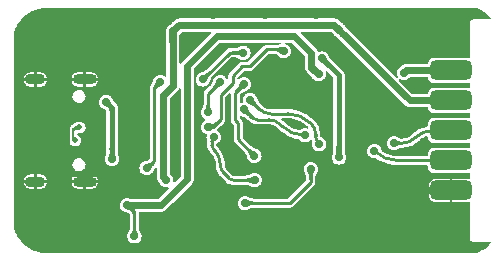
<source format=gbl>
%TF.GenerationSoftware,KiCad,Pcbnew,(6.0.1)*%
%TF.CreationDate,2022-02-19T00:35:00+08:00*%
%TF.ProjectId,PCB_DAP_Link_CH55xT,5043425f-4441-4505-9f4c-696e6b5f4348,0.9*%
%TF.SameCoordinates,Original*%
%TF.FileFunction,Copper,L2,Bot*%
%TF.FilePolarity,Positive*%
%FSLAX46Y46*%
G04 Gerber Fmt 4.6, Leading zero omitted, Abs format (unit mm)*
G04 Created by KiCad (PCBNEW (6.0.1)) date 2022-02-19 00:35:00*
%MOMM*%
%LPD*%
G01*
G04 APERTURE LIST*
G04 Aperture macros list*
%AMRoundRect*
0 Rectangle with rounded corners*
0 $1 Rounding radius*
0 $2 $3 $4 $5 $6 $7 $8 $9 X,Y pos of 4 corners*
0 Add a 4 corners polygon primitive as box body*
4,1,4,$2,$3,$4,$5,$6,$7,$8,$9,$2,$3,0*
0 Add four circle primitives for the rounded corners*
1,1,$1+$1,$2,$3*
1,1,$1+$1,$4,$5*
1,1,$1+$1,$6,$7*
1,1,$1+$1,$8,$9*
0 Add four rect primitives between the rounded corners*
20,1,$1+$1,$2,$3,$4,$5,0*
20,1,$1+$1,$4,$5,$6,$7,0*
20,1,$1+$1,$6,$7,$8,$9,0*
20,1,$1+$1,$8,$9,$2,$3,0*%
G04 Aperture macros list end*
%TA.AperFunction,ComponentPad*%
%ADD10O,1.700000X0.900000*%
%TD*%
%TA.AperFunction,ComponentPad*%
%ADD11O,2.000000X0.900000*%
%TD*%
%TA.AperFunction,SMDPad,CuDef*%
%ADD12RoundRect,0.410000X-1.340000X0.410000X-1.340000X-0.410000X1.340000X-0.410000X1.340000X0.410000X0*%
%TD*%
%TA.AperFunction,ViaPad*%
%ADD13C,0.700000*%
%TD*%
%TA.AperFunction,ViaPad*%
%ADD14C,0.600000*%
%TD*%
%TA.AperFunction,ViaPad*%
%ADD15C,0.500000*%
%TD*%
%TA.AperFunction,Conductor*%
%ADD16C,0.609600*%
%TD*%
%TA.AperFunction,Conductor*%
%ADD17C,0.254000*%
%TD*%
%TA.AperFunction,Conductor*%
%ADD18C,0.457200*%
%TD*%
%TA.AperFunction,Conductor*%
%ADD19C,0.203200*%
%TD*%
G04 APERTURE END LIST*
D10*
%TO.P,J1,S1,SHIELD*%
%TO.N,GND*%
X89910000Y-67750000D03*
D11*
X94080000Y-67750000D03*
X94080000Y-59110000D03*
D10*
X89910000Y-59110000D03*
%TD*%
D12*
%TO.P,J2,2,Pin_2*%
%TO.N,+5V*%
X125110000Y-58350000D03*
%TO.P,J2,4,Pin_4*%
%TO.N,+3V3*%
X125110000Y-60890000D03*
%TO.P,J2,6,Pin_6*%
%TO.N,Net-(J2-Pad6)*%
X125110000Y-63430000D03*
%TO.P,J2,8,Pin_8*%
%TO.N,Net-(J2-Pad8)*%
X125110000Y-65970000D03*
%TO.P,J2,10,Pin_10*%
%TO.N,GND*%
X125110000Y-68510000D03*
%TD*%
D13*
%TO.N,+5V*%
X98292044Y-72385878D03*
X121096800Y-58553200D03*
X97648000Y-69750000D03*
X113883200Y-58654800D03*
%TO.N,GND*%
X119141000Y-55810000D03*
X117871000Y-60636000D03*
X122316000Y-62160000D03*
X97170000Y-71812000D03*
X100580856Y-53651000D03*
X108701600Y-58451600D03*
X118252000Y-73209000D03*
X99202000Y-61398000D03*
X89931000Y-63430000D03*
X122443000Y-64954000D03*
X112918000Y-64827000D03*
D14*
X108981000Y-60382000D03*
X103393000Y-56064000D03*
D13*
X88915000Y-56445000D03*
X108396800Y-66579600D03*
X94122000Y-57461000D03*
X89169000Y-64192000D03*
X118070568Y-53651000D03*
X122316000Y-53651000D03*
X111800400Y-60991600D03*
X113698140Y-53651000D03*
X88915000Y-70415000D03*
X105044000Y-69145000D03*
D14*
X101869000Y-60636000D03*
D13*
X97297000Y-60509000D03*
X92725000Y-60001000D03*
X109717600Y-64649200D03*
X112791000Y-73209000D03*
X111609900Y-62756900D03*
X92725000Y-66859000D03*
X118887000Y-70161000D03*
X89168999Y-62668000D03*
X103723200Y-60890000D03*
X89931000Y-64192000D03*
X89169000Y-63430000D03*
X105298000Y-56699000D03*
X101869000Y-64319000D03*
X95200000Y-53651000D03*
X91836000Y-53651000D03*
X104953284Y-53651000D03*
X106923600Y-68560800D03*
X113553000Y-55683000D03*
X103977200Y-66020800D03*
X96535000Y-69145000D03*
X94122000Y-55556000D03*
D14*
X108600000Y-56318000D03*
D13*
X109325712Y-53651000D03*
X114315000Y-60636000D03*
X119115600Y-66833600D03*
X92371459Y-71756990D03*
X122316000Y-59620000D03*
X110505000Y-68764000D03*
X89931000Y-62668000D03*
X107965000Y-73209000D03*
X122316000Y-55810000D03*
X122443000Y-73209000D03*
X97373200Y-64903200D03*
X122189000Y-70161000D03*
%TO.N,+3V3*%
X101538800Y-55048000D03*
X100980000Y-67621000D03*
X115610400Y-54895600D03*
%TO.N,VCC*%
X104078800Y-59112000D03*
X99329000Y-66605000D03*
X107515000Y-56844200D03*
X107533200Y-59518400D03*
X100472000Y-59315200D03*
X108447600Y-65563600D03*
%TO.N,Net-(C6-Pad1)*%
X105552000Y-59315200D03*
X104536000Y-61906000D03*
%TO.N,Net-(F1-Pad2)*%
X95900000Y-61017000D03*
X96408000Y-65843000D03*
D15*
%TO.N,Net-(J1-PadA6)*%
X93258400Y-64268200D03*
X93639411Y-63175998D03*
D13*
%TO.N,Net-(J2-Pad8)*%
X118607600Y-65157200D03*
%TO.N,Net-(J2-Pad6)*%
X120284000Y-64496800D03*
%TO.N,/V_{Target}*%
X115610400Y-65716000D03*
X114188000Y-57334000D03*
%TO.N,/TXD*%
X112714800Y-63836400D03*
X107584000Y-61652000D03*
%TO.N,/RXD*%
X108092000Y-60839200D03*
X113934000Y-64598400D03*
%TO.N,/P32*%
X104536000Y-63125200D03*
X110936800Y-56724400D03*
%TO.N,/SCK*%
X108462858Y-67631142D03*
X104993200Y-63988800D03*
%TO.N,/P34*%
X107634800Y-69576800D03*
X113222800Y-66681200D03*
%TD*%
D16*
%TO.N,+5V*%
X125110000Y-58350000D02*
X121300000Y-58350000D01*
D17*
X98292044Y-72385878D02*
X98292044Y-70394044D01*
D16*
X105298000Y-55429000D02*
X111825800Y-55429000D01*
X102758000Y-67544800D02*
X102758000Y-57969000D01*
X121300000Y-58350000D02*
X121096800Y-58553200D01*
X113273600Y-58045200D02*
X113883200Y-58654800D01*
X111825800Y-55429000D02*
X113273600Y-56876800D01*
X100552800Y-69750000D02*
X102758000Y-67544800D01*
X97648000Y-69750000D02*
X100552800Y-69750000D01*
D17*
X98292044Y-70394044D02*
X97648000Y-69750000D01*
D16*
X102758000Y-57969000D02*
X105298000Y-55429000D01*
X113273600Y-56876800D02*
X113273600Y-58045200D01*
%TO.N,GND*%
X97170000Y-71812000D02*
X97170000Y-72701000D01*
X110936800Y-66528800D02*
X111800400Y-65665200D01*
X106466400Y-68560800D02*
X106923600Y-68560800D01*
D18*
X91074000Y-70415000D02*
X88915000Y-70415000D01*
D16*
X109666800Y-67748000D02*
X109666800Y-66935200D01*
X109717600Y-64649200D02*
X109717600Y-66528800D01*
D18*
X91963000Y-69526000D02*
X91074000Y-70415000D01*
X92964121Y-67098121D02*
X92725000Y-66859000D01*
D16*
X115051600Y-66833600D02*
X119115600Y-66833600D01*
X120792000Y-68510000D02*
X125110000Y-68510000D01*
X109717600Y-66528800D02*
X109717600Y-67625358D01*
D18*
X92725000Y-60001000D02*
X92550880Y-60175120D01*
D16*
X109666800Y-66935200D02*
X109311200Y-66579600D01*
D18*
X92550880Y-66684880D02*
X92725000Y-66859000D01*
D16*
X109311200Y-66579600D02*
X108396800Y-66579600D01*
X105044000Y-69145000D02*
X105882200Y-69145000D01*
X111241600Y-58451600D02*
X111800400Y-59010400D01*
X100726000Y-71304000D02*
X102885000Y-69145000D01*
X97170000Y-71812000D02*
X92426469Y-71812000D01*
X111800400Y-59010400D02*
X111800400Y-60991600D01*
D18*
X92725000Y-60001000D02*
X92725000Y-58096000D01*
D16*
X105882200Y-69145000D02*
X106466400Y-68560800D01*
X108854000Y-68560800D02*
X109666800Y-67748000D01*
X111800400Y-65665200D02*
X113883200Y-65665200D01*
X99932811Y-73240189D02*
X100726000Y-72447000D01*
X108701600Y-58451600D02*
X111241600Y-58451600D01*
X119115600Y-66833600D02*
X120792000Y-68510000D01*
X102885000Y-69145000D02*
X105044000Y-69145000D01*
X113883200Y-65665200D02*
X115051600Y-66833600D01*
D18*
X92598000Y-70161000D02*
X92598000Y-71530449D01*
X92550880Y-60175120D02*
X92550880Y-66684880D01*
D16*
X106923600Y-68560800D02*
X108854000Y-68560800D01*
X97170000Y-72701000D02*
X97709189Y-73240189D01*
X100726000Y-72447000D02*
X100726000Y-71304000D01*
D18*
X92725000Y-68764000D02*
X91963000Y-69526000D01*
D16*
X109717600Y-66528800D02*
X110936800Y-66528800D01*
D18*
X92725000Y-58096000D02*
X91074000Y-56445000D01*
X96253295Y-67098121D02*
X92964121Y-67098121D01*
D16*
X92426469Y-71812000D02*
X92371459Y-71756990D01*
D18*
X97373200Y-65978216D02*
X96253295Y-67098121D01*
D16*
X97709189Y-73240189D02*
X99932811Y-73240189D01*
D18*
X92725000Y-66859000D02*
X92725000Y-68764000D01*
X92598000Y-71530449D02*
X92371459Y-71756990D01*
X91074000Y-56445000D02*
X88915000Y-56445000D01*
X97373200Y-64903200D02*
X97373200Y-65978216D01*
X91963000Y-69526000D02*
X92598000Y-70161000D01*
D16*
X109666800Y-67748000D02*
G75*
G03*
X109717600Y-67625358I-122638J122640D01*
G01*
%TO.N,+3V3*%
X101538800Y-55048000D02*
X102081489Y-54505311D01*
X100726000Y-67367000D02*
X100980000Y-67621000D01*
X121604800Y-60890000D02*
X125110000Y-60890000D01*
X115610400Y-54895600D02*
X121604800Y-60890000D01*
X115220111Y-54505311D02*
X115610400Y-54895600D01*
X101538800Y-55048000D02*
X101538800Y-59645400D01*
X101538800Y-59645400D02*
X100726000Y-60458200D01*
X100726000Y-60458200D02*
X100726000Y-67367000D01*
X102081489Y-54505311D02*
X115220111Y-54505311D01*
D17*
%TO.N,VCC*%
X99964000Y-65970000D02*
X99329000Y-66605000D01*
X99964000Y-59823200D02*
X99964000Y-65970000D01*
X108447600Y-65563600D02*
X107076000Y-64192000D01*
X107076000Y-62801374D02*
X106822000Y-62547374D01*
X100472000Y-59315200D02*
X99964000Y-59823200D01*
X106346600Y-56844200D02*
X107515000Y-56844200D01*
X107076000Y-64192000D02*
X107076000Y-62801374D01*
X106822000Y-62547374D02*
X106822000Y-60229600D01*
X106822000Y-60229600D02*
X107533200Y-59518400D01*
X104078800Y-59112000D02*
X106346600Y-56844200D01*
%TO.N,Net-(C6-Pad1)*%
X104536000Y-61906000D02*
X104536000Y-60331200D01*
X104536000Y-60331200D02*
X105552000Y-59315200D01*
D18*
%TO.N,Net-(F1-Pad2)*%
X96408000Y-63430000D02*
X96408000Y-61525000D01*
X96408000Y-61525000D02*
X95900000Y-61017000D01*
X96408000Y-65843000D02*
X96408000Y-63430000D01*
D19*
%TO.N,Net-(J1-PadA6)*%
X93258400Y-64268200D02*
X93080600Y-64090400D01*
X93080600Y-63506200D02*
X93410802Y-63175998D01*
X93410802Y-63175998D02*
X93639411Y-63175998D01*
X93080600Y-64090400D02*
X93080600Y-63506200D01*
D17*
%TO.N,Net-(J2-Pad8)*%
X120569872Y-65970000D02*
X125110000Y-65970000D01*
X120569872Y-65970000D02*
G75*
G02*
X118607600Y-65157200I1J2775073D01*
G01*
%TO.N,Net-(J2-Pad6)*%
X120284000Y-64496800D02*
X120958222Y-64496800D01*
X123533704Y-63430000D02*
X125110000Y-63430000D01*
X122062000Y-64039600D02*
G75*
G02*
X120958222Y-64496800I-1103777J1103775D01*
G01*
X123533704Y-63430000D02*
G75*
G03*
X122062000Y-64039600I0J-2081302D01*
G01*
D18*
%TO.N,/V_{Target}*%
X115610400Y-65716000D02*
X115610400Y-58756400D01*
X115610400Y-58756400D02*
X114188000Y-57334000D01*
D17*
%TO.N,/TXD*%
X107584000Y-61652000D02*
X108303915Y-62371915D01*
X108650800Y-62515600D02*
X109650864Y-62515600D01*
X110632000Y-62922000D02*
X110720216Y-63010216D01*
X108650800Y-62515600D02*
G75*
G02*
X108303915Y-62371915I0J490568D01*
G01*
X110632000Y-62922000D02*
G75*
G03*
X109650864Y-62515600I-981136J-981136D01*
G01*
X112714800Y-63836399D02*
G75*
G02*
X110720217Y-63010215I-1J2820764D01*
G01*
%TO.N,/RXD*%
X108092000Y-60839200D02*
X108865269Y-61612469D01*
X113629200Y-63734800D02*
X113629200Y-63862548D01*
X113222800Y-62820400D02*
X113269989Y-62867589D01*
X109819200Y-62007600D02*
X111260528Y-62007600D01*
X113934000Y-64598400D02*
G75*
G02*
X113629200Y-63862548I735842J735848D01*
G01*
X109819200Y-62007600D02*
G75*
G02*
X108865269Y-61612469I-3J1349054D01*
G01*
X113629200Y-63734800D02*
G75*
G03*
X113269989Y-62867589I-1226418J1D01*
G01*
X113222800Y-62820400D02*
G75*
G03*
X111260528Y-62007600I-1962273J-1962273D01*
G01*
%TO.N,/P32*%
X109489000Y-56572000D02*
X110784400Y-56572000D01*
X105602800Y-60458200D02*
X106618800Y-59442200D01*
X106618800Y-58807200D02*
X107431600Y-57994400D01*
X108066600Y-57994400D02*
X109489000Y-56572000D01*
X110784400Y-56572000D02*
X110936800Y-56724400D01*
X104536000Y-63125200D02*
X104942400Y-63125200D01*
X106618800Y-59442200D02*
X106618800Y-58807200D01*
X105602800Y-62464800D02*
X105602800Y-60458200D01*
X104942400Y-63125200D02*
X105602800Y-62464800D01*
X107431600Y-57994400D02*
X108066600Y-57994400D01*
%TO.N,/SCK*%
X106645090Y-67631142D02*
X108462858Y-67631142D01*
X108435795Y-67604079D02*
X108462858Y-67631142D01*
X104840800Y-64356726D02*
X104840800Y-64700000D01*
X104948563Y-64960163D02*
X105049105Y-65060705D01*
X105875289Y-67055289D02*
X106314000Y-67494000D01*
X108376279Y-67544564D02*
X108462858Y-67631142D01*
X104948563Y-64960163D02*
G75*
G02*
X104840800Y-64700000I260168J260165D01*
G01*
X106645090Y-67631141D02*
G75*
G02*
X106314001Y-67493999I-1J468229D01*
G01*
X105875289Y-67055289D02*
G75*
G02*
X105552000Y-66274800I780487J780488D01*
G01*
X104840801Y-64356726D02*
G75*
G02*
X104993201Y-63988801I520320J2D01*
G01*
X105551999Y-66274800D02*
G75*
G03*
X105049104Y-65060706I-1716995J-3D01*
G01*
%TO.N,/P34*%
X113222800Y-67798800D02*
X111444800Y-69576800D01*
X107634800Y-69576800D02*
X109006400Y-69576800D01*
X113222800Y-66681200D02*
X113222800Y-67798800D01*
X111444800Y-69576800D02*
X109006400Y-69576800D01*
%TD*%
%TA.AperFunction,Conductor*%
%TO.N,+3V3*%
G36*
X114850426Y-54204216D02*
G01*
X114936323Y-54209669D01*
X114937724Y-54209843D01*
X115023294Y-54225875D01*
X115070588Y-54234736D01*
X115071831Y-54235040D01*
X115193831Y-54272066D01*
X115194875Y-54272438D01*
X115244152Y-54292660D01*
X115305769Y-54317946D01*
X115306594Y-54318323D01*
X115406148Y-54368675D01*
X115406778Y-54369019D01*
X115494723Y-54420553D01*
X115495116Y-54420795D01*
X115563758Y-54465051D01*
X115571171Y-54469831D01*
X115571348Y-54469947D01*
X115635293Y-54512834D01*
X115660365Y-54528893D01*
X115686434Y-54545590D01*
X115686441Y-54545594D01*
X115686708Y-54545765D01*
X115686995Y-54545908D01*
X115718921Y-54561825D01*
X115724796Y-54568583D01*
X115725399Y-54572067D01*
X115734143Y-55019343D01*
X115337610Y-55011591D01*
X115286339Y-55010589D01*
X115278135Y-55007001D01*
X115276472Y-55004804D01*
X115268502Y-54991195D01*
X115246873Y-54968044D01*
X115215653Y-54942402D01*
X115175599Y-54915660D01*
X115144552Y-54898600D01*
X115127673Y-54889325D01*
X115127668Y-54889322D01*
X115127465Y-54889211D01*
X115106267Y-54879746D01*
X115072244Y-54864554D01*
X115072236Y-54864551D01*
X115072008Y-54864449D01*
X115071778Y-54864369D01*
X115071774Y-54864367D01*
X115047196Y-54855775D01*
X115009983Y-54842765D01*
X114996419Y-54839323D01*
X114942413Y-54825619D01*
X114942403Y-54825617D01*
X114942147Y-54825552D01*
X114869255Y-54814203D01*
X114840159Y-54812661D01*
X114803144Y-54810698D01*
X114795063Y-54806838D01*
X114792063Y-54799014D01*
X114792063Y-54212977D01*
X114795490Y-54204704D01*
X114804504Y-54201301D01*
X114850426Y-54204216D01*
G37*
%TD.AperFunction*%
%TD*%
%TA.AperFunction,Conductor*%
%TO.N,Net-(J2-Pad6)*%
G36*
X124426366Y-62993231D02*
G01*
X125492792Y-63419134D01*
X125499205Y-63425385D01*
X125499319Y-63434339D01*
X125492792Y-63440866D01*
X124426366Y-63866769D01*
X124417412Y-63866655D01*
X124412708Y-63862977D01*
X124379064Y-63818652D01*
X124378790Y-63818291D01*
X124328503Y-63769538D01*
X124267341Y-63724384D01*
X124267049Y-63724218D01*
X124267045Y-63724215D01*
X124195664Y-63683545D01*
X124195410Y-63683400D01*
X124195148Y-63683285D01*
X124195144Y-63683283D01*
X124168451Y-63671569D01*
X124112818Y-63647155D01*
X124112572Y-63647073D01*
X124064477Y-63631100D01*
X124019673Y-63616220D01*
X123950421Y-63599472D01*
X123916310Y-63591222D01*
X123916306Y-63591221D01*
X123916082Y-63591167D01*
X123915858Y-63591130D01*
X123915851Y-63591129D01*
X123867770Y-63583279D01*
X123802151Y-63572565D01*
X123677989Y-63560986D01*
X123555057Y-63557337D01*
X123546889Y-63553666D01*
X123543704Y-63545642D01*
X123543704Y-63314358D01*
X123547131Y-63306085D01*
X123555057Y-63302663D01*
X123593997Y-63301507D01*
X123677989Y-63299013D01*
X123802151Y-63287434D01*
X123867770Y-63276720D01*
X123915851Y-63268870D01*
X123915858Y-63268869D01*
X123916082Y-63268832D01*
X123916306Y-63268778D01*
X123916310Y-63268777D01*
X123950421Y-63260527D01*
X124019673Y-63243779D01*
X124064477Y-63228899D01*
X124112572Y-63212926D01*
X124112818Y-63212844D01*
X124168451Y-63188430D01*
X124195144Y-63176716D01*
X124195148Y-63176714D01*
X124195410Y-63176599D01*
X124227388Y-63158379D01*
X124267045Y-63135784D01*
X124267049Y-63135781D01*
X124267341Y-63135615D01*
X124328503Y-63090461D01*
X124378790Y-63041708D01*
X124412708Y-62997023D01*
X124420439Y-62992505D01*
X124426366Y-62993231D01*
G37*
%TD.AperFunction*%
%TD*%
%TA.AperFunction,Conductor*%
%TO.N,VCC*%
G36*
X107859782Y-64796022D02*
G01*
X107913336Y-64848568D01*
X107934461Y-64869296D01*
X108007262Y-64936930D01*
X108007332Y-64936990D01*
X108007340Y-64936997D01*
X108052715Y-64975782D01*
X108072732Y-64992892D01*
X108133688Y-65039266D01*
X108192949Y-65078140D01*
X108253332Y-65111598D01*
X108317657Y-65141726D01*
X108388741Y-65170609D01*
X108469403Y-65200334D01*
X108504753Y-65212737D01*
X108554796Y-65230296D01*
X108561468Y-65236269D01*
X108562620Y-65241106D01*
X108565123Y-65369163D01*
X108571105Y-65675178D01*
X108567840Y-65683517D01*
X108559178Y-65687105D01*
X108359920Y-65683210D01*
X108125106Y-65678620D01*
X108116903Y-65675032D01*
X108114296Y-65670796D01*
X108084367Y-65585497D01*
X108084366Y-65585495D01*
X108084334Y-65585403D01*
X108054609Y-65504741D01*
X108025726Y-65433657D01*
X107995598Y-65369332D01*
X107962140Y-65308949D01*
X107923266Y-65249688D01*
X107876892Y-65188732D01*
X107820930Y-65123262D01*
X107753296Y-65050461D01*
X107696810Y-64992892D01*
X107680022Y-64975782D01*
X107676674Y-64967477D01*
X107680100Y-64959315D01*
X107843315Y-64796100D01*
X107851588Y-64792673D01*
X107859782Y-64796022D01*
G37*
%TD.AperFunction*%
%TD*%
%TA.AperFunction,Conductor*%
%TO.N,/V_{Target}*%
G36*
X115835468Y-64749427D02*
G01*
X115838895Y-64757804D01*
X115837976Y-64861627D01*
X115837973Y-64861779D01*
X115835746Y-64963537D01*
X115835735Y-64963563D01*
X115835745Y-64963563D01*
X115833565Y-65054061D01*
X115832692Y-65135471D01*
X115834387Y-65210122D01*
X115839907Y-65280341D01*
X115850510Y-65348455D01*
X115867454Y-65416791D01*
X115867537Y-65417030D01*
X115891915Y-65487438D01*
X115891920Y-65487451D01*
X115891998Y-65487676D01*
X115892097Y-65487901D01*
X115892098Y-65487903D01*
X115922236Y-65556263D01*
X115922438Y-65565216D01*
X115919963Y-65569093D01*
X115618833Y-65882231D01*
X115610629Y-65885819D01*
X115601967Y-65882231D01*
X115300837Y-65569093D01*
X115297572Y-65560754D01*
X115298564Y-65556263D01*
X115328701Y-65487903D01*
X115328702Y-65487901D01*
X115328801Y-65487676D01*
X115328879Y-65487451D01*
X115328884Y-65487438D01*
X115353262Y-65417030D01*
X115353345Y-65416791D01*
X115370289Y-65348455D01*
X115380892Y-65280341D01*
X115386412Y-65210122D01*
X115388107Y-65135471D01*
X115387234Y-65054061D01*
X115385054Y-64963563D01*
X115385064Y-64963563D01*
X115385053Y-64963537D01*
X115382826Y-64861778D01*
X115382823Y-64861626D01*
X115381904Y-64757804D01*
X115385258Y-64749500D01*
X115393604Y-64746000D01*
X115827195Y-64746000D01*
X115835468Y-64749427D01*
G37*
%TD.AperFunction*%
%TD*%
%TA.AperFunction,Conductor*%
%TO.N,+5V*%
G36*
X113576344Y-57930732D02*
G01*
X113579681Y-57937554D01*
X113588488Y-58008019D01*
X113616134Y-58077427D01*
X113616519Y-58077977D01*
X113616522Y-58077982D01*
X113655229Y-58133236D01*
X113657411Y-58136350D01*
X113708390Y-58185610D01*
X113708749Y-58185866D01*
X113708753Y-58185869D01*
X113728824Y-58200161D01*
X113765144Y-58226025D01*
X113765420Y-58226177D01*
X113765427Y-58226182D01*
X113823529Y-58258299D01*
X113823536Y-58258303D01*
X113823745Y-58258418D01*
X113880265Y-58283610D01*
X113930776Y-58302421D01*
X113971350Y-58315672D01*
X113990081Y-58321642D01*
X113996922Y-58327419D01*
X113998225Y-58332559D01*
X113999821Y-58414219D01*
X114006705Y-58766378D01*
X114003440Y-58774717D01*
X113994778Y-58778305D01*
X113788153Y-58774266D01*
X113558507Y-58769777D01*
X113550304Y-58766189D01*
X113549176Y-58764822D01*
X113538842Y-58750152D01*
X113527410Y-58733924D01*
X113527407Y-58733921D01*
X113527017Y-58733367D01*
X113477298Y-58689304D01*
X113473616Y-58686419D01*
X113409817Y-58636441D01*
X113409751Y-58636390D01*
X113330914Y-58573716D01*
X113330481Y-58573354D01*
X113246823Y-58500001D01*
X113246125Y-58499336D01*
X113163838Y-58414219D01*
X113162948Y-58413184D01*
X113088265Y-58315301D01*
X113087296Y-58313807D01*
X113026389Y-58202151D01*
X113025533Y-58200161D01*
X112984499Y-58073627D01*
X112983993Y-58071246D01*
X112970165Y-57940233D01*
X112972704Y-57931646D01*
X112980572Y-57927370D01*
X112981800Y-57927305D01*
X113568071Y-57927305D01*
X113576344Y-57930732D01*
G37*
%TD.AperFunction*%
%TD*%
%TA.AperFunction,Conductor*%
%TO.N,VCC*%
G36*
X100591917Y-59194960D02*
G01*
X100595505Y-59203622D01*
X100587023Y-59637518D01*
X100583435Y-59645722D01*
X100578977Y-59648405D01*
X100508915Y-59671422D01*
X100508869Y-59671436D01*
X100462315Y-59686007D01*
X100434062Y-59694849D01*
X100433994Y-59694871D01*
X100363631Y-59718394D01*
X100363626Y-59718396D01*
X100363467Y-59718449D01*
X100298403Y-59744542D01*
X100240046Y-59775480D01*
X100239670Y-59775764D01*
X100239667Y-59775766D01*
X100194648Y-59809787D01*
X100189599Y-59813602D01*
X100148268Y-59861252D01*
X100117255Y-59920770D01*
X100117089Y-59921396D01*
X100117088Y-59921400D01*
X100097903Y-59993972D01*
X100097764Y-59994498D01*
X100097724Y-59995034D01*
X100097723Y-59995039D01*
X100091811Y-60073953D01*
X100087776Y-60081947D01*
X100080144Y-60084779D01*
X99849167Y-60084779D01*
X99840894Y-60081352D01*
X99837476Y-60072621D01*
X99842008Y-59956964D01*
X99842100Y-59955889D01*
X99856153Y-59849579D01*
X99856381Y-59848358D01*
X99878142Y-59758505D01*
X99878508Y-59757287D01*
X99906694Y-59679194D01*
X99907112Y-59678186D01*
X99940522Y-59607161D01*
X99940841Y-59606533D01*
X99978292Y-59537958D01*
X99978394Y-59537775D01*
X100018516Y-59467336D01*
X100018576Y-59467231D01*
X100060042Y-59390439D01*
X100101420Y-59302978D01*
X100138543Y-59207639D01*
X100144739Y-59201173D01*
X100149217Y-59200186D01*
X100583578Y-59191695D01*
X100591917Y-59194960D01*
G37*
%TD.AperFunction*%
%TD*%
%TA.AperFunction,Conductor*%
%TO.N,Net-(J2-Pad6)*%
G36*
X120559118Y-64279005D02*
G01*
X120572066Y-64291899D01*
X120572069Y-64291902D01*
X120572415Y-64292246D01*
X120596362Y-64309166D01*
X120596720Y-64309350D01*
X120596721Y-64309351D01*
X120624627Y-64323723D01*
X120624631Y-64323725D01*
X120624913Y-64323870D01*
X120658002Y-64336417D01*
X120658250Y-64336486D01*
X120658256Y-64336488D01*
X120679697Y-64342453D01*
X120695566Y-64346869D01*
X120717296Y-64351226D01*
X120737372Y-64355252D01*
X120737381Y-64355254D01*
X120737538Y-64355285D01*
X120783854Y-64361725D01*
X120834450Y-64366251D01*
X120889261Y-64368922D01*
X120889349Y-64368923D01*
X120889369Y-64368924D01*
X120913900Y-64369289D01*
X120936697Y-64369628D01*
X120944917Y-64373178D01*
X120948222Y-64381327D01*
X120948222Y-64612272D01*
X120944795Y-64620545D01*
X120936696Y-64623971D01*
X120889369Y-64624675D01*
X120889349Y-64624676D01*
X120889261Y-64624677D01*
X120834450Y-64627348D01*
X120783854Y-64631874D01*
X120737538Y-64638314D01*
X120737381Y-64638345D01*
X120737372Y-64638347D01*
X120717296Y-64642373D01*
X120695566Y-64646730D01*
X120679697Y-64651146D01*
X120658256Y-64657111D01*
X120658250Y-64657113D01*
X120658002Y-64657182D01*
X120624913Y-64669729D01*
X120624631Y-64669874D01*
X120624627Y-64669876D01*
X120596721Y-64684248D01*
X120596362Y-64684433D01*
X120572415Y-64701353D01*
X120572065Y-64701702D01*
X120559119Y-64714594D01*
X120550839Y-64718004D01*
X120545599Y-64716753D01*
X120129741Y-64507249D01*
X120123894Y-64500466D01*
X120124556Y-64491536D01*
X120129741Y-64486351D01*
X120515720Y-64291899D01*
X120545598Y-64276847D01*
X120554528Y-64276185D01*
X120559118Y-64279005D01*
G37*
%TD.AperFunction*%
%TD*%
%TA.AperFunction,Conductor*%
%TO.N,/P34*%
G36*
X107794681Y-69265318D02*
G01*
X107876250Y-69304514D01*
X107954305Y-69340532D01*
X107996711Y-69358433D01*
X108024836Y-69370306D01*
X108024845Y-69370309D01*
X108024993Y-69370372D01*
X108091781Y-69394553D01*
X108158137Y-69413593D01*
X108158344Y-69413636D01*
X108158352Y-69413638D01*
X108227334Y-69427969D01*
X108227348Y-69427971D01*
X108227529Y-69428009D01*
X108259078Y-69432295D01*
X108303273Y-69438299D01*
X108303285Y-69438300D01*
X108303423Y-69438319D01*
X108303585Y-69438332D01*
X108303588Y-69438332D01*
X108348141Y-69441821D01*
X108389288Y-69445043D01*
X108488591Y-69448697D01*
X108488682Y-69448698D01*
X108488688Y-69448698D01*
X108593211Y-69449690D01*
X108601451Y-69453195D01*
X108604800Y-69461389D01*
X108604800Y-69692211D01*
X108601373Y-69700484D01*
X108593211Y-69703910D01*
X108534556Y-69704466D01*
X108488688Y-69704901D01*
X108488682Y-69704901D01*
X108488591Y-69704902D01*
X108389288Y-69708556D01*
X108348141Y-69711778D01*
X108303588Y-69715267D01*
X108303585Y-69715267D01*
X108303423Y-69715280D01*
X108303285Y-69715299D01*
X108303273Y-69715300D01*
X108259078Y-69721304D01*
X108227529Y-69725590D01*
X108227348Y-69725628D01*
X108227334Y-69725630D01*
X108158352Y-69739961D01*
X108158344Y-69739963D01*
X108158137Y-69740006D01*
X108091781Y-69759046D01*
X108024993Y-69783227D01*
X108024845Y-69783290D01*
X108024836Y-69783293D01*
X107996711Y-69795166D01*
X107954305Y-69813067D01*
X107954227Y-69813103D01*
X107876250Y-69849085D01*
X107794683Y-69888281D01*
X107785741Y-69888775D01*
X107781505Y-69886168D01*
X107468569Y-69585233D01*
X107464981Y-69577029D01*
X107468569Y-69568367D01*
X107591864Y-69449800D01*
X107781506Y-69267431D01*
X107789844Y-69264166D01*
X107794681Y-69265318D01*
G37*
%TD.AperFunction*%
%TD*%
%TA.AperFunction,Conductor*%
%TO.N,+3V3*%
G36*
X101848993Y-55195562D02*
G01*
X101852258Y-55203901D01*
X101851724Y-55207174D01*
X101843744Y-55232585D01*
X101837299Y-55278212D01*
X101833865Y-55336484D01*
X101832840Y-55406442D01*
X101833622Y-55487129D01*
X101835610Y-55577589D01*
X101835612Y-55577656D01*
X101838203Y-55676840D01*
X101838204Y-55676863D01*
X101840800Y-55783995D01*
X101840801Y-55784073D01*
X101842798Y-55897899D01*
X101842800Y-55898026D01*
X101843521Y-56006222D01*
X101840149Y-56014518D01*
X101831821Y-56018000D01*
X101245778Y-56018000D01*
X101237505Y-56014573D01*
X101234078Y-56006222D01*
X101234799Y-55898026D01*
X101234801Y-55897899D01*
X101236798Y-55784073D01*
X101236799Y-55783995D01*
X101239394Y-55676886D01*
X101239395Y-55676863D01*
X101241987Y-55577656D01*
X101241989Y-55577589D01*
X101243977Y-55487129D01*
X101244759Y-55406442D01*
X101243734Y-55336484D01*
X101240300Y-55278212D01*
X101233855Y-55232585D01*
X101225877Y-55207176D01*
X101226668Y-55198257D01*
X101228607Y-55195562D01*
X101257567Y-55165448D01*
X101418451Y-54998149D01*
X101418451Y-54998148D01*
X101538800Y-54873000D01*
X101848993Y-55195562D01*
G37*
%TD.AperFunction*%
%TD*%
%TA.AperFunction,Conductor*%
%TO.N,/P32*%
G36*
X105266343Y-62637951D02*
G01*
X105429605Y-62801213D01*
X105433032Y-62809486D01*
X105429685Y-62817679D01*
X105388590Y-62859576D01*
X105342707Y-62906355D01*
X105262578Y-62990703D01*
X105200030Y-63057374D01*
X105193556Y-63064274D01*
X105193481Y-63064353D01*
X105131595Y-63129095D01*
X105131349Y-63129345D01*
X105072876Y-63186962D01*
X105072438Y-63187372D01*
X105013366Y-63239893D01*
X105012789Y-63240373D01*
X104949119Y-63289794D01*
X104948465Y-63290264D01*
X104876238Y-63338523D01*
X104875596Y-63338923D01*
X104790742Y-63388005D01*
X104790205Y-63388297D01*
X104742550Y-63412631D01*
X104695983Y-63436410D01*
X104687057Y-63437121D01*
X104682555Y-63434424D01*
X104369769Y-63133633D01*
X104366181Y-63125429D01*
X104369769Y-63116767D01*
X104683023Y-62815526D01*
X104691362Y-62812261D01*
X104695648Y-62813165D01*
X104727378Y-62826439D01*
X104753890Y-62837530D01*
X104814567Y-62853876D01*
X104815046Y-62853924D01*
X104815047Y-62853924D01*
X104871099Y-62859522D01*
X104871640Y-62859576D01*
X104886830Y-62858292D01*
X104925615Y-62855014D01*
X104925618Y-62855013D01*
X104926156Y-62854968D01*
X104926674Y-62854826D01*
X104926677Y-62854825D01*
X104947355Y-62849138D01*
X104979162Y-62840390D01*
X105031705Y-62816181D01*
X105037922Y-62812261D01*
X105084602Y-62782824D01*
X105084601Y-62782824D01*
X105084832Y-62782679D01*
X105139591Y-62740223D01*
X105139747Y-62740084D01*
X105139757Y-62740076D01*
X105196940Y-62689230D01*
X105197029Y-62689151D01*
X105249921Y-62637827D01*
X105258246Y-62634525D01*
X105266343Y-62637951D01*
G37*
%TD.AperFunction*%
%TD*%
%TA.AperFunction,Conductor*%
%TO.N,+3V3*%
G36*
X102289780Y-54204348D02*
G01*
X102293960Y-54212267D01*
X102294010Y-54213353D01*
X102294010Y-54799583D01*
X102290583Y-54807856D01*
X102283541Y-54811218D01*
X102252963Y-54814450D01*
X102216216Y-54818334D01*
X102216213Y-54818335D01*
X102215604Y-54818399D01*
X102145828Y-54841148D01*
X102145339Y-54841419D01*
X102145337Y-54841420D01*
X102084863Y-54874951D01*
X102084858Y-54874954D01*
X102084442Y-54875185D01*
X102031205Y-54917334D01*
X101985875Y-54964423D01*
X101948213Y-55013276D01*
X101917976Y-55060720D01*
X101894925Y-55103582D01*
X101894858Y-55103728D01*
X101894851Y-55103742D01*
X101878895Y-55138519D01*
X101878818Y-55138687D01*
X101878750Y-55138862D01*
X101872256Y-55155557D01*
X101866063Y-55162026D01*
X101861581Y-55163014D01*
X101854297Y-55163156D01*
X101818503Y-55163856D01*
X101415057Y-55171743D01*
X101418450Y-54998150D01*
X101418451Y-54998149D01*
X101422171Y-54807856D01*
X101423817Y-54723645D01*
X101427405Y-54715441D01*
X101429216Y-54714014D01*
X101460361Y-54694118D01*
X101460363Y-54694117D01*
X101460849Y-54693806D01*
X101507269Y-54649240D01*
X101563806Y-54589214D01*
X101630892Y-54519441D01*
X101631253Y-54519083D01*
X101709338Y-54445208D01*
X101710020Y-54444611D01*
X101799738Y-54372042D01*
X101800732Y-54371323D01*
X101902642Y-54305505D01*
X101904030Y-54304736D01*
X102018706Y-54251072D01*
X102020487Y-54250409D01*
X102050353Y-54241980D01*
X102148571Y-54214262D01*
X102150658Y-54213872D01*
X102207879Y-54208539D01*
X102281224Y-54201703D01*
X102289780Y-54204348D01*
G37*
%TD.AperFunction*%
%TD*%
%TA.AperFunction,Conductor*%
%TO.N,Net-(F1-Pad2)*%
G36*
X95954718Y-60896746D02*
G01*
X96223061Y-60901991D01*
X96231264Y-60905579D01*
X96233587Y-60909085D01*
X96269598Y-60993255D01*
X96316477Y-61073022D01*
X96368426Y-61145473D01*
X96368486Y-61145550D01*
X96368499Y-61145567D01*
X96393146Y-61177024D01*
X96422617Y-61214641D01*
X96451429Y-61252220D01*
X96476002Y-61284270D01*
X96476428Y-61284863D01*
X96526074Y-61358743D01*
X96526716Y-61359819D01*
X96531398Y-61368714D01*
X96556788Y-61416947D01*
X96570011Y-61442068D01*
X96570657Y-61443530D01*
X96571966Y-61447143D01*
X96604993Y-61538341D01*
X96605458Y-61539995D01*
X96628138Y-61651610D01*
X96628350Y-61653218D01*
X96635832Y-61774157D01*
X96632922Y-61782626D01*
X96624154Y-61786579D01*
X96190318Y-61786579D01*
X96182045Y-61783152D01*
X96178646Y-61775687D01*
X96173747Y-61704927D01*
X96173715Y-61704460D01*
X96157436Y-61634256D01*
X96131724Y-61574684D01*
X96097739Y-61524462D01*
X96097379Y-61524093D01*
X96097376Y-61524089D01*
X96056959Y-61482629D01*
X96056958Y-61482628D01*
X96056643Y-61482305D01*
X96056286Y-61482037D01*
X96056282Y-61482033D01*
X96009878Y-61447143D01*
X96009875Y-61447141D01*
X96009597Y-61446932D01*
X96001157Y-61442068D01*
X95957998Y-61417195D01*
X95957991Y-61417191D01*
X95957763Y-61417060D01*
X95902301Y-61391404D01*
X95844372Y-61368684D01*
X95792758Y-61350325D01*
X95786112Y-61344324D01*
X95784981Y-61339531D01*
X95776495Y-60905422D01*
X95779760Y-60897083D01*
X95788422Y-60893495D01*
X95954718Y-60896746D01*
G37*
%TD.AperFunction*%
%TD*%
%TA.AperFunction,Conductor*%
%TO.N,/P32*%
G36*
X110933560Y-56377842D02*
G01*
X110936440Y-56382168D01*
X111090268Y-56786707D01*
X111090690Y-56787816D01*
X111090427Y-56796766D01*
X111083482Y-56803064D01*
X111010297Y-56827665D01*
X110671699Y-56941483D01*
X110662766Y-56940871D01*
X110659118Y-56938042D01*
X110608689Y-56879667D01*
X110608532Y-56879485D01*
X110554848Y-56827421D01*
X110501414Y-56786461D01*
X110446445Y-56755278D01*
X110388156Y-56732541D01*
X110324759Y-56716920D01*
X110254471Y-56707085D01*
X110175506Y-56701706D01*
X110175362Y-56701702D01*
X110175354Y-56701702D01*
X110103963Y-56699905D01*
X110086077Y-56699455D01*
X110041683Y-56699256D01*
X109996048Y-56699052D01*
X109987790Y-56695588D01*
X109984400Y-56687352D01*
X109984400Y-56456534D01*
X109987827Y-56448261D01*
X109995932Y-56444836D01*
X110115776Y-56443126D01*
X110115856Y-56443122D01*
X110115869Y-56443122D01*
X110216991Y-56438496D01*
X110227323Y-56438023D01*
X110227393Y-56438018D01*
X110227418Y-56438016D01*
X110283552Y-56433604D01*
X110323438Y-56430470D01*
X110408518Y-56421246D01*
X110486960Y-56411129D01*
X110563160Y-56400899D01*
X110641373Y-56391351D01*
X110641666Y-56391320D01*
X110661661Y-56389407D01*
X110726230Y-56383231D01*
X110726625Y-56383200D01*
X110822082Y-56377326D01*
X110822496Y-56377308D01*
X110925200Y-56374632D01*
X110933560Y-56377842D01*
G37*
%TD.AperFunction*%
%TD*%
%TA.AperFunction,Conductor*%
%TO.N,/RXD*%
G36*
X108179680Y-60719590D02*
G01*
X108414494Y-60724180D01*
X108422697Y-60727768D01*
X108425304Y-60732004D01*
X108455265Y-60817396D01*
X108484990Y-60898058D01*
X108513873Y-60969142D01*
X108544001Y-61033467D01*
X108577459Y-61093850D01*
X108616333Y-61153111D01*
X108662707Y-61214067D01*
X108718669Y-61279537D01*
X108786303Y-61352338D01*
X108797403Y-61363651D01*
X108859578Y-61427018D01*
X108862926Y-61435323D01*
X108859500Y-61443485D01*
X108696285Y-61606700D01*
X108688012Y-61610127D01*
X108679818Y-61606778D01*
X108605203Y-61533567D01*
X108605138Y-61533503D01*
X108532337Y-61465869D01*
X108466867Y-61409907D01*
X108405911Y-61363533D01*
X108346650Y-61324659D01*
X108286267Y-61291201D01*
X108221942Y-61261073D01*
X108150858Y-61232190D01*
X108070196Y-61202465D01*
X108070102Y-61202432D01*
X107984804Y-61172504D01*
X107978132Y-61166532D01*
X107976980Y-61161693D01*
X107975651Y-61093673D01*
X107970248Y-60817302D01*
X107968495Y-60727622D01*
X107971760Y-60719283D01*
X107980422Y-60715695D01*
X108179680Y-60719590D01*
G37*
%TD.AperFunction*%
%TD*%
%TA.AperFunction,Conductor*%
%TO.N,+3V3*%
G36*
X115934082Y-54780603D02*
G01*
X115942285Y-54784191D01*
X115944224Y-54786886D01*
X115956549Y-54810494D01*
X115984255Y-54847314D01*
X116023031Y-54890946D01*
X116071774Y-54941139D01*
X116071815Y-54941180D01*
X116129370Y-54997628D01*
X116129382Y-54997640D01*
X116194689Y-55060139D01*
X116194724Y-55060172D01*
X116194752Y-55060199D01*
X116266768Y-55128548D01*
X116266784Y-55128563D01*
X116344316Y-55202426D01*
X116344373Y-55202480D01*
X116426382Y-55281662D01*
X116426473Y-55281751D01*
X116503435Y-55357695D01*
X116506917Y-55365945D01*
X116503490Y-55374296D01*
X116089096Y-55788690D01*
X116080823Y-55792117D01*
X116072495Y-55788635D01*
X115996551Y-55711673D01*
X115996462Y-55711582D01*
X115917280Y-55629573D01*
X115917226Y-55629516D01*
X115843363Y-55551984D01*
X115843348Y-55551968D01*
X115774999Y-55479952D01*
X115774972Y-55479924D01*
X115774939Y-55479889D01*
X115712440Y-55414582D01*
X115655980Y-55357015D01*
X115655939Y-55356974D01*
X115605746Y-55308231D01*
X115575891Y-55281698D01*
X115562291Y-55269612D01*
X115562287Y-55269609D01*
X115562114Y-55269455D01*
X115525294Y-55241749D01*
X115501686Y-55229424D01*
X115495938Y-55222557D01*
X115495403Y-55219281D01*
X115495075Y-55202480D01*
X115486657Y-54771857D01*
X115934082Y-54780603D01*
G37*
%TD.AperFunction*%
%TD*%
%TA.AperFunction,Conductor*%
%TO.N,/TXD*%
G36*
X107671680Y-61532390D02*
G01*
X107906494Y-61536980D01*
X107914697Y-61540568D01*
X107917304Y-61544804D01*
X107947265Y-61630196D01*
X107976990Y-61710858D01*
X108005873Y-61781942D01*
X108036001Y-61846267D01*
X108069459Y-61906650D01*
X108108333Y-61965911D01*
X108154707Y-62026867D01*
X108210669Y-62092337D01*
X108278303Y-62165138D01*
X108289403Y-62176451D01*
X108351578Y-62239818D01*
X108354926Y-62248123D01*
X108351500Y-62256285D01*
X108188285Y-62419500D01*
X108180012Y-62422927D01*
X108171818Y-62419578D01*
X108097203Y-62346367D01*
X108097138Y-62346303D01*
X108024337Y-62278669D01*
X107958867Y-62222707D01*
X107897911Y-62176333D01*
X107838650Y-62137459D01*
X107778267Y-62104001D01*
X107713942Y-62073873D01*
X107642858Y-62044990D01*
X107562196Y-62015265D01*
X107562102Y-62015232D01*
X107476804Y-61985304D01*
X107470132Y-61979332D01*
X107468980Y-61974493D01*
X107467651Y-61906473D01*
X107462248Y-61630102D01*
X107460495Y-61540422D01*
X107463760Y-61532083D01*
X107472422Y-61528495D01*
X107671680Y-61532390D01*
G37*
%TD.AperFunction*%
%TD*%
%TA.AperFunction,Conductor*%
%TO.N,Net-(J1-PadA6)*%
G36*
X93517901Y-62965976D02*
G01*
X93754510Y-63157762D01*
X93758779Y-63165633D01*
X93755937Y-63174568D01*
X93555044Y-63403511D01*
X93547012Y-63407469D01*
X93542445Y-63406858D01*
X93503377Y-63393420D01*
X93503181Y-63393368D01*
X93503174Y-63393366D01*
X93454652Y-63380528D01*
X93454647Y-63380527D01*
X93454432Y-63380470D01*
X93404763Y-63371669D01*
X93356101Y-63368124D01*
X93355709Y-63368148D01*
X93355706Y-63368148D01*
X93310707Y-63370908D01*
X93310702Y-63370909D01*
X93310176Y-63370941D01*
X93309666Y-63371068D01*
X93309663Y-63371068D01*
X93293503Y-63375079D01*
X93268720Y-63381229D01*
X93268083Y-63381570D01*
X93268080Y-63381571D01*
X93246038Y-63393366D01*
X93233464Y-63400094D01*
X93206137Y-63428643D01*
X93188472Y-63467983D01*
X93188365Y-63468858D01*
X93183458Y-63508945D01*
X93179052Y-63516740D01*
X93171845Y-63519223D01*
X92991680Y-63519223D01*
X92983407Y-63515796D01*
X92979980Y-63507523D01*
X92979980Y-63505859D01*
X92980010Y-63505029D01*
X92986396Y-63415283D01*
X92986718Y-63413266D01*
X92988173Y-63407469D01*
X93007625Y-63329934D01*
X93008471Y-63327624D01*
X93041373Y-63260615D01*
X93042752Y-63258447D01*
X93086380Y-63204109D01*
X93087949Y-63202499D01*
X93093747Y-63197598D01*
X93141319Y-63157380D01*
X93142627Y-63156422D01*
X93204666Y-63117396D01*
X93205503Y-63116918D01*
X93274866Y-63080991D01*
X93275209Y-63080820D01*
X93350444Y-63044927D01*
X93350475Y-63044912D01*
X93429724Y-63006089D01*
X93429728Y-63006087D01*
X93429836Y-63006034D01*
X93429949Y-63005972D01*
X93504902Y-62964810D01*
X93513803Y-62963831D01*
X93517901Y-62965976D01*
G37*
%TD.AperFunction*%
%TD*%
%TA.AperFunction,Conductor*%
%TO.N,+5V*%
G36*
X122016337Y-58048731D02*
G01*
X122020000Y-58057234D01*
X122020000Y-58643140D01*
X122016573Y-58651413D01*
X122008341Y-58654840D01*
X121956142Y-58655021D01*
X121927998Y-58655119D01*
X121863711Y-58655941D01*
X121839570Y-58656249D01*
X121839555Y-58656249D01*
X121839505Y-58656250D01*
X121797436Y-58657353D01*
X121755739Y-58658446D01*
X121755697Y-58658448D01*
X121677940Y-58661961D01*
X121677915Y-58661962D01*
X121677836Y-58661966D01*
X121677771Y-58661971D01*
X121677748Y-58661972D01*
X121607179Y-58667055D01*
X121607171Y-58667056D01*
X121607056Y-58667064D01*
X121606951Y-58667076D01*
X121606936Y-58667077D01*
X121544744Y-58673978D01*
X121544733Y-58673980D01*
X121544576Y-58673997D01*
X121517470Y-58678614D01*
X121491858Y-58682976D01*
X121491854Y-58682977D01*
X121491595Y-58683021D01*
X121449310Y-58694392D01*
X121448863Y-58694598D01*
X121448859Y-58694599D01*
X121419823Y-58707950D01*
X121419822Y-58707951D01*
X121418919Y-58708366D01*
X121418205Y-58709060D01*
X121418206Y-58709060D01*
X121405836Y-58721097D01*
X121397516Y-58724411D01*
X121395814Y-58724263D01*
X120987492Y-58658448D01*
X120964977Y-58654819D01*
X120957355Y-58650119D01*
X120955370Y-58640956D01*
X121041247Y-58214920D01*
X121046241Y-58207487D01*
X121050267Y-58205791D01*
X121083587Y-58198662D01*
X121083714Y-58198628D01*
X121083728Y-58198625D01*
X121139229Y-58183907D01*
X121139272Y-58183896D01*
X121190106Y-58169926D01*
X121208934Y-58164752D01*
X121291709Y-58142874D01*
X121291907Y-58142824D01*
X121327632Y-58134190D01*
X121386886Y-58119868D01*
X121387222Y-58119792D01*
X121465940Y-58103204D01*
X121493672Y-58097360D01*
X121494074Y-58097284D01*
X121611134Y-58077012D01*
X121611583Y-58076944D01*
X121738508Y-58060445D01*
X121739033Y-58060390D01*
X121874959Y-58049300D01*
X121875566Y-58049266D01*
X121923013Y-58047931D01*
X122007971Y-58045539D01*
X122016337Y-58048731D01*
G37*
%TD.AperFunction*%
%TD*%
%TA.AperFunction,Conductor*%
%TO.N,Net-(J1-PadA6)*%
G36*
X93178766Y-63645275D02*
G01*
X93182193Y-63653555D01*
X93182165Y-63702381D01*
X93182781Y-63757757D01*
X93185125Y-63808117D01*
X93190275Y-63853601D01*
X93199307Y-63894352D01*
X93213301Y-63930510D01*
X93233334Y-63962217D01*
X93233778Y-63962666D01*
X93233782Y-63962670D01*
X93258735Y-63987851D01*
X93260483Y-63989615D01*
X93295827Y-64012844D01*
X93323122Y-64024591D01*
X93333517Y-64029065D01*
X93339762Y-64035483D01*
X93340590Y-64039583D01*
X93346550Y-64344423D01*
X93343285Y-64352762D01*
X93334623Y-64356350D01*
X93099097Y-64351745D01*
X93030632Y-64350407D01*
X93022428Y-64346819D01*
X93019709Y-64342247D01*
X92997619Y-64272620D01*
X92997412Y-64271885D01*
X92980672Y-64204042D01*
X92980490Y-64203163D01*
X92980139Y-64201058D01*
X92979980Y-64199134D01*
X92979980Y-63653548D01*
X92983407Y-63645275D01*
X92991680Y-63641848D01*
X93170493Y-63641848D01*
X93178766Y-63645275D01*
G37*
%TD.AperFunction*%
%TD*%
%TA.AperFunction,Conductor*%
%TO.N,/V_{Target}*%
G36*
X114510773Y-57218986D02*
G01*
X114518977Y-57222574D01*
X114521452Y-57226451D01*
X114548486Y-57296119D01*
X114548491Y-57296130D01*
X114548568Y-57296329D01*
X114548662Y-57296523D01*
X114548667Y-57296534D01*
X114565437Y-57331067D01*
X114581336Y-57363807D01*
X114617676Y-57424109D01*
X114658342Y-57479770D01*
X114704091Y-57533325D01*
X114755679Y-57587310D01*
X114813862Y-57644259D01*
X114866569Y-57694486D01*
X114879376Y-57706690D01*
X114879395Y-57706708D01*
X114952952Y-57777115D01*
X114953062Y-57777221D01*
X115027117Y-57849976D01*
X115030617Y-57858218D01*
X115027190Y-57866595D01*
X114720595Y-58173190D01*
X114712322Y-58176617D01*
X114703976Y-58173117D01*
X114631221Y-58099062D01*
X114631115Y-58098952D01*
X114560708Y-58025395D01*
X114560690Y-58025376D01*
X114550665Y-58014856D01*
X114498259Y-57959862D01*
X114441310Y-57901679D01*
X114387325Y-57850091D01*
X114333770Y-57804342D01*
X114278109Y-57763676D01*
X114217807Y-57727336D01*
X114185067Y-57711437D01*
X114150534Y-57694667D01*
X114150523Y-57694662D01*
X114150329Y-57694568D01*
X114150130Y-57694491D01*
X114150119Y-57694486D01*
X114080451Y-57667452D01*
X114073978Y-57661264D01*
X114072986Y-57656773D01*
X114064495Y-57222422D01*
X114067760Y-57214083D01*
X114076422Y-57210495D01*
X114510773Y-57218986D01*
G37*
%TD.AperFunction*%
%TD*%
%TA.AperFunction,Conductor*%
%TO.N,+3V3*%
G36*
X101027404Y-66749638D02*
G01*
X101030831Y-66757880D01*
X101031016Y-66827473D01*
X101031731Y-66894395D01*
X101031855Y-66906027D01*
X101031855Y-66906060D01*
X101033599Y-66980718D01*
X101033599Y-66980736D01*
X101035849Y-67034108D01*
X101036530Y-67050270D01*
X101040930Y-67113426D01*
X101040939Y-67113503D01*
X101040940Y-67113520D01*
X101047063Y-67168805D01*
X101047082Y-67168973D01*
X101055269Y-67215675D01*
X101055351Y-67215962D01*
X101055352Y-67215965D01*
X101065613Y-67251744D01*
X101065615Y-67251749D01*
X101065773Y-67252300D01*
X101078876Y-67277614D01*
X101090573Y-67286959D01*
X101094898Y-67294800D01*
X101094968Y-67295871D01*
X101103505Y-67732578D01*
X101100240Y-67740917D01*
X101091578Y-67744505D01*
X100924944Y-67741248D01*
X100657246Y-67736015D01*
X100649043Y-67732427D01*
X100646558Y-67728523D01*
X100633893Y-67695650D01*
X100633888Y-67695638D01*
X100633857Y-67695557D01*
X100611212Y-67640120D01*
X100611212Y-67640119D01*
X100583555Y-67570442D01*
X100583451Y-67570170D01*
X100552892Y-67487195D01*
X100552757Y-67486808D01*
X100521263Y-67391096D01*
X100521117Y-67390616D01*
X100490772Y-67283055D01*
X100490627Y-67282489D01*
X100475332Y-67215675D01*
X100463448Y-67163758D01*
X100463323Y-67163127D01*
X100441383Y-67034108D01*
X100441282Y-67033378D01*
X100431779Y-66943583D01*
X100426615Y-66894788D01*
X100426558Y-66893987D01*
X100421640Y-66758335D01*
X100424765Y-66749943D01*
X100433332Y-66746211D01*
X101019131Y-66746211D01*
X101027404Y-66749638D01*
G37*
%TD.AperFunction*%
%TD*%
%TA.AperFunction,Conductor*%
%TO.N,/SCK*%
G36*
X108316152Y-67321772D02*
G01*
X108505794Y-67504142D01*
X108629089Y-67622709D01*
X108632677Y-67630913D01*
X108629089Y-67639575D01*
X108354716Y-67903427D01*
X108316153Y-67940511D01*
X108307814Y-67943776D01*
X108302977Y-67942624D01*
X108221407Y-67903427D01*
X108143352Y-67867409D01*
X108100946Y-67849508D01*
X108072821Y-67837635D01*
X108072812Y-67837632D01*
X108072664Y-67837569D01*
X108005876Y-67813388D01*
X107939520Y-67794348D01*
X107939313Y-67794305D01*
X107939305Y-67794303D01*
X107870323Y-67779972D01*
X107870309Y-67779970D01*
X107870128Y-67779932D01*
X107838579Y-67775646D01*
X107794384Y-67769642D01*
X107794372Y-67769641D01*
X107794234Y-67769622D01*
X107794072Y-67769609D01*
X107794069Y-67769609D01*
X107749516Y-67766120D01*
X107708369Y-67762898D01*
X107609066Y-67759244D01*
X107608975Y-67759243D01*
X107608969Y-67759243D01*
X107562866Y-67758806D01*
X107504447Y-67758252D01*
X107496207Y-67754747D01*
X107492858Y-67746553D01*
X107492858Y-67515731D01*
X107496285Y-67507458D01*
X107504447Y-67504032D01*
X107608969Y-67503040D01*
X107608975Y-67503040D01*
X107609066Y-67503039D01*
X107708369Y-67499385D01*
X107749516Y-67496163D01*
X107794069Y-67492674D01*
X107794072Y-67492674D01*
X107794234Y-67492661D01*
X107794372Y-67492642D01*
X107794384Y-67492641D01*
X107838579Y-67486637D01*
X107870128Y-67482351D01*
X107870309Y-67482313D01*
X107870323Y-67482311D01*
X107939305Y-67467980D01*
X107939313Y-67467978D01*
X107939520Y-67467935D01*
X108005876Y-67448895D01*
X108072664Y-67424714D01*
X108072812Y-67424651D01*
X108072821Y-67424648D01*
X108100946Y-67412775D01*
X108143352Y-67394874D01*
X108221407Y-67358856D01*
X108302976Y-67319660D01*
X108311917Y-67319166D01*
X108316152Y-67321772D01*
G37*
%TD.AperFunction*%
%TD*%
%TA.AperFunction,Conductor*%
%TO.N,+5V*%
G36*
X97807175Y-69437077D02*
G01*
X97832585Y-69445055D01*
X97833060Y-69445122D01*
X97833064Y-69445123D01*
X97877968Y-69451466D01*
X97877979Y-69451467D01*
X97878212Y-69451500D01*
X97936484Y-69454934D01*
X97936585Y-69454935D01*
X97936598Y-69454936D01*
X98006374Y-69455958D01*
X98006442Y-69455959D01*
X98087129Y-69455177D01*
X98177589Y-69453189D01*
X98215797Y-69452191D01*
X98276840Y-69450596D01*
X98276863Y-69450595D01*
X98383995Y-69447999D01*
X98384073Y-69447998D01*
X98497920Y-69446001D01*
X98498047Y-69445999D01*
X98524190Y-69445825D01*
X98606223Y-69445278D01*
X98614518Y-69448650D01*
X98618000Y-69456978D01*
X98618000Y-70043021D01*
X98614573Y-70051294D01*
X98606222Y-70054721D01*
X98498047Y-70054000D01*
X98497920Y-70053998D01*
X98384073Y-70052001D01*
X98383995Y-70052000D01*
X98280500Y-70049492D01*
X98276863Y-70049404D01*
X98177589Y-70046810D01*
X98087129Y-70044822D01*
X98006442Y-70044040D01*
X97936484Y-70045065D01*
X97878212Y-70048499D01*
X97832585Y-70054944D01*
X97800561Y-70065000D01*
X97481769Y-69758433D01*
X97478181Y-69750229D01*
X97481769Y-69741567D01*
X97523924Y-69701030D01*
X97523924Y-69701029D01*
X97525686Y-69699335D01*
X97525686Y-69699334D01*
X97600135Y-69627740D01*
X97795563Y-69439807D01*
X97803901Y-69436542D01*
X97807175Y-69437077D01*
G37*
%TD.AperFunction*%
%TD*%
%TA.AperFunction,Conductor*%
%TO.N,+3V3*%
G36*
X124758419Y-60157624D02*
G01*
X124856751Y-60252185D01*
X125176914Y-60560070D01*
X125511231Y-60881567D01*
X125514819Y-60889771D01*
X125511231Y-60898433D01*
X124758419Y-61622376D01*
X124750080Y-61625641D01*
X124745255Y-61624495D01*
X124651017Y-61579349D01*
X124543568Y-61527874D01*
X124543545Y-61527863D01*
X124543513Y-61527848D01*
X124359680Y-61443851D01*
X124359626Y-61443828D01*
X124359611Y-61443822D01*
X124193114Y-61374748D01*
X124193112Y-61374747D01*
X124192962Y-61374685D01*
X124192807Y-61374630D01*
X124192801Y-61374628D01*
X124035441Y-61319097D01*
X124035430Y-61319094D01*
X124035250Y-61319030D01*
X124035069Y-61318980D01*
X124035060Y-61318977D01*
X123964288Y-61299361D01*
X123878436Y-61275564D01*
X123714409Y-61242964D01*
X123714221Y-61242940D01*
X123714216Y-61242939D01*
X123649069Y-61234565D01*
X123535062Y-61219909D01*
X123534909Y-61219898D01*
X123534901Y-61219897D01*
X123447612Y-61213513D01*
X123332284Y-61205078D01*
X123097966Y-61197149D01*
X123097906Y-61197148D01*
X123097887Y-61197148D01*
X122835600Y-61194899D01*
X122827356Y-61191401D01*
X122824000Y-61183199D01*
X122824000Y-60596800D01*
X122827427Y-60588527D01*
X122835599Y-60585101D01*
X122994897Y-60583734D01*
X123097887Y-60582851D01*
X123097906Y-60582851D01*
X123097966Y-60582850D01*
X123332284Y-60574921D01*
X123447612Y-60566486D01*
X123534901Y-60560102D01*
X123534909Y-60560101D01*
X123535062Y-60560090D01*
X123649069Y-60545434D01*
X123714216Y-60537060D01*
X123714221Y-60537059D01*
X123714409Y-60537035D01*
X123878436Y-60504435D01*
X123964288Y-60480638D01*
X124035060Y-60461022D01*
X124035069Y-60461019D01*
X124035250Y-60460969D01*
X124035430Y-60460905D01*
X124035441Y-60460902D01*
X124192801Y-60405371D01*
X124192807Y-60405369D01*
X124192962Y-60405314D01*
X124193114Y-60405251D01*
X124359611Y-60336177D01*
X124359626Y-60336171D01*
X124359680Y-60336148D01*
X124543513Y-60252151D01*
X124745255Y-60155505D01*
X124754196Y-60155021D01*
X124758419Y-60157624D01*
G37*
%TD.AperFunction*%
%TD*%
%TA.AperFunction,Conductor*%
%TO.N,Net-(F1-Pad2)*%
G36*
X96633068Y-64876427D02*
G01*
X96636495Y-64884804D01*
X96635576Y-64988627D01*
X96635573Y-64988779D01*
X96633346Y-65090537D01*
X96633335Y-65090563D01*
X96633345Y-65090563D01*
X96631165Y-65181061D01*
X96630292Y-65262471D01*
X96631987Y-65337122D01*
X96637507Y-65407341D01*
X96648110Y-65475455D01*
X96665054Y-65543791D01*
X96665137Y-65544030D01*
X96689515Y-65614438D01*
X96689520Y-65614451D01*
X96689598Y-65614676D01*
X96689697Y-65614901D01*
X96689698Y-65614903D01*
X96719836Y-65683263D01*
X96720038Y-65692216D01*
X96717563Y-65696093D01*
X96416433Y-66009231D01*
X96408229Y-66012819D01*
X96399567Y-66009231D01*
X96098437Y-65696093D01*
X96095172Y-65687754D01*
X96096164Y-65683263D01*
X96126301Y-65614903D01*
X96126302Y-65614901D01*
X96126401Y-65614676D01*
X96126479Y-65614451D01*
X96126484Y-65614438D01*
X96150862Y-65544030D01*
X96150945Y-65543791D01*
X96167889Y-65475455D01*
X96178492Y-65407341D01*
X96184012Y-65337122D01*
X96185707Y-65262471D01*
X96184834Y-65181061D01*
X96182654Y-65090563D01*
X96182664Y-65090563D01*
X96182653Y-65090537D01*
X96180426Y-64988778D01*
X96180423Y-64988626D01*
X96179504Y-64884804D01*
X96182858Y-64876500D01*
X96191204Y-64873000D01*
X96624795Y-64873000D01*
X96633068Y-64876427D01*
G37*
%TD.AperFunction*%
%TD*%
%TA.AperFunction,Conductor*%
%TO.N,/P34*%
G36*
X113231233Y-66514969D02*
G01*
X113532168Y-66827905D01*
X113535433Y-66836244D01*
X113534281Y-66841083D01*
X113495085Y-66922650D01*
X113459067Y-67000705D01*
X113429227Y-67071393D01*
X113405046Y-67138181D01*
X113386006Y-67204537D01*
X113385963Y-67204744D01*
X113385961Y-67204752D01*
X113371630Y-67273734D01*
X113371628Y-67273748D01*
X113371590Y-67273929D01*
X113361280Y-67349823D01*
X113354556Y-67435688D01*
X113350902Y-67534991D01*
X113350901Y-67535082D01*
X113350901Y-67535088D01*
X113349910Y-67639611D01*
X113346405Y-67647851D01*
X113338211Y-67651200D01*
X113107389Y-67651200D01*
X113099116Y-67647773D01*
X113095690Y-67639611D01*
X113094698Y-67535088D01*
X113094698Y-67535083D01*
X113094697Y-67534991D01*
X113091043Y-67435688D01*
X113084319Y-67349823D01*
X113074009Y-67273929D01*
X113073971Y-67273748D01*
X113073969Y-67273734D01*
X113059638Y-67204752D01*
X113059636Y-67204744D01*
X113059593Y-67204537D01*
X113040553Y-67138181D01*
X113016372Y-67071393D01*
X112986532Y-67000705D01*
X112950514Y-66922650D01*
X112911318Y-66841082D01*
X112910824Y-66832141D01*
X112913431Y-66827905D01*
X113214367Y-66514969D01*
X113222571Y-66511381D01*
X113231233Y-66514969D01*
G37*
%TD.AperFunction*%
%TD*%
%TA.AperFunction,Conductor*%
%TO.N,Net-(C6-Pad1)*%
G36*
X105671917Y-59194960D02*
G01*
X105675505Y-59203622D01*
X105673752Y-59293302D01*
X105668350Y-59569673D01*
X105667020Y-59637693D01*
X105663432Y-59645897D01*
X105659196Y-59648504D01*
X105573897Y-59678432D01*
X105573803Y-59678465D01*
X105493141Y-59708190D01*
X105422057Y-59737073D01*
X105357732Y-59767201D01*
X105297349Y-59800659D01*
X105238088Y-59839533D01*
X105177132Y-59885907D01*
X105177027Y-59885997D01*
X105177023Y-59886000D01*
X105147528Y-59911212D01*
X105111662Y-59941869D01*
X105038861Y-60009503D01*
X105038796Y-60009567D01*
X104964182Y-60082778D01*
X104955877Y-60086126D01*
X104947715Y-60082700D01*
X104784500Y-59919485D01*
X104781073Y-59911212D01*
X104784422Y-59903018D01*
X104857632Y-59828403D01*
X104857696Y-59828338D01*
X104925330Y-59755537D01*
X104981292Y-59690067D01*
X105027666Y-59629111D01*
X105066540Y-59569850D01*
X105099998Y-59509467D01*
X105130126Y-59445142D01*
X105159009Y-59374058D01*
X105188734Y-59293396D01*
X105218696Y-59208003D01*
X105224667Y-59201332D01*
X105229505Y-59200180D01*
X105473174Y-59195417D01*
X105663578Y-59191695D01*
X105671917Y-59194960D01*
G37*
%TD.AperFunction*%
%TD*%
%TA.AperFunction,Conductor*%
%TO.N,+5V*%
G36*
X98415728Y-71419305D02*
G01*
X98419154Y-71427467D01*
X98420146Y-71532086D01*
X98423800Y-71631389D01*
X98430524Y-71717254D01*
X98440834Y-71793148D01*
X98440872Y-71793329D01*
X98440874Y-71793343D01*
X98455205Y-71862325D01*
X98455250Y-71862540D01*
X98474290Y-71928896D01*
X98498471Y-71995684D01*
X98528311Y-72066372D01*
X98528347Y-72066450D01*
X98564329Y-72144427D01*
X98603526Y-72225995D01*
X98604020Y-72234937D01*
X98601413Y-72239173D01*
X98300477Y-72552109D01*
X98292273Y-72555697D01*
X98283611Y-72552109D01*
X97982675Y-72239173D01*
X97979410Y-72230834D01*
X97980562Y-72225996D01*
X98019758Y-72144427D01*
X98019771Y-72144398D01*
X98055740Y-72066450D01*
X98055776Y-72066372D01*
X98085616Y-71995684D01*
X98109797Y-71928896D01*
X98128837Y-71862540D01*
X98128882Y-71862325D01*
X98143213Y-71793343D01*
X98143215Y-71793329D01*
X98143253Y-71793148D01*
X98153563Y-71717254D01*
X98160287Y-71631389D01*
X98163941Y-71532086D01*
X98164934Y-71427467D01*
X98168439Y-71419227D01*
X98176633Y-71415878D01*
X98407455Y-71415878D01*
X98415728Y-71419305D01*
G37*
%TD.AperFunction*%
%TD*%
%TA.AperFunction,Conductor*%
%TO.N,GND*%
G36*
X126732248Y-53035445D02*
G01*
X126750000Y-53038976D01*
X126759731Y-53037041D01*
X126778893Y-53035731D01*
X126867283Y-53041027D01*
X126997354Y-53048820D01*
X127006284Y-53049894D01*
X127245661Y-53093336D01*
X127254399Y-53095468D01*
X127486886Y-53167183D01*
X127495308Y-53170344D01*
X127717562Y-53269302D01*
X127725545Y-53273445D01*
X127934396Y-53398232D01*
X127941824Y-53403296D01*
X128134293Y-53552137D01*
X128141059Y-53558048D01*
X128220086Y-53635906D01*
X128314371Y-53728796D01*
X128320389Y-53735481D01*
X128454702Y-53903916D01*
X128471084Y-53952677D01*
X128452289Y-54000561D01*
X128407112Y-54025160D01*
X128395907Y-54026000D01*
X126982422Y-54026000D01*
X126967752Y-54024555D01*
X126957265Y-54022469D01*
X126950000Y-54021024D01*
X126942735Y-54022469D01*
X126924983Y-54026000D01*
X126867394Y-54037455D01*
X126858161Y-54039291D01*
X126858159Y-54039292D01*
X126850894Y-54040737D01*
X126844736Y-54044851D01*
X126844735Y-54044852D01*
X126810246Y-54067897D01*
X126766876Y-54096876D01*
X126710737Y-54180894D01*
X126696677Y-54251582D01*
X126691024Y-54280000D01*
X126692469Y-54287265D01*
X126694555Y-54297752D01*
X126696000Y-54312422D01*
X126696000Y-57218319D01*
X126678407Y-57266657D01*
X126633858Y-57292377D01*
X126598313Y-57290078D01*
X126575790Y-57283020D01*
X126575786Y-57283019D01*
X126571985Y-57281828D01*
X126530913Y-57278054D01*
X126504820Y-57275656D01*
X126504813Y-57275656D01*
X126503119Y-57275500D01*
X125110407Y-57275500D01*
X123716882Y-57275501D01*
X123715188Y-57275657D01*
X123715180Y-57275657D01*
X123665749Y-57280199D01*
X123648015Y-57281828D01*
X123494540Y-57329924D01*
X123356968Y-57413241D01*
X123243241Y-57526968D01*
X123159924Y-57664540D01*
X123158569Y-57668864D01*
X123158568Y-57668866D01*
X123137403Y-57736403D01*
X123106159Y-57777268D01*
X123066289Y-57789112D01*
X122996685Y-57789709D01*
X122992719Y-57789743D01*
X122992712Y-57789743D01*
X122881547Y-57790697D01*
X122880902Y-57790700D01*
X121314105Y-57790700D01*
X121310956Y-57790634D01*
X121246871Y-57787948D01*
X121241884Y-57789118D01*
X121241881Y-57789118D01*
X121201412Y-57798610D01*
X121194446Y-57799901D01*
X121171236Y-57803081D01*
X121148179Y-57806239D01*
X121129833Y-57814178D01*
X121117144Y-57818375D01*
X121097680Y-57822940D01*
X121057274Y-57845153D01*
X121056758Y-57845437D01*
X121050397Y-57848553D01*
X121007544Y-57867097D01*
X121003558Y-57870325D01*
X120992009Y-57879677D01*
X120980912Y-57887133D01*
X120963396Y-57896763D01*
X120960414Y-57899337D01*
X120960411Y-57899339D01*
X120957263Y-57902057D01*
X120955147Y-57903883D01*
X120928265Y-57930765D01*
X120922417Y-57936031D01*
X120888455Y-57963533D01*
X120879172Y-57976596D01*
X120846653Y-58002508D01*
X120796493Y-58023284D01*
X120796487Y-58023287D01*
X120791942Y-58025170D01*
X120665666Y-58122066D01*
X120662668Y-58125973D01*
X120573230Y-58242530D01*
X120568770Y-58248342D01*
X120566884Y-58252896D01*
X120510073Y-58390052D01*
X120507860Y-58395394D01*
X120507217Y-58400276D01*
X120507217Y-58400277D01*
X120491773Y-58517586D01*
X120487084Y-58553200D01*
X120487727Y-58558084D01*
X120504326Y-58684160D01*
X120507860Y-58711006D01*
X120509744Y-58715555D01*
X120509745Y-58715558D01*
X120568770Y-58858058D01*
X120566469Y-58859011D01*
X120573818Y-58900708D01*
X120548095Y-58945254D01*
X120499756Y-58962844D01*
X120451419Y-58945247D01*
X120446587Y-58940818D01*
X116178648Y-54672879D01*
X116162346Y-54648482D01*
X116150869Y-54620773D01*
X116138430Y-54590742D01*
X116084975Y-54521078D01*
X116044532Y-54468373D01*
X116041534Y-54464466D01*
X115977286Y-54415166D01*
X115919168Y-54370570D01*
X115919167Y-54370569D01*
X115915258Y-54367570D01*
X115857518Y-54343654D01*
X115833121Y-54327352D01*
X115625598Y-54119829D01*
X115623417Y-54117556D01*
X115583444Y-54074085D01*
X115583442Y-54074083D01*
X115579974Y-54070312D01*
X115575620Y-54067612D01*
X115575617Y-54067610D01*
X115540288Y-54045706D01*
X115534449Y-54041693D01*
X115531180Y-54039211D01*
X115497254Y-54013460D01*
X115478664Y-54006099D01*
X115466728Y-54000096D01*
X115449737Y-53989562D01*
X115419308Y-53980721D01*
X115404894Y-53976533D01*
X115398207Y-53974244D01*
X115354777Y-53957049D01*
X115334896Y-53954960D01*
X115321780Y-53952386D01*
X115314947Y-53950401D01*
X115306370Y-53947909D01*
X115306368Y-53947909D01*
X115302583Y-53946809D01*
X115298648Y-53946520D01*
X115293080Y-53946111D01*
X115293076Y-53946111D01*
X115291716Y-53946011D01*
X115253700Y-53946011D01*
X115245839Y-53945599D01*
X115225621Y-53943474D01*
X115202378Y-53941031D01*
X115197323Y-53941886D01*
X115197322Y-53941886D01*
X115179160Y-53944958D01*
X115166619Y-53946011D01*
X102095594Y-53946011D01*
X102092445Y-53945945D01*
X102028360Y-53943259D01*
X102023373Y-53944429D01*
X102023370Y-53944429D01*
X101982901Y-53953921D01*
X101975935Y-53955212D01*
X101952725Y-53958392D01*
X101929668Y-53961550D01*
X101911322Y-53969489D01*
X101898633Y-53973686D01*
X101879169Y-53978251D01*
X101839440Y-54000092D01*
X101838247Y-54000748D01*
X101831886Y-54003864D01*
X101789033Y-54022408D01*
X101785047Y-54025636D01*
X101773498Y-54034988D01*
X101762401Y-54042444D01*
X101744885Y-54052074D01*
X101741903Y-54054648D01*
X101741900Y-54054650D01*
X101738752Y-54057368D01*
X101736636Y-54059194D01*
X101709754Y-54086076D01*
X101703906Y-54091342D01*
X101669944Y-54118844D01*
X101656972Y-54137097D01*
X101656305Y-54138036D01*
X101648182Y-54147648D01*
X101539994Y-54255837D01*
X101537433Y-54258280D01*
X101534776Y-54260698D01*
X101534569Y-54260894D01*
X101534531Y-54260929D01*
X101514374Y-54280000D01*
X101456691Y-54334573D01*
X101452399Y-54338730D01*
X101452307Y-54338822D01*
X101452252Y-54338875D01*
X101452165Y-54338962D01*
X101452038Y-54339088D01*
X101447796Y-54343396D01*
X101413461Y-54379106D01*
X101380710Y-54413169D01*
X101378908Y-54415063D01*
X101378811Y-54415166D01*
X101349559Y-54446223D01*
X101347993Y-54447837D01*
X101327458Y-54468373D01*
X101316078Y-54479753D01*
X101291681Y-54496054D01*
X101233942Y-54519970D01*
X101230033Y-54522969D01*
X101230032Y-54522970D01*
X101149378Y-54584859D01*
X101107666Y-54616866D01*
X101010770Y-54743142D01*
X101008884Y-54747696D01*
X100956960Y-54873054D01*
X100949860Y-54890194D01*
X100929084Y-55048000D01*
X100929727Y-55052884D01*
X100946122Y-55177411D01*
X100949860Y-55205806D01*
X100951744Y-55210353D01*
X100951744Y-55210355D01*
X100973776Y-55263545D01*
X100979500Y-55292323D01*
X100979500Y-58790173D01*
X100961907Y-58838511D01*
X100917358Y-58864231D01*
X100866700Y-58855298D01*
X100858521Y-58849833D01*
X100780768Y-58790170D01*
X100780767Y-58790169D01*
X100776858Y-58787170D01*
X100694443Y-58753033D01*
X100634358Y-58728145D01*
X100634355Y-58728144D01*
X100629806Y-58726260D01*
X100624924Y-58725617D01*
X100624923Y-58725617D01*
X100476884Y-58706127D01*
X100472000Y-58705484D01*
X100467116Y-58706127D01*
X100319077Y-58725617D01*
X100319076Y-58725617D01*
X100314194Y-58726260D01*
X100309645Y-58728144D01*
X100309642Y-58728145D01*
X100249557Y-58753033D01*
X100167142Y-58787170D01*
X100163233Y-58790169D01*
X100163232Y-58790170D01*
X100097394Y-58840690D01*
X100040866Y-58884066D01*
X100037868Y-58887973D01*
X99947451Y-59005806D01*
X99943970Y-59010342D01*
X99883060Y-59157394D01*
X99882417Y-59162281D01*
X99881141Y-59167043D01*
X99880686Y-59166921D01*
X99878502Y-59175448D01*
X99874893Y-59184716D01*
X99868948Y-59199983D01*
X99866852Y-59204852D01*
X99838433Y-59264923D01*
X99834187Y-59273897D01*
X99832379Y-59277469D01*
X99796853Y-59343258D01*
X99796028Y-59344746D01*
X99780829Y-59371431D01*
X99757687Y-59412060D01*
X99756530Y-59414113D01*
X99756428Y-59414296D01*
X99755370Y-59416213D01*
X99717919Y-59484788D01*
X99714382Y-59491501D01*
X99714063Y-59492129D01*
X99710681Y-59499044D01*
X99695874Y-59530523D01*
X99681772Y-59560501D01*
X99672044Y-59575633D01*
X99671829Y-59575848D01*
X99670024Y-59578373D01*
X99670023Y-59578375D01*
X99659843Y-59592621D01*
X99657715Y-59595455D01*
X99625066Y-59636870D01*
X99623008Y-59642731D01*
X99621720Y-59645073D01*
X99621567Y-59645316D01*
X99621450Y-59645596D01*
X99620279Y-59647986D01*
X99616666Y-59653043D01*
X99614885Y-59658999D01*
X99601560Y-59703554D01*
X99600467Y-59706918D01*
X99582984Y-59756702D01*
X99582500Y-59762291D01*
X99582500Y-59763390D01*
X99582041Y-59768818D01*
X99580275Y-59774724D01*
X99580519Y-59780935D01*
X99580519Y-59780936D01*
X99582442Y-59829870D01*
X99582500Y-59832823D01*
X99582500Y-65780829D01*
X99564907Y-65829167D01*
X99560474Y-65834003D01*
X99445124Y-65949353D01*
X99404787Y-65970275D01*
X99381684Y-65974278D01*
X99348147Y-65980088D01*
X99348090Y-65980098D01*
X99347831Y-65980143D01*
X99344099Y-65980818D01*
X99343728Y-65980888D01*
X99339184Y-65981788D01*
X99339138Y-65981798D01*
X99339086Y-65981808D01*
X99251596Y-65999974D01*
X99251558Y-65999982D01*
X99251285Y-66000039D01*
X99241725Y-66002218D01*
X99241251Y-66002336D01*
X99241128Y-66002366D01*
X99241107Y-66002371D01*
X99240867Y-66002431D01*
X99240641Y-66002492D01*
X99240605Y-66002501D01*
X99236268Y-66003666D01*
X99231478Y-66004953D01*
X99216822Y-66009193D01*
X99205740Y-66011512D01*
X99171194Y-66016060D01*
X99166645Y-66017944D01*
X99166642Y-66017945D01*
X99114669Y-66039473D01*
X99024142Y-66076970D01*
X99020233Y-66079969D01*
X99020232Y-66079970D01*
X98974113Y-66115359D01*
X98897866Y-66173866D01*
X98894868Y-66177773D01*
X98805028Y-66294854D01*
X98800970Y-66300142D01*
X98790377Y-66325716D01*
X98742546Y-66441193D01*
X98740060Y-66447194D01*
X98719284Y-66605000D01*
X98719927Y-66609884D01*
X98728642Y-66676076D01*
X98740060Y-66762806D01*
X98741944Y-66767355D01*
X98741945Y-66767358D01*
X98767321Y-66828621D01*
X98800970Y-66909858D01*
X98803969Y-66913767D01*
X98803970Y-66913768D01*
X98862524Y-66990076D01*
X98897866Y-67036134D01*
X98901773Y-67039132D01*
X99019297Y-67129312D01*
X99024142Y-67133030D01*
X99059318Y-67147600D01*
X99166642Y-67192055D01*
X99166645Y-67192056D01*
X99171194Y-67193940D01*
X99176076Y-67194583D01*
X99176077Y-67194583D01*
X99324116Y-67214073D01*
X99329000Y-67214716D01*
X99333884Y-67214073D01*
X99481923Y-67194583D01*
X99481924Y-67194583D01*
X99486806Y-67193940D01*
X99491355Y-67192056D01*
X99491358Y-67192055D01*
X99598682Y-67147600D01*
X99633858Y-67133030D01*
X99638704Y-67129312D01*
X99756227Y-67039132D01*
X99760134Y-67036134D01*
X99795476Y-66990076D01*
X99854030Y-66913768D01*
X99854031Y-66913767D01*
X99857030Y-66909858D01*
X99917940Y-66762806D01*
X99917983Y-66762479D01*
X99918812Y-66760091D01*
X99927227Y-66740527D01*
X99932153Y-66731008D01*
X99960861Y-66684063D01*
X99965888Y-66676832D01*
X100002468Y-66630298D01*
X100005878Y-66626262D01*
X100007115Y-66624898D01*
X100007126Y-66624886D01*
X100035802Y-66593274D01*
X100081310Y-66569293D01*
X100131586Y-66580174D01*
X100163105Y-66620826D01*
X100166700Y-66643799D01*
X100166700Y-67352895D01*
X100166634Y-67356043D01*
X100163948Y-67420129D01*
X100165118Y-67425116D01*
X100165118Y-67425119D01*
X100174610Y-67465588D01*
X100175901Y-67472554D01*
X100182239Y-67518821D01*
X100188014Y-67532166D01*
X100190178Y-67537167D01*
X100194375Y-67549856D01*
X100198940Y-67569320D01*
X100215893Y-67600157D01*
X100221437Y-67610242D01*
X100224553Y-67616603D01*
X100243097Y-67659456D01*
X100246325Y-67663442D01*
X100255677Y-67674991D01*
X100263133Y-67686087D01*
X100270862Y-67700147D01*
X100270864Y-67700151D01*
X100272763Y-67703604D01*
X100277161Y-67708698D01*
X100278983Y-67710810D01*
X100278990Y-67710818D01*
X100279883Y-67711852D01*
X100306761Y-67738730D01*
X100312027Y-67744578D01*
X100339533Y-67778545D01*
X100343711Y-67781514D01*
X100343712Y-67781515D01*
X100358730Y-67792188D01*
X100368343Y-67800312D01*
X100411752Y-67843721D01*
X100428054Y-67868118D01*
X100451970Y-67925858D01*
X100454969Y-67929767D01*
X100454970Y-67929768D01*
X100529237Y-68026553D01*
X100548866Y-68052134D01*
X100552773Y-68055132D01*
X100654884Y-68133485D01*
X100675142Y-68149030D01*
X100704181Y-68161058D01*
X100817642Y-68208055D01*
X100817645Y-68208056D01*
X100822194Y-68209940D01*
X100827076Y-68210583D01*
X100827077Y-68210583D01*
X100975116Y-68230073D01*
X100980000Y-68230716D01*
X101107133Y-68213978D01*
X101157353Y-68225112D01*
X101188667Y-68265922D01*
X101186424Y-68317312D01*
X101170122Y-68341709D01*
X100343157Y-69168674D01*
X100296537Y-69190414D01*
X100289983Y-69190700D01*
X97892323Y-69190700D01*
X97863545Y-69184976D01*
X97810355Y-69162944D01*
X97810353Y-69162944D01*
X97805806Y-69161060D01*
X97800928Y-69160418D01*
X97800925Y-69160417D01*
X97652884Y-69140927D01*
X97648000Y-69140284D01*
X97643116Y-69140927D01*
X97495077Y-69160417D01*
X97495076Y-69160417D01*
X97490194Y-69161060D01*
X97485645Y-69162944D01*
X97485642Y-69162945D01*
X97407537Y-69195297D01*
X97343142Y-69221970D01*
X97216866Y-69318866D01*
X97119970Y-69445142D01*
X97059060Y-69592194D01*
X97038284Y-69750000D01*
X97038927Y-69754884D01*
X97056085Y-69885206D01*
X97059060Y-69907806D01*
X97060944Y-69912355D01*
X97060945Y-69912358D01*
X97086061Y-69972993D01*
X97119970Y-70054858D01*
X97122969Y-70058767D01*
X97122970Y-70058768D01*
X97163914Y-70112126D01*
X97216866Y-70181134D01*
X97220773Y-70184132D01*
X97312560Y-70254563D01*
X97343142Y-70278030D01*
X97355520Y-70283157D01*
X97485642Y-70337055D01*
X97485645Y-70337056D01*
X97490194Y-70338940D01*
X97495076Y-70339583D01*
X97495077Y-70339583D01*
X97525929Y-70343645D01*
X97536842Y-70345916D01*
X97551473Y-70350112D01*
X97551520Y-70350125D01*
X97551848Y-70350219D01*
X97552192Y-70350310D01*
X97552214Y-70350316D01*
X97561678Y-70352818D01*
X97561707Y-70352825D01*
X97562084Y-70352925D01*
X97562980Y-70353142D01*
X97572677Y-70355291D01*
X97572966Y-70355349D01*
X97573003Y-70355357D01*
X97622430Y-70365299D01*
X97622080Y-70367040D01*
X97622086Y-70367042D01*
X97622436Y-70365300D01*
X97661515Y-70373160D01*
X97666057Y-70374031D01*
X97666474Y-70374107D01*
X97666553Y-70374121D01*
X97666594Y-70374128D01*
X97668131Y-70374394D01*
X97670990Y-70374888D01*
X97671147Y-70374914D01*
X97671184Y-70374920D01*
X97704916Y-70380441D01*
X97721672Y-70383183D01*
X97762700Y-70404222D01*
X97888518Y-70530040D01*
X97910258Y-70576660D01*
X97910544Y-70583214D01*
X97910544Y-71466922D01*
X97910541Y-71467635D01*
X97909995Y-71525227D01*
X97909947Y-71527280D01*
X97906710Y-71615238D01*
X97906531Y-71618343D01*
X97901069Y-71688085D01*
X97900615Y-71692336D01*
X97893112Y-71747569D01*
X97892224Y-71752742D01*
X97882646Y-71798848D01*
X97881301Y-71804294D01*
X97868737Y-71848079D01*
X97867162Y-71852938D01*
X97867162Y-71852939D01*
X97849701Y-71901166D01*
X97848289Y-71904770D01*
X97823888Y-71962577D01*
X97822889Y-71964840D01*
X97790170Y-72035743D01*
X97789670Y-72036804D01*
X97779186Y-72058622D01*
X97771066Y-72071830D01*
X97764014Y-72081020D01*
X97703104Y-72228072D01*
X97702461Y-72232954D01*
X97702461Y-72232955D01*
X97688271Y-72340737D01*
X97682328Y-72385878D01*
X97703104Y-72543684D01*
X97704988Y-72548233D01*
X97704989Y-72548236D01*
X97737701Y-72627210D01*
X97764014Y-72690736D01*
X97767013Y-72694645D01*
X97767014Y-72694646D01*
X97857912Y-72813105D01*
X97860910Y-72817012D01*
X97987186Y-72913908D01*
X98034457Y-72933488D01*
X98129686Y-72972933D01*
X98129689Y-72972934D01*
X98134238Y-72974818D01*
X98139120Y-72975461D01*
X98139121Y-72975461D01*
X98287160Y-72994951D01*
X98292044Y-72995594D01*
X98296928Y-72994951D01*
X98444967Y-72975461D01*
X98444968Y-72975461D01*
X98449850Y-72974818D01*
X98454399Y-72972934D01*
X98454402Y-72972933D01*
X98549631Y-72933488D01*
X98596902Y-72913908D01*
X98723178Y-72817012D01*
X98726176Y-72813105D01*
X98817074Y-72694646D01*
X98817075Y-72694645D01*
X98820074Y-72690736D01*
X98846387Y-72627210D01*
X98879099Y-72548236D01*
X98879100Y-72548233D01*
X98880984Y-72543684D01*
X98901760Y-72385878D01*
X98895817Y-72340737D01*
X98881627Y-72232955D01*
X98881627Y-72232954D01*
X98880984Y-72228072D01*
X98820074Y-72081020D01*
X98813022Y-72071830D01*
X98804901Y-72058622D01*
X98800118Y-72048668D01*
X98794371Y-72036708D01*
X98793885Y-72035677D01*
X98773198Y-71990845D01*
X98761198Y-71964840D01*
X98760224Y-71962635D01*
X98735808Y-71904795D01*
X98734384Y-71901159D01*
X98716925Y-71852939D01*
X98715350Y-71848079D01*
X98702786Y-71804294D01*
X98701441Y-71798848D01*
X98691863Y-71752742D01*
X98690975Y-71747569D01*
X98683472Y-71692336D01*
X98683018Y-71688085D01*
X98677556Y-71618343D01*
X98677377Y-71615238D01*
X98674140Y-71527280D01*
X98674092Y-71525226D01*
X98673547Y-71467681D01*
X98673544Y-71466969D01*
X98673544Y-70442778D01*
X98675228Y-70426951D01*
X98677082Y-70418341D01*
X98677082Y-70418339D01*
X98678390Y-70412264D01*
X98676150Y-70393339D01*
X98687940Y-70343269D01*
X98729156Y-70312491D01*
X98750829Y-70309300D01*
X100538695Y-70309300D01*
X100541843Y-70309366D01*
X100605929Y-70312052D01*
X100610916Y-70310882D01*
X100610919Y-70310882D01*
X100651388Y-70301390D01*
X100658354Y-70300099D01*
X100681564Y-70296919D01*
X100704621Y-70293761D01*
X100722969Y-70285821D01*
X100735656Y-70281625D01*
X100755120Y-70277060D01*
X100796042Y-70254563D01*
X100802403Y-70251447D01*
X100845256Y-70232903D01*
X100860791Y-70220323D01*
X100871887Y-70212867D01*
X100885947Y-70205138D01*
X100885951Y-70205136D01*
X100889404Y-70203237D01*
X100894498Y-70198839D01*
X100896610Y-70197017D01*
X100896618Y-70197010D01*
X100897652Y-70196117D01*
X100924530Y-70169239D01*
X100930379Y-70163972D01*
X100964345Y-70136467D01*
X100967315Y-70132288D01*
X100977988Y-70117270D01*
X100986112Y-70107657D01*
X101516969Y-69576800D01*
X107025084Y-69576800D01*
X107045860Y-69734606D01*
X107106770Y-69881658D01*
X107109769Y-69885567D01*
X107109770Y-69885568D01*
X107197659Y-70000106D01*
X107203666Y-70007934D01*
X107207573Y-70010932D01*
X107320747Y-70097774D01*
X107329942Y-70104830D01*
X107388118Y-70128927D01*
X107472442Y-70163855D01*
X107472445Y-70163856D01*
X107476994Y-70165740D01*
X107481876Y-70166383D01*
X107481877Y-70166383D01*
X107629916Y-70185873D01*
X107634800Y-70186516D01*
X107639684Y-70185873D01*
X107787723Y-70166383D01*
X107787724Y-70166383D01*
X107792606Y-70165740D01*
X107797155Y-70163856D01*
X107797158Y-70163855D01*
X107935106Y-70106716D01*
X107935109Y-70106714D01*
X107939658Y-70104830D01*
X107948853Y-70097774D01*
X107962059Y-70089656D01*
X107983967Y-70079128D01*
X107985000Y-70078642D01*
X108055814Y-70045965D01*
X108058076Y-70044966D01*
X108095492Y-70029171D01*
X108095553Y-70029146D01*
X108115872Y-70020568D01*
X108119519Y-70019139D01*
X108167738Y-70001681D01*
X108172598Y-70000106D01*
X108216386Y-69987542D01*
X108221830Y-69986197D01*
X108267940Y-69976618D01*
X108273110Y-69975731D01*
X108274884Y-69975490D01*
X108293267Y-69972992D01*
X108293269Y-69972993D01*
X108293269Y-69972992D01*
X108293270Y-69972992D01*
X108328346Y-69968227D01*
X108332590Y-69967774D01*
X108367972Y-69965003D01*
X108402331Y-69962312D01*
X108405437Y-69962133D01*
X108493435Y-69958895D01*
X108495422Y-69958849D01*
X108536102Y-69958463D01*
X108536966Y-69958455D01*
X108553001Y-69958303D01*
X108553713Y-69958300D01*
X111396070Y-69958300D01*
X111411897Y-69959984D01*
X111420503Y-69961837D01*
X111420505Y-69961837D01*
X111426580Y-69963145D01*
X111463116Y-69958821D01*
X111471954Y-69958300D01*
X111476492Y-69958300D01*
X111479549Y-69957791D01*
X111479563Y-69957790D01*
X111496828Y-69954916D01*
X111500333Y-69954417D01*
X111552707Y-69948218D01*
X111558310Y-69945528D01*
X111560873Y-69944783D01*
X111561159Y-69944718D01*
X111561442Y-69944602D01*
X111563952Y-69943743D01*
X111570083Y-69942722D01*
X111616499Y-69917677D01*
X111619629Y-69916082D01*
X111662934Y-69895288D01*
X111662937Y-69895286D01*
X111667198Y-69893240D01*
X111671492Y-69889630D01*
X111672269Y-69888853D01*
X111676430Y-69885340D01*
X111681857Y-69882412D01*
X111719340Y-69841863D01*
X111721387Y-69839735D01*
X112606717Y-68954405D01*
X123207600Y-68954405D01*
X123207920Y-68959295D01*
X123221433Y-69061933D01*
X123223961Y-69071368D01*
X123276858Y-69199073D01*
X123281744Y-69207537D01*
X123365894Y-69317201D01*
X123372799Y-69324106D01*
X123482467Y-69408258D01*
X123490923Y-69413140D01*
X123618635Y-69466040D01*
X123628065Y-69468567D01*
X123730705Y-69482080D01*
X123735595Y-69482400D01*
X124995141Y-69482400D01*
X125005298Y-69478703D01*
X125008400Y-69473331D01*
X125008400Y-68624859D01*
X125004703Y-68614702D01*
X124999331Y-68611600D01*
X123220859Y-68611600D01*
X123210702Y-68615297D01*
X123207600Y-68620669D01*
X123207600Y-68954405D01*
X112606717Y-68954405D01*
X113165981Y-68395141D01*
X123207600Y-68395141D01*
X123211297Y-68405298D01*
X123216669Y-68408400D01*
X124995141Y-68408400D01*
X125005298Y-68404703D01*
X125008400Y-68399331D01*
X125008400Y-67550859D01*
X125004703Y-67540702D01*
X124999331Y-67537600D01*
X123735595Y-67537600D01*
X123730705Y-67537920D01*
X123628067Y-67551433D01*
X123618632Y-67553961D01*
X123490927Y-67606858D01*
X123482463Y-67611744D01*
X123372799Y-67695894D01*
X123365894Y-67702799D01*
X123281742Y-67812467D01*
X123276860Y-67820923D01*
X123223960Y-67948635D01*
X123221433Y-67958065D01*
X123207920Y-68060705D01*
X123207600Y-68065595D01*
X123207600Y-68395141D01*
X113165981Y-68395141D01*
X113458100Y-68103022D01*
X113470482Y-68093021D01*
X113477883Y-68088242D01*
X113483104Y-68084871D01*
X113505888Y-68055970D01*
X113511770Y-68049352D01*
X113514971Y-68046151D01*
X113516777Y-68043624D01*
X113526953Y-68029385D01*
X113529079Y-68026553D01*
X113536297Y-68017397D01*
X113561734Y-67985130D01*
X113563793Y-67979268D01*
X113565078Y-67976930D01*
X113565235Y-67976681D01*
X113565354Y-67976396D01*
X113566520Y-67974015D01*
X113570135Y-67968957D01*
X113585247Y-67918424D01*
X113586337Y-67915069D01*
X113589992Y-67904663D01*
X113603816Y-67865298D01*
X113604300Y-67859709D01*
X113604300Y-67858610D01*
X113604759Y-67853181D01*
X113606525Y-67847276D01*
X113604358Y-67792119D01*
X113604300Y-67789167D01*
X113604300Y-67600111D01*
X113604303Y-67599399D01*
X113604539Y-67574448D01*
X113604849Y-67541822D01*
X113604896Y-67539800D01*
X113604966Y-67537920D01*
X113608133Y-67451837D01*
X113608312Y-67448734D01*
X113613774Y-67378992D01*
X113614228Y-67374741D01*
X113621731Y-67319508D01*
X113622619Y-67314335D01*
X113632197Y-67268229D01*
X113633542Y-67262783D01*
X113637579Y-67248716D01*
X113645318Y-67221744D01*
X113646106Y-67218998D01*
X113647681Y-67214138D01*
X113665140Y-67165918D01*
X113666567Y-67162275D01*
X113667165Y-67160859D01*
X113690974Y-67104457D01*
X113691959Y-67102226D01*
X113724653Y-67031376D01*
X113725155Y-67030311D01*
X113725156Y-67030310D01*
X113735657Y-67008458D01*
X113743774Y-66995254D01*
X113747747Y-66990076D01*
X113750830Y-66986058D01*
X113752714Y-66981509D01*
X113752716Y-66981506D01*
X113809855Y-66843558D01*
X113809856Y-66843555D01*
X113811740Y-66839006D01*
X113818304Y-66789153D01*
X113831873Y-66686084D01*
X113832516Y-66681200D01*
X113825104Y-66624898D01*
X113812383Y-66528277D01*
X113812383Y-66528276D01*
X113811740Y-66523394D01*
X113807171Y-66512362D01*
X113768873Y-66419902D01*
X113750830Y-66376342D01*
X113738426Y-66360176D01*
X113656932Y-66253973D01*
X113653934Y-66250066D01*
X113559721Y-66177773D01*
X113531568Y-66156170D01*
X113531567Y-66156169D01*
X113527658Y-66153170D01*
X113436373Y-66115359D01*
X113385158Y-66094145D01*
X113385155Y-66094144D01*
X113380606Y-66092260D01*
X113375724Y-66091617D01*
X113375723Y-66091617D01*
X113227684Y-66072127D01*
X113222800Y-66071484D01*
X113217916Y-66072127D01*
X113069877Y-66091617D01*
X113069876Y-66091617D01*
X113064994Y-66092260D01*
X113060445Y-66094144D01*
X113060442Y-66094145D01*
X113009227Y-66115359D01*
X112917942Y-66153170D01*
X112914033Y-66156169D01*
X112914032Y-66156170D01*
X112885879Y-66177773D01*
X112791666Y-66250066D01*
X112788668Y-66253973D01*
X112707175Y-66360176D01*
X112694770Y-66376342D01*
X112676727Y-66419902D01*
X112638430Y-66512362D01*
X112633860Y-66523394D01*
X112633217Y-66528276D01*
X112633217Y-66528277D01*
X112620496Y-66624898D01*
X112613084Y-66681200D01*
X112613727Y-66686084D01*
X112627297Y-66789153D01*
X112633860Y-66839006D01*
X112635744Y-66843555D01*
X112635745Y-66843558D01*
X112692884Y-66981506D01*
X112692886Y-66981509D01*
X112694770Y-66986058D01*
X112697766Y-66989963D01*
X112697771Y-66989971D01*
X112701826Y-66995255D01*
X112709944Y-67008458D01*
X112720259Y-67029922D01*
X112720445Y-67030310D01*
X112720946Y-67031374D01*
X112753635Y-67102214D01*
X112754619Y-67104442D01*
X112778434Y-67160859D01*
X112779032Y-67162275D01*
X112780459Y-67165918D01*
X112797918Y-67214138D01*
X112799493Y-67218998D01*
X112800281Y-67221744D01*
X112808021Y-67248716D01*
X112812057Y-67262783D01*
X112813402Y-67268229D01*
X112822980Y-67314335D01*
X112823868Y-67319508D01*
X112831371Y-67374741D01*
X112831825Y-67378992D01*
X112837287Y-67448734D01*
X112837466Y-67451837D01*
X112840634Y-67537920D01*
X112840703Y-67539800D01*
X112840750Y-67541821D01*
X112840879Y-67555373D01*
X112841297Y-67599444D01*
X112841300Y-67600157D01*
X112841300Y-67609629D01*
X112823707Y-67657967D01*
X112819274Y-67662803D01*
X111308803Y-69173274D01*
X111262183Y-69195014D01*
X111255629Y-69195300D01*
X108553757Y-69195300D01*
X108553044Y-69195297D01*
X108552830Y-69195295D01*
X108495421Y-69194750D01*
X108493435Y-69194704D01*
X108405437Y-69191466D01*
X108402330Y-69191287D01*
X108391184Y-69190414D01*
X108367971Y-69188596D01*
X108332586Y-69185825D01*
X108328346Y-69185372D01*
X108293270Y-69180607D01*
X108273111Y-69177868D01*
X108267940Y-69176981D01*
X108221830Y-69167402D01*
X108216386Y-69166057D01*
X108172598Y-69153493D01*
X108167738Y-69151918D01*
X108119519Y-69134460D01*
X108115872Y-69133031D01*
X108095553Y-69124453D01*
X108095492Y-69124428D01*
X108058075Y-69108633D01*
X108055813Y-69107634D01*
X107985001Y-69074958D01*
X107983940Y-69074458D01*
X107962059Y-69063944D01*
X107948848Y-69055822D01*
X107948148Y-69055285D01*
X107939658Y-69048770D01*
X107935100Y-69046882D01*
X107797158Y-68989745D01*
X107797155Y-68989744D01*
X107792606Y-68987860D01*
X107787724Y-68987217D01*
X107787723Y-68987217D01*
X107639684Y-68967727D01*
X107634800Y-68967084D01*
X107629916Y-68967727D01*
X107481877Y-68987217D01*
X107481876Y-68987217D01*
X107476994Y-68987860D01*
X107472445Y-68989744D01*
X107472442Y-68989745D01*
X107388118Y-69024673D01*
X107329942Y-69048770D01*
X107326033Y-69051769D01*
X107326032Y-69051770D01*
X107310167Y-69063944D01*
X107203666Y-69145666D01*
X107200668Y-69149573D01*
X107165800Y-69195014D01*
X107106770Y-69271942D01*
X107104884Y-69276496D01*
X107048285Y-69413140D01*
X107045860Y-69418994D01*
X107025084Y-69576800D01*
X101516969Y-69576800D01*
X103143494Y-67950276D01*
X103145767Y-67948095D01*
X103189226Y-67908133D01*
X103189228Y-67908131D01*
X103192999Y-67904663D01*
X103195700Y-67900306D01*
X103195703Y-67900303D01*
X103217603Y-67864981D01*
X103221616Y-67859141D01*
X103221735Y-67858985D01*
X103249851Y-67821943D01*
X103257212Y-67803352D01*
X103263215Y-67791417D01*
X103273749Y-67774426D01*
X103280319Y-67751814D01*
X103286778Y-67729583D01*
X103289067Y-67722896D01*
X103306262Y-67679466D01*
X103308351Y-67659585D01*
X103310925Y-67646467D01*
X103315402Y-67631059D01*
X103315402Y-67631057D01*
X103316502Y-67627272D01*
X103317300Y-67616405D01*
X103317300Y-67578389D01*
X103317712Y-67570528D01*
X103321744Y-67532166D01*
X103322280Y-67527067D01*
X103318353Y-67503849D01*
X103317300Y-67491309D01*
X103317300Y-59112000D01*
X103469084Y-59112000D01*
X103469727Y-59116884D01*
X103489164Y-59264516D01*
X103489860Y-59269806D01*
X103491744Y-59274355D01*
X103491745Y-59274358D01*
X103519587Y-59341574D01*
X103550770Y-59416858D01*
X103553769Y-59420767D01*
X103553770Y-59420768D01*
X103608528Y-59492129D01*
X103647666Y-59543134D01*
X103651573Y-59546132D01*
X103769824Y-59636870D01*
X103773942Y-59640030D01*
X103805038Y-59652910D01*
X103916442Y-59699055D01*
X103916445Y-59699056D01*
X103920994Y-59700940D01*
X103925876Y-59701583D01*
X103925877Y-59701583D01*
X104073916Y-59721073D01*
X104078800Y-59721716D01*
X104083684Y-59721073D01*
X104231723Y-59701583D01*
X104231724Y-59701583D01*
X104236606Y-59700940D01*
X104241155Y-59699056D01*
X104241158Y-59699055D01*
X104352562Y-59652910D01*
X104383658Y-59640030D01*
X104387777Y-59636870D01*
X104506027Y-59546132D01*
X104509934Y-59543134D01*
X104549072Y-59492129D01*
X104603830Y-59420768D01*
X104603831Y-59420767D01*
X104606830Y-59416858D01*
X104667740Y-59269806D01*
X104669253Y-59258315D01*
X104672850Y-59243238D01*
X104680915Y-59220251D01*
X104681271Y-59219259D01*
X104708272Y-59145988D01*
X104709120Y-59143801D01*
X104732761Y-59085618D01*
X104734325Y-59082038D01*
X104756080Y-59035589D01*
X104758404Y-59031038D01*
X104780476Y-58991204D01*
X104783360Y-58986427D01*
X104809237Y-58946980D01*
X104812247Y-58942724D01*
X104822769Y-58928894D01*
X104845979Y-58898385D01*
X104848660Y-58895060D01*
X104854718Y-58887973D01*
X104894145Y-58841848D01*
X104896184Y-58839561D01*
X104956136Y-58775027D01*
X104957548Y-58773549D01*
X104958679Y-58772397D01*
X104978068Y-58752636D01*
X104997808Y-58732518D01*
X104998310Y-58732012D01*
X106482596Y-57247726D01*
X106529216Y-57225986D01*
X106535770Y-57225700D01*
X106596068Y-57225700D01*
X106596781Y-57225703D01*
X106612597Y-57225853D01*
X106612600Y-57225853D01*
X106654377Y-57226249D01*
X106656364Y-57226295D01*
X106744362Y-57229533D01*
X106747468Y-57229712D01*
X106781828Y-57232403D01*
X106817213Y-57235174D01*
X106821453Y-57235627D01*
X106856529Y-57240392D01*
X106872266Y-57242530D01*
X106876689Y-57243131D01*
X106881859Y-57244018D01*
X106927969Y-57253597D01*
X106933413Y-57254942D01*
X106977201Y-57267506D01*
X106982061Y-57269081D01*
X107030280Y-57286539D01*
X107033927Y-57287968D01*
X107054282Y-57296561D01*
X107054306Y-57296571D01*
X107091735Y-57312371D01*
X107093983Y-57313364D01*
X107164830Y-57346055D01*
X107165840Y-57346531D01*
X107175071Y-57350967D01*
X107187740Y-57357055D01*
X107200944Y-57365173D01*
X107206228Y-57369227D01*
X107210142Y-57372230D01*
X107268318Y-57396327D01*
X107352642Y-57431255D01*
X107352645Y-57431256D01*
X107357194Y-57433140D01*
X107362076Y-57433783D01*
X107362077Y-57433783D01*
X107510116Y-57453273D01*
X107515000Y-57453916D01*
X107519884Y-57453273D01*
X107667923Y-57433783D01*
X107667924Y-57433783D01*
X107672806Y-57433140D01*
X107677355Y-57431256D01*
X107677358Y-57431255D01*
X107761682Y-57396327D01*
X107819858Y-57372230D01*
X107839635Y-57357055D01*
X107942227Y-57278332D01*
X107946134Y-57275334D01*
X107952792Y-57266657D01*
X108040030Y-57152968D01*
X108040031Y-57152967D01*
X108043030Y-57149058D01*
X108068965Y-57086444D01*
X108102055Y-57006558D01*
X108102056Y-57006555D01*
X108103940Y-57002006D01*
X108109486Y-56959885D01*
X108124073Y-56849084D01*
X108124716Y-56844200D01*
X108108944Y-56724400D01*
X108104583Y-56691277D01*
X108104583Y-56691276D01*
X108103940Y-56686394D01*
X108101074Y-56679473D01*
X108059951Y-56580194D01*
X108043030Y-56539342D01*
X108039623Y-56534901D01*
X107949132Y-56416973D01*
X107946134Y-56413066D01*
X107853662Y-56342109D01*
X107823768Y-56319170D01*
X107823767Y-56319169D01*
X107819858Y-56316170D01*
X107757324Y-56290268D01*
X107677358Y-56257145D01*
X107677355Y-56257144D01*
X107672806Y-56255260D01*
X107667924Y-56254617D01*
X107667923Y-56254617D01*
X107519884Y-56235127D01*
X107515000Y-56234484D01*
X107510116Y-56235127D01*
X107362077Y-56254617D01*
X107362076Y-56254617D01*
X107357194Y-56255260D01*
X107352645Y-56257144D01*
X107352642Y-56257145D01*
X107272676Y-56290268D01*
X107210142Y-56316170D01*
X107206233Y-56319169D01*
X107206232Y-56319170D01*
X107200953Y-56323221D01*
X107187746Y-56331340D01*
X107165835Y-56341869D01*
X107164772Y-56342370D01*
X107093986Y-56375034D01*
X107091724Y-56376033D01*
X107054307Y-56391828D01*
X107054246Y-56391853D01*
X107033927Y-56400431D01*
X107030280Y-56401860D01*
X106982061Y-56419318D01*
X106977201Y-56420893D01*
X106933413Y-56433457D01*
X106927969Y-56434802D01*
X106881859Y-56444381D01*
X106876688Y-56445268D01*
X106856532Y-56448007D01*
X106856530Y-56448006D01*
X106856530Y-56448007D01*
X106856529Y-56448007D01*
X106821453Y-56452772D01*
X106817209Y-56453225D01*
X106781827Y-56455996D01*
X106747468Y-56458687D01*
X106744362Y-56458866D01*
X106656364Y-56462104D01*
X106654378Y-56462150D01*
X106598157Y-56462684D01*
X106596755Y-56462697D01*
X106596042Y-56462700D01*
X106395334Y-56462700D01*
X106379507Y-56461016D01*
X106370897Y-56459162D01*
X106370895Y-56459162D01*
X106364820Y-56457854D01*
X106328920Y-56462103D01*
X106328278Y-56462179D01*
X106319439Y-56462700D01*
X106314908Y-56462700D01*
X106308538Y-56463760D01*
X106294594Y-56466081D01*
X106291086Y-56466581D01*
X106272448Y-56468787D01*
X106238693Y-56472782D01*
X106233090Y-56475472D01*
X106230527Y-56476217D01*
X106230242Y-56476282D01*
X106229956Y-56476399D01*
X106227450Y-56477257D01*
X106221317Y-56478278D01*
X106182513Y-56499216D01*
X106174927Y-56503309D01*
X106171768Y-56504919D01*
X106128471Y-56525709D01*
X106128468Y-56525711D01*
X106124203Y-56527759D01*
X106119908Y-56531369D01*
X106119121Y-56532156D01*
X106114969Y-56535660D01*
X106109543Y-56538588D01*
X106105324Y-56543153D01*
X106105323Y-56543153D01*
X106072073Y-56579123D01*
X106070026Y-56581251D01*
X104458826Y-58192451D01*
X104458318Y-58192955D01*
X104432896Y-58217898D01*
X104432892Y-58217902D01*
X104417249Y-58233251D01*
X104415764Y-58234669D01*
X104351241Y-58294612D01*
X104348920Y-58296680D01*
X104336578Y-58307230D01*
X104318235Y-58322909D01*
X104318232Y-58322911D01*
X104295745Y-58342132D01*
X104292416Y-58344818D01*
X104250876Y-58376421D01*
X104248068Y-58378557D01*
X104243787Y-58381583D01*
X104218874Y-58397926D01*
X104204395Y-58407424D01*
X104199595Y-58410323D01*
X104159761Y-58432395D01*
X104155210Y-58434719D01*
X104108761Y-58456474D01*
X104105181Y-58458038D01*
X104047026Y-58481668D01*
X104044752Y-58482549D01*
X103971520Y-58509535D01*
X103970551Y-58509884D01*
X103952808Y-58516109D01*
X103947558Y-58517951D01*
X103932483Y-58521547D01*
X103920994Y-58523060D01*
X103773942Y-58583970D01*
X103770033Y-58586969D01*
X103770032Y-58586970D01*
X103654473Y-58675643D01*
X103647666Y-58680866D01*
X103644668Y-58684773D01*
X103575408Y-58775034D01*
X103550770Y-58807142D01*
X103527123Y-58864231D01*
X103492348Y-58948188D01*
X103489860Y-58954194D01*
X103489217Y-58959076D01*
X103489217Y-58959077D01*
X103474837Y-59068306D01*
X103469084Y-59112000D01*
X103317300Y-59112000D01*
X103317300Y-58231817D01*
X103334893Y-58183479D01*
X103339326Y-58178643D01*
X105507644Y-56010326D01*
X105554264Y-55988586D01*
X105560818Y-55988300D01*
X110611536Y-55988300D01*
X110659874Y-56005893D01*
X110685594Y-56050442D01*
X110676661Y-56101100D01*
X110637256Y-56134165D01*
X110618697Y-56138358D01*
X110618272Y-56138399D01*
X110617475Y-56138475D01*
X110614941Y-56138730D01*
X110614648Y-56138761D01*
X110610594Y-56139223D01*
X110554974Y-56146013D01*
X110532462Y-56148761D01*
X110532437Y-56148764D01*
X110532381Y-56148771D01*
X110529363Y-56149158D01*
X110506433Y-56152236D01*
X110454019Y-56159273D01*
X110453632Y-56159324D01*
X110379362Y-56168903D01*
X110377848Y-56169083D01*
X110333994Y-56173837D01*
X110300908Y-56177424D01*
X110298732Y-56177627D01*
X110263656Y-56180384D01*
X110263655Y-56180384D01*
X110263644Y-56180385D01*
X110212788Y-56184382D01*
X110210344Y-56184534D01*
X110205399Y-56184761D01*
X110205383Y-56184762D01*
X110205383Y-56184761D01*
X110109322Y-56189155D01*
X110106982Y-56189226D01*
X110018238Y-56190492D01*
X110017165Y-56190500D01*
X109537730Y-56190500D01*
X109521902Y-56188815D01*
X109513302Y-56186964D01*
X109513299Y-56186964D01*
X109507220Y-56185655D01*
X109470686Y-56189979D01*
X109461847Y-56190500D01*
X109457308Y-56190500D01*
X109436973Y-56193885D01*
X109433472Y-56194383D01*
X109391341Y-56199370D01*
X109381092Y-56200583D01*
X109375493Y-56203271D01*
X109372930Y-56204016D01*
X109372643Y-56204082D01*
X109372358Y-56204198D01*
X109369847Y-56205058D01*
X109363717Y-56206078D01*
X109358249Y-56209028D01*
X109358250Y-56209028D01*
X109317301Y-56231123D01*
X109314155Y-56232726D01*
X109266602Y-56255560D01*
X109262308Y-56259170D01*
X109261531Y-56259947D01*
X109257370Y-56263460D01*
X109251943Y-56266388D01*
X109247724Y-56270953D01*
X109247723Y-56270953D01*
X109214461Y-56306936D01*
X109212414Y-56309064D01*
X107930603Y-57590874D01*
X107883983Y-57612614D01*
X107877429Y-57612900D01*
X107480334Y-57612900D01*
X107464507Y-57611216D01*
X107455897Y-57609362D01*
X107455895Y-57609362D01*
X107449820Y-57608054D01*
X107413278Y-57612379D01*
X107404439Y-57612900D01*
X107399908Y-57612900D01*
X107396340Y-57613494D01*
X107379594Y-57616281D01*
X107376086Y-57616781D01*
X107357448Y-57618987D01*
X107323693Y-57622982D01*
X107318090Y-57625672D01*
X107315527Y-57626417D01*
X107315241Y-57626482D01*
X107314958Y-57626598D01*
X107312448Y-57627457D01*
X107306317Y-57628478D01*
X107259901Y-57653523D01*
X107256771Y-57655118D01*
X107213462Y-57675914D01*
X107213459Y-57675916D01*
X107209202Y-57677960D01*
X107204908Y-57681569D01*
X107204125Y-57682352D01*
X107199967Y-57685862D01*
X107194543Y-57688788D01*
X107190324Y-57693353D01*
X107190323Y-57693353D01*
X107157073Y-57729323D01*
X107155026Y-57731451D01*
X106383497Y-58502980D01*
X106371115Y-58512981D01*
X106358496Y-58521129D01*
X106354648Y-58526010D01*
X106335716Y-58550025D01*
X106329834Y-58556643D01*
X106326629Y-58559848D01*
X106321335Y-58567257D01*
X106314643Y-58576621D01*
X106312515Y-58579455D01*
X106284855Y-58614542D01*
X106279866Y-58620870D01*
X106277808Y-58626731D01*
X106276520Y-58629073D01*
X106276367Y-58629316D01*
X106276250Y-58629596D01*
X106275079Y-58631986D01*
X106271466Y-58637043D01*
X106269685Y-58642999D01*
X106256360Y-58687554D01*
X106255267Y-58690918D01*
X106237784Y-58740702D01*
X106237300Y-58746291D01*
X106237300Y-58747390D01*
X106236841Y-58752818D01*
X106235075Y-58758724D01*
X106235319Y-58764935D01*
X106235319Y-58764936D01*
X106237242Y-58813870D01*
X106237300Y-58816823D01*
X106237300Y-59011970D01*
X106219707Y-59060308D01*
X106175158Y-59086028D01*
X106124500Y-59077095D01*
X106092624Y-59040747D01*
X106081916Y-59014896D01*
X106080030Y-59010342D01*
X106076550Y-59005806D01*
X105986132Y-58887973D01*
X105983134Y-58884066D01*
X105926606Y-58840690D01*
X105860768Y-58790170D01*
X105860767Y-58790169D01*
X105856858Y-58787170D01*
X105774443Y-58753033D01*
X105714358Y-58728145D01*
X105714355Y-58728144D01*
X105709806Y-58726260D01*
X105704924Y-58725617D01*
X105704923Y-58725617D01*
X105556884Y-58706127D01*
X105552000Y-58705484D01*
X105547116Y-58706127D01*
X105399077Y-58725617D01*
X105399076Y-58725617D01*
X105394194Y-58726260D01*
X105389645Y-58728144D01*
X105389642Y-58728145D01*
X105329557Y-58753033D01*
X105247142Y-58787170D01*
X105243233Y-58790169D01*
X105243232Y-58790170D01*
X105177394Y-58840690D01*
X105120866Y-58884066D01*
X105117868Y-58887973D01*
X105027451Y-59005806D01*
X105023970Y-59010342D01*
X104963060Y-59157394D01*
X104961619Y-59168340D01*
X104961547Y-59168884D01*
X104957951Y-59183957D01*
X104957685Y-59184716D01*
X104951126Y-59203413D01*
X104949908Y-59206884D01*
X104949528Y-59207942D01*
X104925052Y-59274359D01*
X104922551Y-59281146D01*
X104921668Y-59283426D01*
X104898041Y-59341574D01*
X104896474Y-59345161D01*
X104874719Y-59391610D01*
X104872395Y-59396161D01*
X104850323Y-59435995D01*
X104847439Y-59440772D01*
X104821562Y-59480219D01*
X104818558Y-59484466D01*
X104792743Y-59518400D01*
X104784825Y-59528808D01*
X104782145Y-59532132D01*
X104736654Y-59585351D01*
X104734615Y-59587638D01*
X104688730Y-59637030D01*
X104674673Y-59652161D01*
X104673256Y-59653645D01*
X104633028Y-59694644D01*
X104632526Y-59695151D01*
X104300696Y-60026982D01*
X104288311Y-60036984D01*
X104275696Y-60045129D01*
X104261008Y-60063760D01*
X104252916Y-60074025D01*
X104247034Y-60080643D01*
X104243829Y-60083848D01*
X104242027Y-60086370D01*
X104231843Y-60100621D01*
X104229715Y-60103455D01*
X104216123Y-60120697D01*
X104197066Y-60144870D01*
X104195008Y-60150731D01*
X104193720Y-60153073D01*
X104193567Y-60153316D01*
X104193450Y-60153596D01*
X104192279Y-60155986D01*
X104188666Y-60161043D01*
X104182661Y-60181124D01*
X104173560Y-60211554D01*
X104172467Y-60214918D01*
X104154984Y-60264702D01*
X104154500Y-60270291D01*
X104154500Y-60271390D01*
X104154041Y-60276818D01*
X104152275Y-60282724D01*
X104152519Y-60288935D01*
X104152519Y-60288936D01*
X104154442Y-60337870D01*
X104154500Y-60340823D01*
X104154500Y-60987044D01*
X104154497Y-60987757D01*
X104153976Y-61042757D01*
X104153951Y-61045349D01*
X104153904Y-61047366D01*
X104151085Y-61123970D01*
X104150666Y-61135360D01*
X104150487Y-61138465D01*
X104145025Y-61208207D01*
X104144571Y-61212458D01*
X104137068Y-61267691D01*
X104136180Y-61272864D01*
X104126602Y-61318970D01*
X104125259Y-61324409D01*
X104124869Y-61325768D01*
X104112693Y-61368201D01*
X104111118Y-61373060D01*
X104101408Y-61399879D01*
X104093657Y-61421288D01*
X104092245Y-61424892D01*
X104067844Y-61482699D01*
X104066845Y-61484962D01*
X104034126Y-61555865D01*
X104033626Y-61556926D01*
X104023142Y-61578744D01*
X104015022Y-61591952D01*
X104007970Y-61601142D01*
X103989691Y-61645272D01*
X103954297Y-61730723D01*
X103947060Y-61748194D01*
X103946417Y-61753076D01*
X103946417Y-61753077D01*
X103939543Y-61805292D01*
X103926284Y-61906000D01*
X103926927Y-61910884D01*
X103932996Y-61956978D01*
X103947060Y-62063806D01*
X103948944Y-62068355D01*
X103948945Y-62068358D01*
X103971159Y-62121987D01*
X104007970Y-62210858D01*
X104010969Y-62214767D01*
X104010970Y-62214768D01*
X104081514Y-62306701D01*
X104104866Y-62337134D01*
X104108773Y-62340132D01*
X104199727Y-62409924D01*
X104231142Y-62434030D01*
X104260340Y-62446124D01*
X104298266Y-62480876D01*
X104304981Y-62531876D01*
X104277342Y-62575260D01*
X104260340Y-62585076D01*
X104231142Y-62597170D01*
X104227233Y-62600169D01*
X104227232Y-62600170D01*
X104128291Y-62676091D01*
X104104866Y-62694066D01*
X104101868Y-62697973D01*
X104010970Y-62816432D01*
X104010969Y-62816433D01*
X104007970Y-62820342D01*
X103983873Y-62878518D01*
X103953470Y-62951919D01*
X103947060Y-62967394D01*
X103946417Y-62972276D01*
X103946417Y-62972277D01*
X103936921Y-63044404D01*
X103926284Y-63125200D01*
X103926927Y-63130084D01*
X103943867Y-63258750D01*
X103947060Y-63283006D01*
X103948944Y-63287555D01*
X103948945Y-63287558D01*
X103975724Y-63352208D01*
X104007970Y-63430058D01*
X104010969Y-63433967D01*
X104010970Y-63433968D01*
X104034769Y-63464983D01*
X104104866Y-63556334D01*
X104108773Y-63559332D01*
X104218810Y-63643767D01*
X104231142Y-63653230D01*
X104372281Y-63711691D01*
X104410206Y-63746442D01*
X104416921Y-63797442D01*
X104412979Y-63809942D01*
X104406146Y-63826439D01*
X104406145Y-63826442D01*
X104404260Y-63830994D01*
X104403617Y-63835876D01*
X104403617Y-63835877D01*
X104397649Y-63881207D01*
X104383484Y-63988800D01*
X104384127Y-63993684D01*
X104402745Y-64135095D01*
X104404260Y-64146606D01*
X104453631Y-64265800D01*
X104458926Y-64295817D01*
X104459300Y-64295817D01*
X104459300Y-64318354D01*
X104459068Y-64324255D01*
X104458687Y-64329095D01*
X104457993Y-64334959D01*
X104457017Y-64341120D01*
X104454545Y-64356727D01*
X104455471Y-64362573D01*
X104458374Y-64380902D01*
X104459300Y-64392666D01*
X104459300Y-64664063D01*
X104458374Y-64675825D01*
X104454545Y-64700002D01*
X104457183Y-64716657D01*
X104457746Y-64721046D01*
X104469245Y-64837785D01*
X104470144Y-64846914D01*
X104471215Y-64850444D01*
X104471215Y-64850445D01*
X104482865Y-64888849D01*
X104512997Y-64988180D01*
X104514738Y-64991437D01*
X104565488Y-65086383D01*
X104582586Y-65118372D01*
X104584931Y-65121229D01*
X104584936Y-65121237D01*
X104621952Y-65166341D01*
X104627173Y-65174535D01*
X104627507Y-65174320D01*
X104630076Y-65178299D01*
X104632123Y-65182561D01*
X104635733Y-65186855D01*
X104650148Y-65201270D01*
X104655103Y-65206736D01*
X104662821Y-65216140D01*
X104665520Y-65219633D01*
X104675438Y-65233285D01*
X104695248Y-65247678D01*
X104704214Y-65255337D01*
X104753927Y-65305050D01*
X104761591Y-65314022D01*
X104775981Y-65333828D01*
X104780764Y-65337303D01*
X104780767Y-65337306D01*
X104786576Y-65341527D01*
X104798910Y-65352780D01*
X104891271Y-65458097D01*
X104897259Y-65465901D01*
X104988839Y-65602960D01*
X104993758Y-65611479D01*
X105066660Y-65759311D01*
X105070424Y-65768398D01*
X105088480Y-65821588D01*
X105111274Y-65888734D01*
X105123409Y-65924483D01*
X105125955Y-65933986D01*
X105158111Y-66095651D01*
X105159395Y-66105403D01*
X105168557Y-66245188D01*
X105167793Y-66261862D01*
X105166675Y-66268922D01*
X105166675Y-66268930D01*
X105165851Y-66274134D01*
X105165745Y-66274801D01*
X105167338Y-66284855D01*
X105167378Y-66285109D01*
X105167372Y-66285110D01*
X105167381Y-66285125D01*
X105167882Y-66288292D01*
X105168645Y-66295124D01*
X105169331Y-66305583D01*
X105180047Y-66469083D01*
X105218031Y-66660043D01*
X105218820Y-66662367D01*
X105218822Y-66662375D01*
X105251992Y-66760091D01*
X105280615Y-66844411D01*
X105281702Y-66846615D01*
X105281704Y-66846620D01*
X105355003Y-66995255D01*
X105366729Y-67019033D01*
X105368095Y-67021078D01*
X105368096Y-67021079D01*
X105379761Y-67038537D01*
X105474899Y-67180920D01*
X105549061Y-67265485D01*
X105555339Y-67272644D01*
X105558330Y-67276605D01*
X105558849Y-67277687D01*
X105562459Y-67281981D01*
X105569393Y-67288915D01*
X105572757Y-67292506D01*
X105589846Y-67311992D01*
X105594139Y-67317365D01*
X105602166Y-67328413D01*
X105606953Y-67331891D01*
X105621974Y-67342804D01*
X105630947Y-67350469D01*
X106018826Y-67738349D01*
X106026490Y-67747322D01*
X106037396Y-67762334D01*
X106037398Y-67762336D01*
X106040876Y-67767123D01*
X106045663Y-67770601D01*
X106045664Y-67770602D01*
X106060360Y-67781279D01*
X106064996Y-67784934D01*
X106144086Y-67852483D01*
X106147707Y-67854702D01*
X106255602Y-67920821D01*
X106255605Y-67920823D01*
X106258127Y-67922368D01*
X106291038Y-67936000D01*
X106378963Y-67972420D01*
X106378968Y-67972422D01*
X106381697Y-67973552D01*
X106384574Y-67974243D01*
X106384578Y-67974244D01*
X106450246Y-67990009D01*
X106511752Y-68004775D01*
X106514696Y-68005007D01*
X106514698Y-68005007D01*
X106562478Y-68008767D01*
X106572407Y-68010220D01*
X106574129Y-68010591D01*
X106578592Y-68012158D01*
X106584181Y-68012642D01*
X106608763Y-68012642D01*
X106614655Y-68012873D01*
X106615459Y-68012937D01*
X106621301Y-68013629D01*
X106639244Y-68016471D01*
X106639245Y-68016471D01*
X106645091Y-68017397D01*
X106650937Y-68016471D01*
X106669266Y-68013568D01*
X106681030Y-68012642D01*
X107543926Y-68012642D01*
X107544639Y-68012645D01*
X107560455Y-68012795D01*
X107560458Y-68012795D01*
X107602235Y-68013191D01*
X107604222Y-68013237D01*
X107692111Y-68016471D01*
X107692220Y-68016475D01*
X107695326Y-68016654D01*
X107729686Y-68019345D01*
X107765071Y-68022116D01*
X107769311Y-68022569D01*
X107804387Y-68027334D01*
X107822773Y-68029832D01*
X107824547Y-68030073D01*
X107829717Y-68030960D01*
X107875827Y-68040539D01*
X107881271Y-68041884D01*
X107925059Y-68054448D01*
X107929919Y-68056023D01*
X107978138Y-68073481D01*
X107981785Y-68074910D01*
X108002140Y-68083503D01*
X108002164Y-68083513D01*
X108039593Y-68099313D01*
X108041841Y-68100306D01*
X108112688Y-68132997D01*
X108113698Y-68133473D01*
X108122929Y-68137909D01*
X108135598Y-68143997D01*
X108148802Y-68152115D01*
X108154086Y-68156169D01*
X108158000Y-68159172D01*
X108197975Y-68175730D01*
X108300500Y-68218197D01*
X108300503Y-68218198D01*
X108305052Y-68220082D01*
X108309934Y-68220725D01*
X108309935Y-68220725D01*
X108457974Y-68240215D01*
X108462858Y-68240858D01*
X108467742Y-68240215D01*
X108615781Y-68220725D01*
X108615782Y-68220725D01*
X108620664Y-68220082D01*
X108625213Y-68218198D01*
X108625216Y-68218197D01*
X108727741Y-68175730D01*
X108767716Y-68159172D01*
X108778476Y-68150916D01*
X108890085Y-68065274D01*
X108893992Y-68062276D01*
X108908304Y-68043624D01*
X108987888Y-67939910D01*
X108987889Y-67939909D01*
X108990888Y-67936000D01*
X109020402Y-67864745D01*
X109049913Y-67793500D01*
X109049914Y-67793497D01*
X109051798Y-67788948D01*
X109054359Y-67769500D01*
X109071931Y-67636026D01*
X109072574Y-67631142D01*
X109060819Y-67541853D01*
X109052441Y-67478219D01*
X109052441Y-67478218D01*
X109051798Y-67473336D01*
X109047598Y-67463194D01*
X109001910Y-67352895D01*
X108990888Y-67326284D01*
X108981910Y-67314583D01*
X108896990Y-67203915D01*
X108893992Y-67200008D01*
X108886084Y-67193940D01*
X108771626Y-67106112D01*
X108771625Y-67106111D01*
X108767716Y-67103112D01*
X108680714Y-67067075D01*
X108625216Y-67044087D01*
X108625213Y-67044086D01*
X108620664Y-67042202D01*
X108615782Y-67041559D01*
X108615781Y-67041559D01*
X108467742Y-67022069D01*
X108462858Y-67021426D01*
X108457974Y-67022069D01*
X108309935Y-67041559D01*
X108309934Y-67041559D01*
X108305052Y-67042202D01*
X108300503Y-67044086D01*
X108300500Y-67044087D01*
X108245002Y-67067075D01*
X108158000Y-67103112D01*
X108154091Y-67106111D01*
X108154090Y-67106112D01*
X108148811Y-67110163D01*
X108135604Y-67118282D01*
X108113693Y-67128811D01*
X108112630Y-67129312D01*
X108044265Y-67160859D01*
X108041844Y-67161976D01*
X108039582Y-67162975D01*
X108002165Y-67178770D01*
X108002104Y-67178795D01*
X107981785Y-67187373D01*
X107978138Y-67188802D01*
X107929919Y-67206260D01*
X107925059Y-67207835D01*
X107881271Y-67220399D01*
X107875827Y-67221744D01*
X107829717Y-67231323D01*
X107824546Y-67232210D01*
X107804390Y-67234949D01*
X107804388Y-67234948D01*
X107804388Y-67234949D01*
X107804387Y-67234949D01*
X107769311Y-67239714D01*
X107765067Y-67240167D01*
X107729685Y-67242938D01*
X107695326Y-67245629D01*
X107692220Y-67245808D01*
X107604222Y-67249046D01*
X107602236Y-67249092D01*
X107546015Y-67249626D01*
X107544613Y-67249639D01*
X107543900Y-67249642D01*
X106681028Y-67249642D01*
X106669264Y-67248716D01*
X106650935Y-67245813D01*
X106645089Y-67244887D01*
X106641093Y-67245520D01*
X106593561Y-67228220D01*
X106590262Y-67225196D01*
X106587124Y-67220877D01*
X106577849Y-67214138D01*
X106567319Y-67206488D01*
X106558346Y-67198824D01*
X106170466Y-66810943D01*
X106162802Y-66801971D01*
X106151887Y-66786948D01*
X106148412Y-66782165D01*
X106143629Y-66778690D01*
X106143627Y-66778688D01*
X106141056Y-66776820D01*
X106127129Y-66763689D01*
X106059923Y-66681798D01*
X106051733Y-66669541D01*
X105991973Y-66557739D01*
X105986331Y-66544119D01*
X105949528Y-66422796D01*
X105946652Y-66408338D01*
X105936269Y-66302914D01*
X105936833Y-66283780D01*
X105937329Y-66280648D01*
X105937329Y-66280646D01*
X105938255Y-66274800D01*
X105936603Y-66264371D01*
X105935797Y-66256838D01*
X105935249Y-66247068D01*
X105925388Y-66071484D01*
X105923708Y-66041571D01*
X105923708Y-66041568D01*
X105923590Y-66039473D01*
X105916338Y-65996788D01*
X105893759Y-65863904D01*
X105884109Y-65807106D01*
X105818860Y-65580621D01*
X105815988Y-65573686D01*
X105729468Y-65364811D01*
X105728662Y-65362865D01*
X105652956Y-65225885D01*
X105615670Y-65158421D01*
X105615667Y-65158416D01*
X105614651Y-65156578D01*
X105605556Y-65143760D01*
X105479488Y-64966082D01*
X105479483Y-64966076D01*
X105478260Y-64964352D01*
X105365151Y-64837783D01*
X105363660Y-64836063D01*
X105362992Y-64835268D01*
X105362979Y-64835254D01*
X105361936Y-64834013D01*
X105360777Y-64832854D01*
X105359886Y-64831883D01*
X105359312Y-64831249D01*
X105333193Y-64802022D01*
X105328433Y-64796121D01*
X105325709Y-64792371D01*
X105325706Y-64792368D01*
X105322229Y-64787582D01*
X105315517Y-64782705D01*
X105302423Y-64773192D01*
X105293451Y-64765528D01*
X105244326Y-64716403D01*
X105222586Y-64669783D01*
X105222300Y-64663229D01*
X105222300Y-64598457D01*
X105239893Y-64550119D01*
X105268723Y-64528981D01*
X105293507Y-64518715D01*
X105293506Y-64518715D01*
X105298058Y-64516830D01*
X105424334Y-64419934D01*
X105454285Y-64380902D01*
X105518230Y-64297568D01*
X105518231Y-64297567D01*
X105521230Y-64293658D01*
X105555751Y-64210316D01*
X105580255Y-64151158D01*
X105580256Y-64151155D01*
X105582140Y-64146606D01*
X105583656Y-64135095D01*
X105602273Y-63993684D01*
X105602916Y-63988800D01*
X105588751Y-63881207D01*
X105582783Y-63835877D01*
X105582783Y-63835876D01*
X105582140Y-63830994D01*
X105580254Y-63826439D01*
X105523116Y-63688496D01*
X105521230Y-63683942D01*
X105513235Y-63673522D01*
X105427332Y-63561573D01*
X105424334Y-63557666D01*
X105298058Y-63460770D01*
X105293969Y-63459076D01*
X105261029Y-63419820D01*
X105261028Y-63368381D01*
X105278912Y-63340534D01*
X105309550Y-63310344D01*
X105309694Y-63310201D01*
X105312397Y-63307496D01*
X105312429Y-63307463D01*
X105312628Y-63307261D01*
X105312776Y-63307109D01*
X105315068Y-63304745D01*
X105315204Y-63304605D01*
X105377090Y-63239863D01*
X105377689Y-63239234D01*
X105377764Y-63239155D01*
X105378788Y-63238070D01*
X105385262Y-63231170D01*
X105385272Y-63231160D01*
X105398386Y-63217181D01*
X105447085Y-63165272D01*
X105447408Y-63164929D01*
X105463720Y-63147759D01*
X105525088Y-63083160D01*
X105525922Y-63082296D01*
X105569922Y-63037437D01*
X105581861Y-63025265D01*
X105582373Y-63024749D01*
X105838100Y-62769022D01*
X105850482Y-62759021D01*
X105855298Y-62755911D01*
X105863104Y-62750871D01*
X105876709Y-62733614D01*
X105885888Y-62721970D01*
X105891770Y-62715352D01*
X105894971Y-62712151D01*
X105897033Y-62709266D01*
X105906953Y-62695385D01*
X105909079Y-62692553D01*
X105924144Y-62673443D01*
X105941734Y-62651130D01*
X105943793Y-62645268D01*
X105945078Y-62642930D01*
X105945235Y-62642681D01*
X105945354Y-62642396D01*
X105946520Y-62640015D01*
X105950135Y-62634957D01*
X105951916Y-62629002D01*
X105965244Y-62584435D01*
X105966339Y-62581064D01*
X105968635Y-62574528D01*
X105983816Y-62531298D01*
X105984300Y-62525709D01*
X105984300Y-62524610D01*
X105984759Y-62519181D01*
X105986525Y-62513275D01*
X105984358Y-62458118D01*
X105984300Y-62455166D01*
X105984300Y-60647370D01*
X106001893Y-60599032D01*
X106006315Y-60594208D01*
X106312127Y-60288395D01*
X106358746Y-60266657D01*
X106408433Y-60279971D01*
X106437938Y-60322108D01*
X106440500Y-60341571D01*
X106440500Y-62498644D01*
X106438816Y-62514471D01*
X106435655Y-62529154D01*
X106438367Y-62552065D01*
X106439979Y-62565690D01*
X106440500Y-62574528D01*
X106440500Y-62579066D01*
X106441009Y-62582123D01*
X106441010Y-62582137D01*
X106443884Y-62599402D01*
X106444383Y-62602907D01*
X106450582Y-62655281D01*
X106453272Y-62660884D01*
X106454017Y-62663447D01*
X106454082Y-62663733D01*
X106454198Y-62664016D01*
X106455057Y-62666526D01*
X106456078Y-62672657D01*
X106481123Y-62719073D01*
X106482718Y-62722203D01*
X106501158Y-62760604D01*
X106505560Y-62769772D01*
X106509170Y-62774066D01*
X106509947Y-62774843D01*
X106513460Y-62779004D01*
X106516388Y-62784431D01*
X106520952Y-62788650D01*
X106520953Y-62788651D01*
X106556921Y-62821899D01*
X106559050Y-62823946D01*
X106672475Y-62937372D01*
X106694214Y-62983992D01*
X106694500Y-62990546D01*
X106694500Y-64143270D01*
X106692816Y-64159097D01*
X106689655Y-64173780D01*
X106692564Y-64198357D01*
X106693979Y-64210316D01*
X106694500Y-64219154D01*
X106694500Y-64223692D01*
X106695009Y-64226749D01*
X106695010Y-64226763D01*
X106697884Y-64244028D01*
X106698383Y-64247533D01*
X106704582Y-64299907D01*
X106707272Y-64305510D01*
X106708017Y-64308073D01*
X106708082Y-64308359D01*
X106708198Y-64308642D01*
X106709057Y-64311152D01*
X106710078Y-64317283D01*
X106735123Y-64363699D01*
X106736718Y-64366829D01*
X106756464Y-64407950D01*
X106759560Y-64414398D01*
X106763170Y-64418692D01*
X106763947Y-64419469D01*
X106767460Y-64423630D01*
X106770388Y-64429057D01*
X106774953Y-64433276D01*
X106774953Y-64433277D01*
X106810936Y-64466539D01*
X106813064Y-64468586D01*
X107528080Y-65183602D01*
X107528582Y-65184108D01*
X107551508Y-65207473D01*
X107568852Y-65225150D01*
X107570263Y-65226627D01*
X107630215Y-65291161D01*
X107632254Y-65293448D01*
X107677739Y-65346660D01*
X107680420Y-65349985D01*
X107711492Y-65390827D01*
X107714152Y-65394324D01*
X107717162Y-65398580D01*
X107743039Y-65438027D01*
X107745923Y-65442804D01*
X107767995Y-65482638D01*
X107770319Y-65487189D01*
X107792074Y-65533638D01*
X107793638Y-65537218D01*
X107815627Y-65591332D01*
X107817258Y-65595347D01*
X107818151Y-65597654D01*
X107845101Y-65670787D01*
X107845499Y-65671892D01*
X107853549Y-65694835D01*
X107857147Y-65709915D01*
X107858660Y-65721406D01*
X107919570Y-65868458D01*
X107922569Y-65872367D01*
X107922570Y-65872368D01*
X107994575Y-65966206D01*
X108016466Y-65994734D01*
X108020373Y-65997732D01*
X108127547Y-66079970D01*
X108142742Y-66091630D01*
X108196623Y-66113948D01*
X108285242Y-66150655D01*
X108285245Y-66150656D01*
X108289794Y-66152540D01*
X108294676Y-66153183D01*
X108294677Y-66153183D01*
X108442716Y-66172673D01*
X108447600Y-66173316D01*
X108452484Y-66172673D01*
X108600523Y-66153183D01*
X108600524Y-66153183D01*
X108605406Y-66152540D01*
X108609955Y-66150656D01*
X108609958Y-66150655D01*
X108698577Y-66113948D01*
X108752458Y-66091630D01*
X108767654Y-66079970D01*
X108874827Y-65997732D01*
X108878734Y-65994734D01*
X108900625Y-65966206D01*
X108972630Y-65872368D01*
X108972631Y-65872367D01*
X108975630Y-65868458D01*
X109011927Y-65780829D01*
X109034655Y-65725958D01*
X109034656Y-65725955D01*
X109036540Y-65721406D01*
X109041055Y-65687116D01*
X109056673Y-65568484D01*
X109057316Y-65563600D01*
X109044453Y-65465901D01*
X109037183Y-65410677D01*
X109037183Y-65410676D01*
X109036540Y-65405794D01*
X109029917Y-65389803D01*
X108994811Y-65305050D01*
X108975630Y-65258742D01*
X108970653Y-65252255D01*
X108881732Y-65136373D01*
X108878734Y-65132466D01*
X108752458Y-65035570D01*
X108665120Y-64999394D01*
X108609958Y-64976545D01*
X108609955Y-64976544D01*
X108605406Y-64974660D01*
X108593914Y-64973147D01*
X108578835Y-64969549D01*
X108555897Y-64961502D01*
X108554896Y-64961142D01*
X108481647Y-64934149D01*
X108479373Y-64933268D01*
X108421218Y-64909638D01*
X108417638Y-64908074D01*
X108371189Y-64886319D01*
X108366638Y-64883995D01*
X108326804Y-64861923D01*
X108322027Y-64859039D01*
X108282580Y-64833162D01*
X108278346Y-64830168D01*
X108233966Y-64796405D01*
X108230669Y-64793746D01*
X108217752Y-64782705D01*
X108217751Y-64782704D01*
X108177468Y-64748272D01*
X108175158Y-64746212D01*
X108110635Y-64686269D01*
X108109151Y-64684852D01*
X108091229Y-64667267D01*
X108091227Y-64667265D01*
X108068089Y-64644562D01*
X108067582Y-64644059D01*
X107479526Y-64056003D01*
X107457786Y-64009383D01*
X107457500Y-64002829D01*
X107457500Y-62850104D01*
X107459184Y-62834277D01*
X107461037Y-62825671D01*
X107461037Y-62825669D01*
X107462345Y-62819594D01*
X107458021Y-62783058D01*
X107457500Y-62774220D01*
X107457500Y-62769682D01*
X107456991Y-62766625D01*
X107456990Y-62766611D01*
X107454116Y-62749346D01*
X107453616Y-62745837D01*
X107447418Y-62693467D01*
X107444728Y-62687864D01*
X107443983Y-62685301D01*
X107443918Y-62685015D01*
X107443802Y-62684732D01*
X107442943Y-62682222D01*
X107441922Y-62676091D01*
X107416877Y-62629675D01*
X107415282Y-62626545D01*
X107394488Y-62583240D01*
X107394486Y-62583237D01*
X107392440Y-62578976D01*
X107388830Y-62574682D01*
X107388053Y-62573905D01*
X107384540Y-62569744D01*
X107381612Y-62564317D01*
X107341078Y-62526848D01*
X107338950Y-62524802D01*
X107225525Y-62411376D01*
X107203786Y-62364756D01*
X107203500Y-62358202D01*
X107203500Y-62261243D01*
X107221093Y-62212905D01*
X107265642Y-62187185D01*
X107307477Y-62191767D01*
X107358510Y-62212905D01*
X107426194Y-62240940D01*
X107437073Y-62242372D01*
X107437687Y-62242453D01*
X107452766Y-62246051D01*
X107475707Y-62254100D01*
X107476686Y-62254452D01*
X107550011Y-62281472D01*
X107552198Y-62282320D01*
X107610381Y-62305961D01*
X107613961Y-62307525D01*
X107660410Y-62329280D01*
X107664961Y-62331604D01*
X107704795Y-62353676D01*
X107709572Y-62356560D01*
X107749019Y-62382437D01*
X107753266Y-62385441D01*
X107797608Y-62419174D01*
X107800932Y-62421854D01*
X107854151Y-62467345D01*
X107856437Y-62469383D01*
X107917214Y-62525846D01*
X107920960Y-62529326D01*
X107922438Y-62530737D01*
X107923599Y-62531876D01*
X107963530Y-62571056D01*
X107964037Y-62571559D01*
X108008738Y-62616260D01*
X108016402Y-62625232D01*
X108030791Y-62645038D01*
X108049564Y-62658678D01*
X108054190Y-62662325D01*
X108134379Y-62730814D01*
X108134382Y-62730816D01*
X108136624Y-62732731D01*
X108139134Y-62734269D01*
X108139138Y-62734272D01*
X108182109Y-62760604D01*
X108253664Y-62804453D01*
X108256386Y-62805581D01*
X108256387Y-62805581D01*
X108377748Y-62855851D01*
X108377753Y-62855853D01*
X108380482Y-62856983D01*
X108383359Y-62857674D01*
X108383363Y-62857675D01*
X108504131Y-62886668D01*
X108513956Y-62889027D01*
X108516902Y-62889259D01*
X108516903Y-62889259D01*
X108534483Y-62890642D01*
X108568703Y-62893335D01*
X108578634Y-62894788D01*
X108579831Y-62895046D01*
X108584302Y-62896616D01*
X108589891Y-62897100D01*
X108613584Y-62897100D01*
X108619481Y-62897332D01*
X108622031Y-62897532D01*
X108627889Y-62898226D01*
X108644954Y-62900929D01*
X108650800Y-62901855D01*
X108656646Y-62900929D01*
X108674975Y-62898026D01*
X108686739Y-62897100D01*
X109614925Y-62897100D01*
X109626690Y-62898026D01*
X109650864Y-62901855D01*
X109662134Y-62900070D01*
X109679791Y-62899376D01*
X109762633Y-62905896D01*
X109802344Y-62909022D01*
X109813998Y-62910868D01*
X109955988Y-62944957D01*
X109967210Y-62948603D01*
X110102130Y-63004488D01*
X110112638Y-63009842D01*
X110237163Y-63086151D01*
X110246690Y-63093074D01*
X110312882Y-63149606D01*
X110340169Y-63172911D01*
X110352170Y-63185894D01*
X110358876Y-63195124D01*
X110363663Y-63198602D01*
X110363664Y-63198603D01*
X110378686Y-63209517D01*
X110387658Y-63217181D01*
X110425038Y-63254561D01*
X110432702Y-63263533D01*
X110447092Y-63283339D01*
X110451883Y-63286820D01*
X110452511Y-63287448D01*
X110456798Y-63290932D01*
X110679482Y-63492762D01*
X110679501Y-63492777D01*
X110680853Y-63494003D01*
X110775470Y-63564176D01*
X110931684Y-63680032D01*
X110933570Y-63681431D01*
X111203441Y-63843185D01*
X111289986Y-63884118D01*
X111486198Y-63976920D01*
X111486204Y-63976923D01*
X111487867Y-63977709D01*
X111784110Y-64083706D01*
X111785912Y-64084157D01*
X111785914Y-64084158D01*
X111900567Y-64112877D01*
X112089315Y-64160156D01*
X112181161Y-64173780D01*
X112185550Y-64174431D01*
X112230783Y-64198926D01*
X112234176Y-64203038D01*
X112283666Y-64267534D01*
X112287573Y-64270532D01*
X112392285Y-64350881D01*
X112409942Y-64364430D01*
X112449710Y-64380902D01*
X112552442Y-64423455D01*
X112552445Y-64423456D01*
X112556994Y-64425340D01*
X112561876Y-64425983D01*
X112561877Y-64425983D01*
X112709916Y-64445473D01*
X112714800Y-64446116D01*
X112719684Y-64445473D01*
X112867723Y-64425983D01*
X112867724Y-64425983D01*
X112872606Y-64425340D01*
X112877155Y-64423456D01*
X112877158Y-64423455D01*
X112979890Y-64380902D01*
X113019658Y-64364430D01*
X113037316Y-64350881D01*
X113142027Y-64270532D01*
X113145934Y-64267534D01*
X113170895Y-64235005D01*
X113214277Y-64207367D01*
X113265277Y-64214081D01*
X113301763Y-64256612D01*
X113346550Y-64388551D01*
X113347978Y-64432187D01*
X113346945Y-64436042D01*
X113345060Y-64440594D01*
X113324284Y-64598400D01*
X113324927Y-64603284D01*
X113342175Y-64734289D01*
X113345060Y-64756206D01*
X113346944Y-64760755D01*
X113346945Y-64760758D01*
X113369884Y-64816138D01*
X113405970Y-64903258D01*
X113408969Y-64907167D01*
X113408970Y-64907168D01*
X113483485Y-65004277D01*
X113502866Y-65029534D01*
X113506773Y-65032532D01*
X113618641Y-65118372D01*
X113629142Y-65126430D01*
X113646998Y-65133826D01*
X113771642Y-65185455D01*
X113771645Y-65185456D01*
X113776194Y-65187340D01*
X113781076Y-65187983D01*
X113781077Y-65187983D01*
X113929116Y-65207473D01*
X113934000Y-65208116D01*
X113938884Y-65207473D01*
X114086923Y-65187983D01*
X114086924Y-65187983D01*
X114091806Y-65187340D01*
X114096355Y-65185456D01*
X114096358Y-65185455D01*
X114221002Y-65133826D01*
X114238858Y-65126430D01*
X114249360Y-65118372D01*
X114361227Y-65032532D01*
X114365134Y-65029534D01*
X114384515Y-65004277D01*
X114459030Y-64907168D01*
X114459031Y-64907167D01*
X114462030Y-64903258D01*
X114498116Y-64816138D01*
X114521055Y-64760758D01*
X114521056Y-64760755D01*
X114522940Y-64756206D01*
X114525826Y-64734289D01*
X114543073Y-64603284D01*
X114543716Y-64598400D01*
X114522940Y-64440594D01*
X114519910Y-64433277D01*
X114481432Y-64340383D01*
X114462030Y-64293542D01*
X114455512Y-64285047D01*
X114368132Y-64171173D01*
X114365134Y-64167266D01*
X114331240Y-64141258D01*
X114242768Y-64073370D01*
X114242767Y-64073369D01*
X114238858Y-64070370D01*
X114091806Y-64009460D01*
X114086920Y-64008817D01*
X114086917Y-64008816D01*
X114083465Y-64008361D01*
X114037838Y-63984608D01*
X114018444Y-63941176D01*
X114013469Y-63890663D01*
X114014033Y-63871529D01*
X114014529Y-63868397D01*
X114014529Y-63868395D01*
X114015455Y-63862549D01*
X114011626Y-63838374D01*
X114010700Y-63826610D01*
X114010700Y-63770739D01*
X114011626Y-63758975D01*
X114014529Y-63740646D01*
X114015455Y-63734800D01*
X114013767Y-63724139D01*
X114013004Y-63717308D01*
X114004106Y-63581554D01*
X114000365Y-63524474D01*
X113959244Y-63317746D01*
X113956732Y-63310344D01*
X113932198Y-63238070D01*
X113891492Y-63118154D01*
X113885686Y-63106379D01*
X113799354Y-62931318D01*
X113799353Y-62931317D01*
X113798267Y-62929114D01*
X113776696Y-62896830D01*
X113722749Y-62816093D01*
X113681165Y-62753859D01*
X113589302Y-62649110D01*
X113588966Y-62648727D01*
X113586660Y-62645673D01*
X113586429Y-62645191D01*
X113584319Y-62642681D01*
X113583872Y-62642149D01*
X113583867Y-62642143D01*
X113582819Y-62640897D01*
X113578717Y-62636795D01*
X113575367Y-62633220D01*
X113553746Y-62608566D01*
X113549456Y-62603196D01*
X113546589Y-62599250D01*
X113546587Y-62599248D01*
X113543112Y-62594465D01*
X113538329Y-62590990D01*
X113538325Y-62590986D01*
X113525417Y-62581608D01*
X113508780Y-62564971D01*
X113499404Y-62552065D01*
X113499402Y-62552063D01*
X113495924Y-62547276D01*
X113491137Y-62543798D01*
X113490694Y-62543355D01*
X113485799Y-62539378D01*
X113265451Y-62339666D01*
X113252908Y-62330363D01*
X113017822Y-62156012D01*
X113017820Y-62156011D01*
X113016340Y-62154913D01*
X113014764Y-62153969D01*
X113014753Y-62153961D01*
X112834017Y-62045633D01*
X112750320Y-61995467D01*
X112571485Y-61910884D01*
X112471622Y-61863652D01*
X112471616Y-61863649D01*
X112469953Y-61862863D01*
X112177938Y-61758378D01*
X112165347Y-61755224D01*
X111946947Y-61700518D01*
X111877087Y-61683019D01*
X111875260Y-61682748D01*
X111875250Y-61682746D01*
X111622619Y-61645272D01*
X111570299Y-61637511D01*
X111568457Y-61637421D01*
X111568452Y-61637420D01*
X111273264Y-61622918D01*
X111267000Y-61622271D01*
X111266375Y-61622271D01*
X111260528Y-61621345D01*
X111254682Y-61622271D01*
X111236353Y-61625174D01*
X111224589Y-61626100D01*
X109855138Y-61626100D01*
X109843374Y-61625174D01*
X109825045Y-61622271D01*
X109819199Y-61621345D01*
X109807929Y-61623130D01*
X109790272Y-61623824D01*
X109711173Y-61617599D01*
X109673738Y-61614652D01*
X109662084Y-61612806D01*
X109525965Y-61580127D01*
X109514742Y-61576481D01*
X109385400Y-61522906D01*
X109374886Y-61517548D01*
X109255530Y-61444406D01*
X109245984Y-61437471D01*
X109208842Y-61405749D01*
X109157093Y-61361550D01*
X109145096Y-61348573D01*
X109138393Y-61339346D01*
X109118587Y-61324956D01*
X109109615Y-61317292D01*
X109011495Y-61219172D01*
X109010992Y-61218665D01*
X108978705Y-61185759D01*
X108970749Y-61177651D01*
X108969330Y-61176165D01*
X108909384Y-61111638D01*
X108907345Y-61109351D01*
X108861854Y-61056132D01*
X108859174Y-61052808D01*
X108859133Y-61052754D01*
X108825441Y-61008466D01*
X108822437Y-61004219D01*
X108796560Y-60964772D01*
X108793676Y-60959995D01*
X108771604Y-60920161D01*
X108769280Y-60915610D01*
X108747525Y-60869161D01*
X108745958Y-60865574D01*
X108742500Y-60857063D01*
X108722331Y-60807426D01*
X108721448Y-60805145D01*
X108694491Y-60731993D01*
X108694094Y-60730889D01*
X108686052Y-60707970D01*
X108682453Y-60692887D01*
X108681583Y-60686276D01*
X108681582Y-60686274D01*
X108680940Y-60681394D01*
X108620030Y-60534342D01*
X108587517Y-60491970D01*
X108526132Y-60411973D01*
X108523134Y-60408066D01*
X108489958Y-60382609D01*
X108400768Y-60314170D01*
X108400767Y-60314169D01*
X108396858Y-60311170D01*
X108328182Y-60282724D01*
X108254358Y-60252145D01*
X108254355Y-60252144D01*
X108249806Y-60250260D01*
X108244924Y-60249617D01*
X108244923Y-60249617D01*
X108096884Y-60230127D01*
X108092000Y-60229484D01*
X108087116Y-60230127D01*
X107939077Y-60249617D01*
X107939076Y-60249617D01*
X107934194Y-60250260D01*
X107929645Y-60252144D01*
X107929642Y-60252145D01*
X107855818Y-60282724D01*
X107787142Y-60311170D01*
X107783233Y-60314169D01*
X107783232Y-60314170D01*
X107694042Y-60382609D01*
X107660866Y-60408066D01*
X107657868Y-60411973D01*
X107596484Y-60491970D01*
X107563970Y-60534342D01*
X107562084Y-60538896D01*
X107506670Y-60672679D01*
X107503060Y-60681394D01*
X107502417Y-60686276D01*
X107502417Y-60686277D01*
X107486616Y-60806299D01*
X107482284Y-60839200D01*
X107498820Y-60964795D01*
X107500483Y-60977430D01*
X107489349Y-61027651D01*
X107448539Y-61058965D01*
X107435741Y-61061803D01*
X107431078Y-61062417D01*
X107426194Y-61063060D01*
X107421645Y-61064944D01*
X107421642Y-61064945D01*
X107307477Y-61112233D01*
X107256086Y-61114476D01*
X107215277Y-61083161D01*
X107203500Y-61042757D01*
X107203500Y-60421763D01*
X107221093Y-60373425D01*
X107227516Y-60366670D01*
X107243995Y-60351360D01*
X107260757Y-60335788D01*
X107263064Y-60333732D01*
X107293765Y-60307490D01*
X107293771Y-60307486D01*
X107316269Y-60288255D01*
X107319598Y-60285569D01*
X107323338Y-60282724D01*
X107363946Y-60251831D01*
X107368180Y-60248837D01*
X107407627Y-60222960D01*
X107412404Y-60220076D01*
X107452238Y-60198004D01*
X107456789Y-60195680D01*
X107503238Y-60173925D01*
X107506818Y-60172361D01*
X107565001Y-60148720D01*
X107567188Y-60147872D01*
X107640459Y-60120871D01*
X107641451Y-60120515D01*
X107664438Y-60112450D01*
X107679515Y-60108853D01*
X107680419Y-60108734D01*
X107691006Y-60107340D01*
X107838058Y-60046430D01*
X107844146Y-60041759D01*
X107960427Y-59952532D01*
X107964334Y-59949534D01*
X108021507Y-59875026D01*
X108058230Y-59827168D01*
X108058231Y-59827167D01*
X108061230Y-59823258D01*
X108100740Y-59727872D01*
X108120255Y-59680758D01*
X108120256Y-59680755D01*
X108122140Y-59676206D01*
X108124406Y-59658999D01*
X108142273Y-59523284D01*
X108142916Y-59518400D01*
X108130554Y-59424500D01*
X108122783Y-59365477D01*
X108122783Y-59365476D01*
X108122140Y-59360594D01*
X108114960Y-59343258D01*
X108076576Y-59250591D01*
X108061230Y-59213542D01*
X108056556Y-59207450D01*
X107967332Y-59091173D01*
X107964334Y-59087266D01*
X107957521Y-59082038D01*
X107841968Y-58993370D01*
X107841967Y-58993369D01*
X107838058Y-58990370D01*
X107759013Y-58957629D01*
X107695558Y-58931345D01*
X107695555Y-58931344D01*
X107691006Y-58929460D01*
X107686124Y-58928817D01*
X107686123Y-58928817D01*
X107538084Y-58909327D01*
X107533200Y-58908684D01*
X107528316Y-58909327D01*
X107380277Y-58928817D01*
X107380276Y-58928817D01*
X107375394Y-58929460D01*
X107370845Y-58931344D01*
X107370842Y-58931345D01*
X107307387Y-58957629D01*
X107228342Y-58990370D01*
X107224433Y-58993369D01*
X107224432Y-58993370D01*
X107121279Y-59072523D01*
X107072220Y-59087991D01*
X107024696Y-59068306D01*
X107000943Y-59022679D01*
X107000300Y-59012863D01*
X107000300Y-58996370D01*
X107017893Y-58948032D01*
X107022326Y-58943196D01*
X107567596Y-58397926D01*
X107614216Y-58376186D01*
X107620770Y-58375900D01*
X108017870Y-58375900D01*
X108033697Y-58377584D01*
X108042303Y-58379437D01*
X108042305Y-58379437D01*
X108048380Y-58380745D01*
X108084916Y-58376421D01*
X108093754Y-58375900D01*
X108098292Y-58375900D01*
X108101349Y-58375391D01*
X108101363Y-58375390D01*
X108118628Y-58372516D01*
X108122133Y-58372017D01*
X108174507Y-58365818D01*
X108180110Y-58363128D01*
X108182673Y-58362383D01*
X108182959Y-58362318D01*
X108183242Y-58362202D01*
X108185752Y-58361343D01*
X108191883Y-58360322D01*
X108238299Y-58335277D01*
X108241429Y-58333682D01*
X108284734Y-58312888D01*
X108284737Y-58312886D01*
X108288998Y-58310840D01*
X108293292Y-58307230D01*
X108294069Y-58306453D01*
X108298230Y-58302940D01*
X108303657Y-58300012D01*
X108341139Y-58259464D01*
X108343186Y-58257336D01*
X109624997Y-56975526D01*
X109671617Y-56953786D01*
X109678171Y-56953500D01*
X110083721Y-56953500D01*
X110085612Y-56953524D01*
X110097572Y-56953825D01*
X110162084Y-56955449D01*
X110165258Y-56955597D01*
X110206544Y-56958409D01*
X110225556Y-56959704D01*
X110230866Y-56960256D01*
X110272818Y-56966126D01*
X110280388Y-56967584D01*
X110306529Y-56974025D01*
X110315866Y-56976982D01*
X110332009Y-56983279D01*
X110341782Y-56987928D01*
X110356296Y-56996161D01*
X110364940Y-57001887D01*
X110385142Y-57017373D01*
X110391743Y-57023069D01*
X110421277Y-57051713D01*
X110425820Y-57056526D01*
X110459053Y-57094995D01*
X110461806Y-57098375D01*
X110505666Y-57155534D01*
X110509573Y-57158532D01*
X110625812Y-57247726D01*
X110631942Y-57252430D01*
X110672142Y-57269081D01*
X110774442Y-57311455D01*
X110774445Y-57311456D01*
X110778994Y-57313340D01*
X110783876Y-57313983D01*
X110783877Y-57313983D01*
X110931916Y-57333473D01*
X110936800Y-57334116D01*
X110941684Y-57333473D01*
X111089723Y-57313983D01*
X111089724Y-57313983D01*
X111094606Y-57313340D01*
X111099155Y-57311456D01*
X111099158Y-57311455D01*
X111201458Y-57269081D01*
X111241658Y-57252430D01*
X111247789Y-57247726D01*
X111364027Y-57158532D01*
X111367934Y-57155534D01*
X111420949Y-57086444D01*
X111461830Y-57033168D01*
X111461831Y-57033167D01*
X111464830Y-57029258D01*
X111496210Y-56953500D01*
X111523855Y-56886758D01*
X111523856Y-56886755D01*
X111525740Y-56882206D01*
X111533447Y-56823671D01*
X111545873Y-56729284D01*
X111546516Y-56724400D01*
X111544176Y-56706629D01*
X111526383Y-56571477D01*
X111526383Y-56571476D01*
X111525740Y-56566594D01*
X111522062Y-56557713D01*
X111482536Y-56462288D01*
X111464830Y-56419542D01*
X111457561Y-56410068D01*
X111370932Y-56297173D01*
X111367934Y-56293266D01*
X111364027Y-56290268D01*
X111245568Y-56199370D01*
X111245567Y-56199369D01*
X111241658Y-56196370D01*
X111094606Y-56135460D01*
X111093468Y-56135310D01*
X111052512Y-56106632D01*
X111039199Y-56056945D01*
X111060939Y-56010325D01*
X111107560Y-55988586D01*
X111114113Y-55988300D01*
X111562983Y-55988300D01*
X111611321Y-56005893D01*
X111616157Y-56010326D01*
X112692274Y-57086444D01*
X112714014Y-57133064D01*
X112714300Y-57139618D01*
X112714300Y-58031095D01*
X112714234Y-58034243D01*
X112711548Y-58098329D01*
X112712718Y-58103316D01*
X112712718Y-58103319D01*
X112722210Y-58143788D01*
X112723501Y-58150754D01*
X112729839Y-58197021D01*
X112737778Y-58215367D01*
X112741975Y-58228056D01*
X112746540Y-58247520D01*
X112768753Y-58287926D01*
X112769037Y-58288442D01*
X112772153Y-58294803D01*
X112790697Y-58337656D01*
X112793925Y-58341642D01*
X112803277Y-58353191D01*
X112810733Y-58364287D01*
X112818462Y-58378347D01*
X112818464Y-58378351D01*
X112820363Y-58381804D01*
X112823724Y-58385697D01*
X112826583Y-58389010D01*
X112826590Y-58389018D01*
X112827483Y-58390052D01*
X112846385Y-58408954D01*
X112859228Y-58426116D01*
X112864314Y-58435441D01*
X112874195Y-58452023D01*
X112875164Y-58453517D01*
X112886330Y-58469374D01*
X112886774Y-58469956D01*
X112886777Y-58469960D01*
X112954014Y-58558084D01*
X112961013Y-58567257D01*
X112961386Y-58567717D01*
X112968785Y-58576847D01*
X112970360Y-58578791D01*
X112971250Y-58579826D01*
X112971619Y-58580231D01*
X112971637Y-58580251D01*
X112977612Y-58586803D01*
X112981223Y-58590763D01*
X113063510Y-58675880D01*
X113070920Y-58683236D01*
X113071618Y-58683901D01*
X113071884Y-58684144D01*
X113071901Y-58684160D01*
X113076199Y-58688088D01*
X113079366Y-58690983D01*
X113163024Y-58764336D01*
X113163119Y-58764417D01*
X113163167Y-58764459D01*
X113167134Y-58767855D01*
X113167565Y-58768224D01*
X113167998Y-58768586D01*
X113172851Y-58772542D01*
X113251688Y-58835216D01*
X113251886Y-58835371D01*
X113253146Y-58836359D01*
X113253183Y-58836391D01*
X113253181Y-58836394D01*
X113253250Y-58836448D01*
X113312797Y-58883096D01*
X113316243Y-58885965D01*
X113316494Y-58886187D01*
X113336149Y-58913738D01*
X113343442Y-58931345D01*
X113355170Y-58959658D01*
X113452066Y-59085934D01*
X113455973Y-59088932D01*
X113569754Y-59176240D01*
X113578342Y-59182830D01*
X113636414Y-59206884D01*
X113720842Y-59241855D01*
X113720845Y-59241856D01*
X113725394Y-59243740D01*
X113730276Y-59244383D01*
X113730277Y-59244383D01*
X113878316Y-59263873D01*
X113883200Y-59264516D01*
X113888084Y-59263873D01*
X114036123Y-59244383D01*
X114036124Y-59244383D01*
X114041006Y-59243740D01*
X114045555Y-59241856D01*
X114045558Y-59241855D01*
X114129986Y-59206884D01*
X114188058Y-59182830D01*
X114196647Y-59176240D01*
X114310427Y-59088932D01*
X114314334Y-59085934D01*
X114320728Y-59077601D01*
X114408230Y-58963568D01*
X114408232Y-58963565D01*
X114411230Y-58959658D01*
X114437987Y-58895060D01*
X114470255Y-58817158D01*
X114470256Y-58817155D01*
X114472140Y-58812606D01*
X114473699Y-58800769D01*
X114492273Y-58659684D01*
X114492916Y-58654800D01*
X114472140Y-58496994D01*
X114472516Y-58496945D01*
X114476740Y-58448668D01*
X114513113Y-58412295D01*
X114564357Y-58407811D01*
X114598068Y-58427275D01*
X115105274Y-58934481D01*
X115127014Y-58981101D01*
X115127300Y-58987655D01*
X115127300Y-65252255D01*
X115126405Y-65263820D01*
X115121559Y-65294955D01*
X115120246Y-65301476D01*
X115119360Y-65305050D01*
X115110386Y-65341238D01*
X115108458Y-65347741D01*
X115093895Y-65389803D01*
X115087068Y-65402516D01*
X115087837Y-65402960D01*
X115085371Y-65407231D01*
X115082370Y-65411142D01*
X115080483Y-65415698D01*
X115027878Y-65542700D01*
X115021460Y-65558194D01*
X115020817Y-65563076D01*
X115020817Y-65563077D01*
X115006562Y-65671350D01*
X115000684Y-65716000D01*
X115021460Y-65873806D01*
X115082370Y-66020858D01*
X115085369Y-66024767D01*
X115085370Y-66024768D01*
X115125427Y-66076970D01*
X115179266Y-66147134D01*
X115305542Y-66244030D01*
X115348593Y-66261862D01*
X115448042Y-66303055D01*
X115448045Y-66303056D01*
X115452594Y-66304940D01*
X115457476Y-66305583D01*
X115457477Y-66305583D01*
X115605516Y-66325073D01*
X115610400Y-66325716D01*
X115615284Y-66325073D01*
X115763323Y-66305583D01*
X115763324Y-66305583D01*
X115768206Y-66304940D01*
X115772755Y-66303056D01*
X115772758Y-66303055D01*
X115872207Y-66261862D01*
X115915258Y-66244030D01*
X116041534Y-66147134D01*
X116095373Y-66076970D01*
X116135430Y-66024768D01*
X116135431Y-66024767D01*
X116138430Y-66020858D01*
X116199340Y-65873806D01*
X116220116Y-65716000D01*
X116214238Y-65671350D01*
X116199983Y-65563077D01*
X116199983Y-65563076D01*
X116199340Y-65558194D01*
X116192923Y-65542700D01*
X116140318Y-65415700D01*
X116140317Y-65415698D01*
X116138430Y-65411142D01*
X116135426Y-65407228D01*
X116132964Y-65402963D01*
X116133738Y-65402516D01*
X116126904Y-65389803D01*
X116112341Y-65347741D01*
X116110413Y-65341238D01*
X116101439Y-65305050D01*
X116100553Y-65301476D01*
X116099240Y-65294955D01*
X116094395Y-65263827D01*
X116093500Y-65252262D01*
X116093500Y-58818954D01*
X116095354Y-58802358D01*
X116095714Y-58800769D01*
X116095714Y-58800764D01*
X116096896Y-58795542D01*
X116093644Y-58743126D01*
X116093500Y-58738469D01*
X116093500Y-58721711D01*
X116093122Y-58719075D01*
X116093122Y-58719068D01*
X116091838Y-58710104D01*
X116091223Y-58704101D01*
X116088659Y-58662768D01*
X116088658Y-58662764D01*
X116088327Y-58657425D01*
X116084258Y-58646154D01*
X116080549Y-58631279D01*
X116079609Y-58624716D01*
X116078850Y-58619416D01*
X116076104Y-58613376D01*
X116059496Y-58576847D01*
X116057221Y-58571259D01*
X116043157Y-58532303D01*
X116043156Y-58532302D01*
X116041338Y-58527265D01*
X116034267Y-58517586D01*
X116026537Y-58504358D01*
X116021574Y-58493443D01*
X116018075Y-58489383D01*
X116018073Y-58489379D01*
X115991052Y-58458019D01*
X115987300Y-58453294D01*
X115980338Y-58443765D01*
X115980336Y-58443762D01*
X115978618Y-58441411D01*
X115967028Y-58429821D01*
X115963233Y-58425735D01*
X115934738Y-58392664D01*
X115934735Y-58392661D01*
X115931244Y-58388610D01*
X115925352Y-58384791D01*
X115922477Y-58382927D01*
X115910204Y-58372997D01*
X114857525Y-57320318D01*
X114849979Y-57311508D01*
X114841275Y-57299595D01*
X114831376Y-57286046D01*
X114827688Y-57280498D01*
X114819347Y-57266657D01*
X114806556Y-57245431D01*
X114803332Y-57239490D01*
X114793921Y-57220112D01*
X114793920Y-57220110D01*
X114783877Y-57199429D01*
X114779725Y-57185607D01*
X114778859Y-57185839D01*
X114777583Y-57181078D01*
X114776940Y-57176194D01*
X114716030Y-57029142D01*
X114711373Y-57023072D01*
X114622132Y-56906773D01*
X114619134Y-56902866D01*
X114492858Y-56805970D01*
X114434682Y-56781873D01*
X114350358Y-56746945D01*
X114350355Y-56746944D01*
X114345806Y-56745060D01*
X114340924Y-56744417D01*
X114340923Y-56744417D01*
X114192884Y-56724927D01*
X114188000Y-56724284D01*
X114183116Y-56724927D01*
X114035077Y-56744417D01*
X114035076Y-56744417D01*
X114030194Y-56745060D01*
X114025645Y-56746944D01*
X114025642Y-56746945D01*
X113921444Y-56790105D01*
X113870054Y-56792348D01*
X113829244Y-56761034D01*
X113819666Y-56734931D01*
X113819435Y-56734995D01*
X113818626Y-56732098D01*
X113818164Y-56730837D01*
X113817361Y-56724979D01*
X113809419Y-56706627D01*
X113805222Y-56693935D01*
X113801830Y-56679473D01*
X113800659Y-56674480D01*
X113778166Y-56633564D01*
X113775050Y-56627203D01*
X113758540Y-56589052D01*
X113756503Y-56584344D01*
X113753277Y-56580360D01*
X113753275Y-56580357D01*
X113743923Y-56568809D01*
X113736467Y-56557713D01*
X113728736Y-56543651D01*
X113726837Y-56540196D01*
X113719717Y-56531947D01*
X113692835Y-56505065D01*
X113687568Y-56499216D01*
X113663292Y-56469238D01*
X113660067Y-56465255D01*
X113640871Y-56451613D01*
X113631260Y-56443490D01*
X113176070Y-55988300D01*
X112380754Y-55192985D01*
X112359014Y-55146365D01*
X112372328Y-55096678D01*
X112414465Y-55067173D01*
X112433928Y-55064611D01*
X114792782Y-55064611D01*
X114796764Y-55064717D01*
X114826708Y-55066305D01*
X114826638Y-55067619D01*
X114826647Y-55067622D01*
X114826717Y-55066305D01*
X114839116Y-55066962D01*
X114846707Y-55067752D01*
X114887775Y-55074146D01*
X114894688Y-55075558D01*
X114920877Y-55082204D01*
X114933499Y-55085407D01*
X114939810Y-55087307D01*
X114963371Y-55095544D01*
X114963377Y-55095546D01*
X114975191Y-55099676D01*
X114981007Y-55101986D01*
X115002706Y-55111675D01*
X115002709Y-55111676D01*
X115011491Y-55115597D01*
X115017049Y-55118359D01*
X115022228Y-55121205D01*
X115022233Y-55121208D01*
X115034442Y-55127917D01*
X115067702Y-55165045D01*
X115082370Y-55200458D01*
X115085369Y-55204367D01*
X115085370Y-55204368D01*
X115089964Y-55210355D01*
X115179266Y-55326734D01*
X115305542Y-55423630D01*
X115363282Y-55447546D01*
X115387679Y-55463848D01*
X118295846Y-58372016D01*
X121199324Y-61275494D01*
X121201505Y-61277767D01*
X121241467Y-61321226D01*
X121241469Y-61321228D01*
X121244937Y-61324999D01*
X121249294Y-61327700D01*
X121249297Y-61327703D01*
X121284619Y-61349603D01*
X121290455Y-61353613D01*
X121327657Y-61381851D01*
X121342724Y-61387817D01*
X121346248Y-61389212D01*
X121358183Y-61395215D01*
X121375174Y-61405749D01*
X121397786Y-61412319D01*
X121420017Y-61418778D01*
X121426704Y-61421067D01*
X121470134Y-61438262D01*
X121490015Y-61440351D01*
X121503131Y-61442925D01*
X121507614Y-61444227D01*
X121518541Y-61447402D01*
X121518543Y-61447402D01*
X121522328Y-61448502D01*
X121526263Y-61448791D01*
X121531831Y-61449200D01*
X121531835Y-61449200D01*
X121533195Y-61449300D01*
X121571211Y-61449300D01*
X121579072Y-61449712D01*
X121622533Y-61454280D01*
X121645751Y-61450353D01*
X121658291Y-61449300D01*
X122880945Y-61449300D01*
X122881590Y-61449303D01*
X123066289Y-61450887D01*
X123114474Y-61468894D01*
X123137403Y-61503596D01*
X123158568Y-61571135D01*
X123158570Y-61571140D01*
X123159924Y-61575460D01*
X123243241Y-61713032D01*
X123356968Y-61826759D01*
X123494540Y-61910076D01*
X123536767Y-61923309D01*
X123644213Y-61956981D01*
X123644217Y-61956982D01*
X123648015Y-61958172D01*
X123689087Y-61961946D01*
X123715180Y-61964344D01*
X123715187Y-61964344D01*
X123716881Y-61964500D01*
X125109593Y-61964500D01*
X126503118Y-61964499D01*
X126504812Y-61964343D01*
X126504820Y-61964343D01*
X126554251Y-61959801D01*
X126571985Y-61958172D01*
X126575790Y-61956980D01*
X126575798Y-61956978D01*
X126598313Y-61949922D01*
X126649700Y-61952256D01*
X126687564Y-61987075D01*
X126696000Y-62021681D01*
X126696000Y-62298319D01*
X126678407Y-62346657D01*
X126633858Y-62372377D01*
X126598313Y-62370078D01*
X126575790Y-62363020D01*
X126575786Y-62363019D01*
X126571985Y-62361828D01*
X126530913Y-62358054D01*
X126504820Y-62355656D01*
X126504813Y-62355656D01*
X126503119Y-62355500D01*
X125110407Y-62355500D01*
X123716882Y-62355501D01*
X123715188Y-62355657D01*
X123715180Y-62355657D01*
X123665749Y-62360199D01*
X123648015Y-62361828D01*
X123494540Y-62409924D01*
X123356968Y-62493241D01*
X123243241Y-62606968D01*
X123159924Y-62744540D01*
X123140795Y-62805581D01*
X123113096Y-62893970D01*
X123111828Y-62898015D01*
X123109816Y-62919913D01*
X123105854Y-62963032D01*
X123105500Y-62966881D01*
X123105500Y-63022458D01*
X123087907Y-63070796D01*
X123042897Y-63096596D01*
X122984815Y-63106464D01*
X122719010Y-63183041D01*
X122717070Y-63183845D01*
X122717066Y-63183846D01*
X122579778Y-63240713D01*
X122463449Y-63288898D01*
X122410764Y-63318016D01*
X122223192Y-63421683D01*
X122223187Y-63421686D01*
X122221349Y-63422702D01*
X122219629Y-63423922D01*
X122219628Y-63423923D01*
X122197436Y-63439669D01*
X121995751Y-63582772D01*
X121994190Y-63584167D01*
X121994175Y-63584179D01*
X121798718Y-63758852D01*
X121794017Y-63762646D01*
X121793667Y-63762996D01*
X121788876Y-63766477D01*
X121785395Y-63771268D01*
X121782170Y-63775706D01*
X121770174Y-63788683D01*
X121656005Y-63886194D01*
X121646458Y-63893130D01*
X121498740Y-63983652D01*
X121488225Y-63989010D01*
X121328165Y-64055308D01*
X121316943Y-64058954D01*
X121148488Y-64099397D01*
X121136834Y-64101243D01*
X121097931Y-64104305D01*
X120987149Y-64113024D01*
X120969492Y-64112330D01*
X120958222Y-64110545D01*
X120952376Y-64111471D01*
X120934047Y-64114374D01*
X120922283Y-64115300D01*
X120917121Y-64115300D01*
X120916001Y-64115292D01*
X120898594Y-64115033D01*
X120896081Y-64114952D01*
X120870823Y-64113722D01*
X120853482Y-64112877D01*
X120850441Y-64112667D01*
X120814516Y-64109453D01*
X120810863Y-64109036D01*
X120782247Y-64105058D01*
X120777820Y-64104307D01*
X120767238Y-64102184D01*
X120767237Y-64102184D01*
X120767237Y-64102183D01*
X120767199Y-64102176D01*
X120766406Y-64102018D01*
X120721588Y-64074076D01*
X120718136Y-64069577D01*
X120718132Y-64069573D01*
X120715134Y-64065666D01*
X120641046Y-64008816D01*
X120592768Y-63971770D01*
X120592767Y-63971769D01*
X120588858Y-63968770D01*
X120517722Y-63939305D01*
X120446358Y-63909745D01*
X120446355Y-63909744D01*
X120441806Y-63907860D01*
X120436924Y-63907217D01*
X120436923Y-63907217D01*
X120288884Y-63887727D01*
X120284000Y-63887084D01*
X120279116Y-63887727D01*
X120131077Y-63907217D01*
X120131076Y-63907217D01*
X120126194Y-63907860D01*
X120121645Y-63909744D01*
X120121642Y-63909745D01*
X120050278Y-63939305D01*
X119979142Y-63968770D01*
X119975233Y-63971769D01*
X119975232Y-63971770D01*
X119880607Y-64044379D01*
X119852866Y-64065666D01*
X119849868Y-64069573D01*
X119765981Y-64178896D01*
X119755970Y-64191942D01*
X119746800Y-64214081D01*
X119697521Y-64333053D01*
X119695060Y-64338994D01*
X119694417Y-64343876D01*
X119694417Y-64343877D01*
X119676684Y-64478573D01*
X119674284Y-64496800D01*
X119674927Y-64501684D01*
X119690867Y-64622754D01*
X119695060Y-64654606D01*
X119696944Y-64659155D01*
X119696945Y-64659158D01*
X119727600Y-64733165D01*
X119755970Y-64801658D01*
X119758969Y-64805567D01*
X119758970Y-64805568D01*
X119837627Y-64908074D01*
X119852866Y-64927934D01*
X119856773Y-64930932D01*
X119945994Y-64999394D01*
X119979142Y-65024830D01*
X120012314Y-65038570D01*
X120121642Y-65083855D01*
X120121645Y-65083856D01*
X120126194Y-65085740D01*
X120131076Y-65086383D01*
X120131077Y-65086383D01*
X120279116Y-65105873D01*
X120284000Y-65106516D01*
X120288884Y-65105873D01*
X120436923Y-65086383D01*
X120436924Y-65086383D01*
X120441806Y-65085740D01*
X120446355Y-65083856D01*
X120446358Y-65083855D01*
X120555686Y-65038570D01*
X120588858Y-65024830D01*
X120622007Y-64999394D01*
X120711227Y-64930932D01*
X120715134Y-64927934D01*
X120721588Y-64919523D01*
X120766444Y-64891574D01*
X120767231Y-64891416D01*
X120767238Y-64891415D01*
X120777820Y-64889292D01*
X120782247Y-64888541D01*
X120810863Y-64884563D01*
X120814516Y-64884146D01*
X120850441Y-64880932D01*
X120853482Y-64880722D01*
X120874094Y-64879718D01*
X120896081Y-64878647D01*
X120898597Y-64878566D01*
X120914159Y-64878335D01*
X120915954Y-64878308D01*
X120917072Y-64878300D01*
X120922283Y-64878300D01*
X120934048Y-64879226D01*
X120958222Y-64883055D01*
X120964065Y-64882130D01*
X120965284Y-64882130D01*
X120967975Y-64881829D01*
X121212310Y-64865814D01*
X121462051Y-64816138D01*
X121464378Y-64815348D01*
X121464382Y-64815347D01*
X121556423Y-64784103D01*
X121703171Y-64734289D01*
X121705375Y-64733202D01*
X121705380Y-64733200D01*
X121929341Y-64622754D01*
X121929342Y-64622753D01*
X121931545Y-64621667D01*
X121966367Y-64598400D01*
X122092931Y-64513832D01*
X122143265Y-64480200D01*
X122327358Y-64318754D01*
X122329470Y-64317068D01*
X122330337Y-64316201D01*
X122335124Y-64312723D01*
X122342822Y-64302128D01*
X122354078Y-64289790D01*
X122354259Y-64289632D01*
X122456564Y-64199912D01*
X122495220Y-64166012D01*
X122503024Y-64160023D01*
X122679706Y-64041968D01*
X122688225Y-64037050D01*
X122878799Y-63943069D01*
X122887886Y-63939305D01*
X122909488Y-63931972D01*
X123012706Y-63896934D01*
X123064132Y-63898056D01*
X123102807Y-63931972D01*
X123109630Y-63954307D01*
X123110679Y-63954097D01*
X123111463Y-63958010D01*
X123111828Y-63961985D01*
X123159924Y-64115460D01*
X123243241Y-64253032D01*
X123356968Y-64366759D01*
X123494540Y-64450076D01*
X123547074Y-64466539D01*
X123644213Y-64496981D01*
X123644217Y-64496982D01*
X123648015Y-64498172D01*
X123689087Y-64501946D01*
X123715180Y-64504344D01*
X123715187Y-64504344D01*
X123716881Y-64504500D01*
X125109593Y-64504500D01*
X126503118Y-64504499D01*
X126504812Y-64504343D01*
X126504820Y-64504343D01*
X126554251Y-64499801D01*
X126571985Y-64498172D01*
X126575790Y-64496980D01*
X126575798Y-64496978D01*
X126598313Y-64489922D01*
X126649700Y-64492256D01*
X126687564Y-64527075D01*
X126696000Y-64561681D01*
X126696000Y-64838319D01*
X126678407Y-64886657D01*
X126633858Y-64912377D01*
X126598313Y-64910078D01*
X126575790Y-64903020D01*
X126575786Y-64903019D01*
X126571985Y-64901828D01*
X126530913Y-64898054D01*
X126504820Y-64895656D01*
X126504813Y-64895656D01*
X126503119Y-64895500D01*
X125110407Y-64895500D01*
X123716882Y-64895501D01*
X123715188Y-64895657D01*
X123715180Y-64895657D01*
X123665749Y-64900199D01*
X123648015Y-64901828D01*
X123494540Y-64949924D01*
X123356968Y-65033241D01*
X123243241Y-65146968D01*
X123159924Y-65284540D01*
X123153497Y-65305050D01*
X123115829Y-65425249D01*
X123111828Y-65438015D01*
X123105500Y-65506881D01*
X123105500Y-65508802D01*
X123105489Y-65508832D01*
X123105421Y-65510320D01*
X123104955Y-65510299D01*
X123087907Y-65557140D01*
X123043358Y-65582860D01*
X123032090Y-65583981D01*
X122848984Y-65588334D01*
X122842885Y-65588479D01*
X122841098Y-65588500D01*
X120605811Y-65588500D01*
X120594047Y-65587574D01*
X120575718Y-65584671D01*
X120569872Y-65583745D01*
X120564025Y-65584671D01*
X120564024Y-65584671D01*
X120555657Y-65585996D01*
X120539679Y-65586804D01*
X120306088Y-65573686D01*
X120297714Y-65572743D01*
X120041406Y-65529194D01*
X120033198Y-65527320D01*
X119783386Y-65455350D01*
X119775426Y-65452565D01*
X119535242Y-65353078D01*
X119527644Y-65349419D01*
X119410254Y-65284540D01*
X119300100Y-65223660D01*
X119292966Y-65219176D01*
X119245279Y-65185339D01*
X119216038Y-65143019D01*
X119214239Y-65133826D01*
X119197183Y-65004277D01*
X119197183Y-65004276D01*
X119196540Y-64999394D01*
X119193245Y-64991437D01*
X119154828Y-64898691D01*
X119135630Y-64852342D01*
X119128648Y-64843242D01*
X119041732Y-64729973D01*
X119038734Y-64726066D01*
X118985963Y-64685573D01*
X118916368Y-64632170D01*
X118916367Y-64632169D01*
X118912458Y-64629170D01*
X118838172Y-64598400D01*
X118769958Y-64570145D01*
X118769955Y-64570144D01*
X118765406Y-64568260D01*
X118760524Y-64567617D01*
X118760523Y-64567617D01*
X118612484Y-64548127D01*
X118607600Y-64547484D01*
X118602716Y-64548127D01*
X118454677Y-64567617D01*
X118454676Y-64567617D01*
X118449794Y-64568260D01*
X118445245Y-64570144D01*
X118445242Y-64570145D01*
X118377028Y-64598400D01*
X118302742Y-64629170D01*
X118298833Y-64632169D01*
X118298832Y-64632170D01*
X118229237Y-64685573D01*
X118176466Y-64726066D01*
X118173468Y-64729973D01*
X118086553Y-64843242D01*
X118079570Y-64852342D01*
X118060372Y-64898691D01*
X118021956Y-64991437D01*
X118018660Y-64999394D01*
X118018017Y-65004276D01*
X118018017Y-65004277D01*
X118013502Y-65038570D01*
X117997884Y-65157200D01*
X117998527Y-65162084D01*
X118016881Y-65301490D01*
X118018660Y-65315006D01*
X118020544Y-65319555D01*
X118020545Y-65319558D01*
X118045272Y-65379255D01*
X118079570Y-65462058D01*
X118082569Y-65465967D01*
X118082570Y-65465968D01*
X118153739Y-65558716D01*
X118176466Y-65588334D01*
X118180373Y-65591332D01*
X118285360Y-65671892D01*
X118302742Y-65685230D01*
X118314444Y-65690077D01*
X118445242Y-65744255D01*
X118445245Y-65744256D01*
X118449794Y-65746140D01*
X118454676Y-65746783D01*
X118454677Y-65746783D01*
X118602716Y-65766273D01*
X118607600Y-65766916D01*
X118688903Y-65756212D01*
X118739124Y-65767346D01*
X118743514Y-65770366D01*
X118814060Y-65822687D01*
X118815636Y-65823631D01*
X118815647Y-65823639D01*
X118930551Y-65892509D01*
X119080080Y-65982133D01*
X119155798Y-66017945D01*
X119358778Y-66113948D01*
X119358784Y-66113951D01*
X119360447Y-66114737D01*
X119652462Y-66219222D01*
X119654264Y-66219673D01*
X119654266Y-66219674D01*
X119789595Y-66253572D01*
X119953313Y-66294581D01*
X119955140Y-66294852D01*
X119955150Y-66294854D01*
X120193698Y-66330239D01*
X120260101Y-66340089D01*
X120261943Y-66340179D01*
X120261948Y-66340180D01*
X120557136Y-66354682D01*
X120563400Y-66355329D01*
X120564025Y-66355329D01*
X120569872Y-66356255D01*
X120575718Y-66355329D01*
X120594047Y-66352426D01*
X120605811Y-66351500D01*
X122841101Y-66351500D01*
X122842889Y-66351521D01*
X123032089Y-66356018D01*
X123079994Y-66374755D01*
X123104648Y-66419902D01*
X123105386Y-66429681D01*
X123105422Y-66429679D01*
X123105477Y-66430878D01*
X123105501Y-66431197D01*
X123105501Y-66433118D01*
X123105657Y-66434812D01*
X123105657Y-66434820D01*
X123108579Y-66466620D01*
X123111828Y-66501985D01*
X123159924Y-66655460D01*
X123243241Y-66793032D01*
X123356968Y-66906759D01*
X123494540Y-66990076D01*
X123530784Y-67001434D01*
X123644213Y-67036981D01*
X123644217Y-67036982D01*
X123648015Y-67038172D01*
X123684875Y-67041559D01*
X123715180Y-67044344D01*
X123715187Y-67044344D01*
X123716881Y-67044500D01*
X125109593Y-67044500D01*
X126503118Y-67044499D01*
X126504812Y-67044343D01*
X126504820Y-67044343D01*
X126554251Y-67039801D01*
X126571985Y-67038172D01*
X126575790Y-67036980D01*
X126575798Y-67036978D01*
X126598313Y-67029922D01*
X126649700Y-67032256D01*
X126687564Y-67067075D01*
X126696000Y-67101681D01*
X126696000Y-67481315D01*
X126678407Y-67529653D01*
X126633858Y-67555373D01*
X126601338Y-67553953D01*
X126591933Y-67551433D01*
X126489295Y-67537920D01*
X126484405Y-67537600D01*
X125224859Y-67537600D01*
X125214702Y-67541297D01*
X125211600Y-67546669D01*
X125211600Y-69469141D01*
X125215297Y-69479298D01*
X125220669Y-69482400D01*
X126484405Y-69482400D01*
X126489295Y-69482080D01*
X126591933Y-69468567D01*
X126601338Y-69466047D01*
X126652582Y-69470531D01*
X126688955Y-69506905D01*
X126696000Y-69538685D01*
X126696000Y-72547578D01*
X126694555Y-72562248D01*
X126691024Y-72580000D01*
X126692469Y-72587265D01*
X126696000Y-72605017D01*
X126709291Y-72671839D01*
X126709292Y-72671841D01*
X126710737Y-72679106D01*
X126766876Y-72763124D01*
X126773030Y-72767236D01*
X126841678Y-72813105D01*
X126850894Y-72819263D01*
X126858159Y-72820708D01*
X126858161Y-72820709D01*
X126942735Y-72837531D01*
X126950000Y-72838976D01*
X126967752Y-72835445D01*
X126982422Y-72834000D01*
X128395907Y-72834000D01*
X128444245Y-72851593D01*
X128469965Y-72896142D01*
X128461032Y-72946800D01*
X128454704Y-72956082D01*
X128423197Y-72995594D01*
X128320389Y-73124519D01*
X128314374Y-73131200D01*
X128266470Y-73178395D01*
X128141056Y-73301952D01*
X128134283Y-73307869D01*
X127941833Y-73456696D01*
X127934401Y-73461764D01*
X127725545Y-73586554D01*
X127717562Y-73590697D01*
X127495307Y-73689655D01*
X127486885Y-73692816D01*
X127254399Y-73764531D01*
X127245661Y-73766663D01*
X127006284Y-73810105D01*
X126997353Y-73811179D01*
X126833114Y-73821019D01*
X126778888Y-73824268D01*
X126759726Y-73822958D01*
X126750000Y-73821024D01*
X126742735Y-73822469D01*
X126732248Y-73824555D01*
X126717578Y-73826000D01*
X90832422Y-73826000D01*
X90817752Y-73824555D01*
X90807265Y-73822469D01*
X90800000Y-73821024D01*
X90789847Y-73823043D01*
X90770967Y-73824369D01*
X90496757Y-73808970D01*
X90488383Y-73808027D01*
X90193112Y-73757858D01*
X90184904Y-73755984D01*
X89897115Y-73673073D01*
X89889155Y-73670288D01*
X89612457Y-73555676D01*
X89604859Y-73552017D01*
X89342732Y-73407144D01*
X89335592Y-73402657D01*
X89091340Y-73229352D01*
X89084747Y-73224094D01*
X88861434Y-73024529D01*
X88855471Y-73018566D01*
X88655906Y-72795253D01*
X88650648Y-72788660D01*
X88477343Y-72544408D01*
X88472856Y-72537268D01*
X88327983Y-72275141D01*
X88324324Y-72267543D01*
X88209712Y-71990845D01*
X88206927Y-71982885D01*
X88124016Y-71695096D01*
X88122142Y-71686888D01*
X88071973Y-71391617D01*
X88071030Y-71383243D01*
X88055631Y-71109033D01*
X88056957Y-71090150D01*
X88057531Y-71087264D01*
X88058976Y-71080000D01*
X88055445Y-71062248D01*
X88054000Y-71047578D01*
X88054000Y-67858985D01*
X88916750Y-67858985D01*
X88922462Y-67902371D01*
X88924991Y-67911812D01*
X88981921Y-68049250D01*
X88986803Y-68057707D01*
X89077365Y-68175730D01*
X89084270Y-68182635D01*
X89202293Y-68273197D01*
X89210750Y-68278079D01*
X89348188Y-68335009D01*
X89357629Y-68337538D01*
X89468081Y-68352079D01*
X89472974Y-68352400D01*
X89795141Y-68352400D01*
X89805298Y-68348703D01*
X89808400Y-68343331D01*
X89808400Y-68339141D01*
X90011600Y-68339141D01*
X90015297Y-68349298D01*
X90020669Y-68352400D01*
X90347026Y-68352400D01*
X90351919Y-68352079D01*
X90462371Y-68337538D01*
X90471812Y-68335009D01*
X90609250Y-68278079D01*
X90617707Y-68273197D01*
X90735730Y-68182635D01*
X90742635Y-68175730D01*
X90833197Y-68057707D01*
X90838079Y-68049250D01*
X90895009Y-67911812D01*
X90897538Y-67902371D01*
X90902492Y-67864745D01*
X90901215Y-67858985D01*
X92936750Y-67858985D01*
X92942462Y-67902371D01*
X92944991Y-67911812D01*
X93001921Y-68049250D01*
X93006803Y-68057707D01*
X93097365Y-68175730D01*
X93104270Y-68182635D01*
X93222293Y-68273197D01*
X93230750Y-68278079D01*
X93368188Y-68335009D01*
X93377629Y-68337538D01*
X93488081Y-68352079D01*
X93492974Y-68352400D01*
X93965141Y-68352400D01*
X93975298Y-68348703D01*
X93978400Y-68343331D01*
X93978400Y-68339141D01*
X94181600Y-68339141D01*
X94185297Y-68349298D01*
X94190669Y-68352400D01*
X94667026Y-68352400D01*
X94671919Y-68352079D01*
X94782371Y-68337538D01*
X94791812Y-68335009D01*
X94929250Y-68278079D01*
X94937707Y-68273197D01*
X95055730Y-68182635D01*
X95062635Y-68175730D01*
X95153197Y-68057707D01*
X95158079Y-68049250D01*
X95215009Y-67911812D01*
X95217538Y-67902371D01*
X95222492Y-67864745D01*
X95220152Y-67854194D01*
X95216772Y-67851600D01*
X94194859Y-67851600D01*
X94184702Y-67855297D01*
X94181600Y-67860669D01*
X94181600Y-68339141D01*
X93978400Y-68339141D01*
X93978400Y-67864859D01*
X93974703Y-67854702D01*
X93969331Y-67851600D01*
X92949037Y-67851600D01*
X92938880Y-67855297D01*
X92936750Y-67858985D01*
X90901215Y-67858985D01*
X90900152Y-67854194D01*
X90896772Y-67851600D01*
X90024859Y-67851600D01*
X90014702Y-67855297D01*
X90011600Y-67860669D01*
X90011600Y-68339141D01*
X89808400Y-68339141D01*
X89808400Y-67864859D01*
X89804703Y-67854702D01*
X89799331Y-67851600D01*
X88929037Y-67851600D01*
X88918880Y-67855297D01*
X88916750Y-67858985D01*
X88054000Y-67858985D01*
X88054000Y-67635255D01*
X88917508Y-67635255D01*
X88919848Y-67645806D01*
X88923228Y-67648400D01*
X89795141Y-67648400D01*
X89805298Y-67644703D01*
X89808400Y-67639331D01*
X89808400Y-67635141D01*
X90011600Y-67635141D01*
X90015297Y-67645298D01*
X90020669Y-67648400D01*
X90890963Y-67648400D01*
X90901120Y-67644703D01*
X90903250Y-67641015D01*
X90902492Y-67635255D01*
X92937508Y-67635255D01*
X92939848Y-67645806D01*
X92943228Y-67648400D01*
X93965141Y-67648400D01*
X93975298Y-67644703D01*
X93978400Y-67639331D01*
X93978400Y-67635141D01*
X94181600Y-67635141D01*
X94185297Y-67645298D01*
X94190669Y-67648400D01*
X95210963Y-67648400D01*
X95221120Y-67644703D01*
X95223250Y-67641015D01*
X95217538Y-67597629D01*
X95215009Y-67588188D01*
X95158079Y-67450750D01*
X95153197Y-67442293D01*
X95062635Y-67324270D01*
X95055730Y-67317365D01*
X94937707Y-67226803D01*
X94929250Y-67221921D01*
X94791812Y-67164991D01*
X94782371Y-67162462D01*
X94671919Y-67147921D01*
X94667026Y-67147600D01*
X94194859Y-67147600D01*
X94184702Y-67151297D01*
X94181600Y-67156669D01*
X94181600Y-67635141D01*
X93978400Y-67635141D01*
X93978400Y-67160859D01*
X93974703Y-67150702D01*
X93969331Y-67147600D01*
X93492974Y-67147600D01*
X93488081Y-67147921D01*
X93377629Y-67162462D01*
X93368188Y-67164991D01*
X93230750Y-67221921D01*
X93222293Y-67226803D01*
X93104270Y-67317365D01*
X93097365Y-67324270D01*
X93006803Y-67442293D01*
X93001921Y-67450750D01*
X92944991Y-67588188D01*
X92942462Y-67597629D01*
X92937508Y-67635255D01*
X90902492Y-67635255D01*
X90897538Y-67597629D01*
X90895009Y-67588188D01*
X90838079Y-67450750D01*
X90833197Y-67442293D01*
X90742635Y-67324270D01*
X90735730Y-67317365D01*
X90617707Y-67226803D01*
X90609250Y-67221921D01*
X90471812Y-67164991D01*
X90462371Y-67162462D01*
X90351919Y-67147921D01*
X90347026Y-67147600D01*
X90024859Y-67147600D01*
X90014702Y-67151297D01*
X90011600Y-67156669D01*
X90011600Y-67635141D01*
X89808400Y-67635141D01*
X89808400Y-67160859D01*
X89804703Y-67150702D01*
X89799331Y-67147600D01*
X89472974Y-67147600D01*
X89468081Y-67147921D01*
X89357629Y-67162462D01*
X89348188Y-67164991D01*
X89210750Y-67221921D01*
X89202293Y-67226803D01*
X89084270Y-67317365D01*
X89077365Y-67324270D01*
X88986803Y-67442293D01*
X88981921Y-67450750D01*
X88924991Y-67588188D01*
X88922462Y-67597629D01*
X88917508Y-67635255D01*
X88054000Y-67635255D01*
X88054000Y-66355145D01*
X93041391Y-66355145D01*
X93042405Y-66360173D01*
X93042405Y-66360176D01*
X93059382Y-66444368D01*
X93071420Y-66504071D01*
X93073748Y-66508640D01*
X93095435Y-66551204D01*
X93140392Y-66639436D01*
X93143863Y-66643211D01*
X93143864Y-66643212D01*
X93239754Y-66747491D01*
X93239757Y-66747493D01*
X93243226Y-66751266D01*
X93372344Y-66831323D01*
X93377268Y-66832754D01*
X93377269Y-66832754D01*
X93514445Y-66872608D01*
X93518235Y-66873709D01*
X93524254Y-66874151D01*
X93527643Y-66874400D01*
X93527647Y-66874400D01*
X93529007Y-66874500D01*
X93638057Y-66874500D01*
X93640596Y-66874152D01*
X93640599Y-66874152D01*
X93745438Y-66859791D01*
X93745439Y-66859791D01*
X93750518Y-66859095D01*
X93755223Y-66857059D01*
X93885245Y-66800793D01*
X93885249Y-66800791D01*
X93889946Y-66798758D01*
X94008013Y-66703150D01*
X94036991Y-66662375D01*
X94093048Y-66583495D01*
X94096020Y-66579313D01*
X94097756Y-66574490D01*
X94097758Y-66574487D01*
X94145746Y-66441193D01*
X94147482Y-66436371D01*
X94158609Y-66284855D01*
X94156448Y-66274134D01*
X94129594Y-66140958D01*
X94128580Y-66135929D01*
X94059608Y-66000564D01*
X94056136Y-65996788D01*
X93960246Y-65892509D01*
X93960243Y-65892507D01*
X93956774Y-65888734D01*
X93827656Y-65808677D01*
X93731805Y-65780829D01*
X93685555Y-65767392D01*
X93685554Y-65767392D01*
X93681765Y-65766291D01*
X93675732Y-65765848D01*
X93672357Y-65765600D01*
X93672353Y-65765600D01*
X93670993Y-65765500D01*
X93561943Y-65765500D01*
X93559404Y-65765848D01*
X93559401Y-65765848D01*
X93454562Y-65780209D01*
X93454561Y-65780209D01*
X93449482Y-65780905D01*
X93444777Y-65782941D01*
X93314755Y-65839207D01*
X93314751Y-65839209D01*
X93310054Y-65841242D01*
X93191987Y-65936850D01*
X93189017Y-65941028D01*
X93189017Y-65941029D01*
X93140575Y-66009193D01*
X93103980Y-66060687D01*
X93102244Y-66065510D01*
X93102242Y-66065513D01*
X93063663Y-66172673D01*
X93052518Y-66203629D01*
X93041391Y-66355145D01*
X88054000Y-66355145D01*
X88054000Y-64073393D01*
X92719976Y-64073393D01*
X92720706Y-64079561D01*
X92720706Y-64079563D01*
X92723979Y-64107214D01*
X92724500Y-64116053D01*
X92724500Y-64119984D01*
X92725009Y-64123043D01*
X92725265Y-64126140D01*
X92725240Y-64126142D01*
X92725980Y-64135095D01*
X92725980Y-64199134D01*
X92726012Y-64199907D01*
X92726012Y-64199912D01*
X92726597Y-64214081D01*
X92726843Y-64220053D01*
X92727002Y-64221977D01*
X92727598Y-64226763D01*
X92728624Y-64235006D01*
X92729598Y-64242835D01*
X92729949Y-64244940D01*
X92731766Y-64254662D01*
X92731948Y-64255541D01*
X92732015Y-64255837D01*
X92732024Y-64255878D01*
X92733975Y-64264482D01*
X92734068Y-64264891D01*
X92734162Y-64265274D01*
X92734167Y-64265293D01*
X92737238Y-64277740D01*
X92750808Y-64332734D01*
X92750885Y-64333025D01*
X92750892Y-64333053D01*
X92752462Y-64338994D01*
X92752923Y-64340741D01*
X92753130Y-64341476D01*
X92755512Y-64349431D01*
X92755593Y-64349685D01*
X92755619Y-64349771D01*
X92761445Y-64368133D01*
X92764331Y-64381123D01*
X92766793Y-64399950D01*
X92767488Y-64405265D01*
X92769646Y-64410169D01*
X92769646Y-64410170D01*
X92811083Y-64504343D01*
X92825689Y-64537539D01*
X92918676Y-64648160D01*
X92923135Y-64651128D01*
X92923136Y-64651129D01*
X92973798Y-64684852D01*
X93038974Y-64728237D01*
X93044087Y-64729834D01*
X93044088Y-64729835D01*
X93143065Y-64760758D01*
X93176910Y-64771332D01*
X93246788Y-64772613D01*
X93316036Y-64773882D01*
X93316038Y-64773882D01*
X93321398Y-64773980D01*
X93326569Y-64772570D01*
X93326571Y-64772570D01*
X93404504Y-64751323D01*
X93460822Y-64735969D01*
X93513763Y-64703463D01*
X93579403Y-64663160D01*
X93579406Y-64663158D01*
X93583972Y-64660354D01*
X93598266Y-64644562D01*
X93677357Y-64557185D01*
X93677358Y-64557183D01*
X93680951Y-64553214D01*
X93717114Y-64478573D01*
X93741624Y-64427984D01*
X93741624Y-64427983D01*
X93743960Y-64423162D01*
X93767936Y-64280653D01*
X93768088Y-64268200D01*
X93755450Y-64179954D01*
X93748361Y-64130451D01*
X93748360Y-64130447D01*
X93747601Y-64125148D01*
X93745254Y-64119984D01*
X93694966Y-64009383D01*
X93687788Y-63993595D01*
X93684290Y-63989535D01*
X93596950Y-63888172D01*
X93596947Y-63888169D01*
X93593456Y-63884118D01*
X93476644Y-63808404D01*
X93445651Y-63767349D01*
X93448298Y-63715977D01*
X93483348Y-63678326D01*
X93534398Y-63672013D01*
X93539971Y-63673522D01*
X93557921Y-63679130D01*
X93632375Y-63680495D01*
X93697047Y-63681680D01*
X93697049Y-63681680D01*
X93702409Y-63681778D01*
X93707580Y-63680368D01*
X93707582Y-63680368D01*
X93805395Y-63653701D01*
X93841833Y-63643767D01*
X93938881Y-63584179D01*
X93960414Y-63570958D01*
X93960417Y-63570956D01*
X93964983Y-63568152D01*
X94015499Y-63512343D01*
X94058368Y-63464983D01*
X94058369Y-63464981D01*
X94061962Y-63461012D01*
X94104101Y-63374036D01*
X94122635Y-63335782D01*
X94122635Y-63335781D01*
X94124971Y-63330960D01*
X94148947Y-63188451D01*
X94149099Y-63175998D01*
X94137224Y-63093077D01*
X94129372Y-63038249D01*
X94129371Y-63038245D01*
X94128612Y-63032946D01*
X94126144Y-63027516D01*
X94086829Y-62941049D01*
X94068799Y-62901393D01*
X94064623Y-62896546D01*
X93977961Y-62795970D01*
X93977958Y-62795967D01*
X93974467Y-62791916D01*
X93954792Y-62779163D01*
X93857694Y-62716227D01*
X93857693Y-62716226D01*
X93853201Y-62713315D01*
X93776991Y-62690523D01*
X93719882Y-62673443D01*
X93719879Y-62673443D01*
X93714748Y-62671908D01*
X93709393Y-62671875D01*
X93709391Y-62671875D01*
X93644446Y-62671479D01*
X93570238Y-62671026D01*
X93431290Y-62710737D01*
X93375522Y-62745923D01*
X93371643Y-62748210D01*
X93314271Y-62779717D01*
X93311210Y-62781306D01*
X93240143Y-62816121D01*
X93239553Y-62816406D01*
X93212643Y-62829245D01*
X93165933Y-62851528D01*
X93165874Y-62851557D01*
X93165840Y-62851573D01*
X93163755Y-62852590D01*
X93161990Y-62853450D01*
X93161797Y-62853545D01*
X93161539Y-62853674D01*
X93161371Y-62853759D01*
X93161324Y-62853783D01*
X93158196Y-62855373D01*
X93158045Y-62855450D01*
X93088682Y-62891377D01*
X93079540Y-62896352D01*
X93079119Y-62896592D01*
X93079078Y-62896616D01*
X93078703Y-62896830D01*
X93069420Y-62902397D01*
X93058151Y-62909486D01*
X93007975Y-62941049D01*
X93007961Y-62941058D01*
X93007381Y-62941423D01*
X93006833Y-62941796D01*
X93006803Y-62941815D01*
X92993118Y-62951115D01*
X92992543Y-62951506D01*
X92991235Y-62952464D01*
X92977333Y-62963409D01*
X92976863Y-62963806D01*
X92976834Y-62963830D01*
X92929779Y-63003611D01*
X92929775Y-63003615D01*
X92923977Y-63008516D01*
X92923317Y-63009131D01*
X92923309Y-63009138D01*
X92906712Y-63024601D01*
X92906697Y-63024616D01*
X92906043Y-63025225D01*
X92904474Y-63026835D01*
X92903876Y-63027510D01*
X92903871Y-63027516D01*
X92888923Y-63044404D01*
X92888910Y-63044419D01*
X92888320Y-63045086D01*
X92844692Y-63099424D01*
X92844097Y-63100255D01*
X92844090Y-63100264D01*
X92829021Y-63121303D01*
X92829009Y-63121321D01*
X92828433Y-63122125D01*
X92827897Y-63122968D01*
X92827888Y-63122981D01*
X92827866Y-63123016D01*
X92827054Y-63124293D01*
X92826561Y-63125171D01*
X92826554Y-63125183D01*
X92817838Y-63140713D01*
X92813374Y-63148666D01*
X92780472Y-63215675D01*
X92769963Y-63240274D01*
X92769117Y-63242584D01*
X92761260Y-63268126D01*
X92741815Y-63345629D01*
X92741812Y-63345634D01*
X92741814Y-63345635D01*
X92740359Y-63351432D01*
X92735894Y-63373224D01*
X92735572Y-63375241D01*
X92733037Y-63397255D01*
X92732977Y-63398098D01*
X92732976Y-63398109D01*
X92731625Y-63417102D01*
X92727567Y-63436683D01*
X92724952Y-63444129D01*
X92724500Y-63449348D01*
X92724500Y-63450704D01*
X92724110Y-63455312D01*
X92722423Y-63460952D01*
X92723764Y-63495096D01*
X92724442Y-63512343D01*
X92724500Y-63515295D01*
X92724500Y-64044379D01*
X92722815Y-64060207D01*
X92719976Y-64073393D01*
X88054000Y-64073393D01*
X88054000Y-60575145D01*
X93041391Y-60575145D01*
X93042405Y-60580173D01*
X93042405Y-60580176D01*
X93055954Y-60647370D01*
X93071420Y-60724071D01*
X93140392Y-60859436D01*
X93143863Y-60863211D01*
X93143864Y-60863212D01*
X93239754Y-60967491D01*
X93239757Y-60967493D01*
X93243226Y-60971266D01*
X93278413Y-60993083D01*
X93358529Y-61042757D01*
X93372344Y-61051323D01*
X93377268Y-61052754D01*
X93377269Y-61052754D01*
X93481929Y-61083161D01*
X93518235Y-61093709D01*
X93524254Y-61094151D01*
X93527643Y-61094400D01*
X93527647Y-61094400D01*
X93529007Y-61094500D01*
X93638057Y-61094500D01*
X93640596Y-61094152D01*
X93640599Y-61094152D01*
X93745438Y-61079791D01*
X93745439Y-61079791D01*
X93750518Y-61079095D01*
X93755223Y-61077059D01*
X93885245Y-61020793D01*
X93885249Y-61020791D01*
X93889946Y-61018758D01*
X93892117Y-61017000D01*
X95290284Y-61017000D01*
X95290927Y-61021884D01*
X95306276Y-61138465D01*
X95311060Y-61174806D01*
X95312944Y-61179355D01*
X95312945Y-61179358D01*
X95330564Y-61221894D01*
X95371970Y-61321858D01*
X95374969Y-61325767D01*
X95374970Y-61325768D01*
X95463632Y-61441313D01*
X95468866Y-61448134D01*
X95472773Y-61451132D01*
X95566310Y-61522906D01*
X95595142Y-61545030D01*
X95742194Y-61605940D01*
X95747081Y-61606584D01*
X95747083Y-61606584D01*
X95750343Y-61607013D01*
X95767983Y-61611561D01*
X95800430Y-61624287D01*
X95804542Y-61626043D01*
X95821665Y-61633963D01*
X95832021Y-61638754D01*
X95853625Y-61653831D01*
X95900311Y-61700518D01*
X95922156Y-61748498D01*
X95924720Y-61785531D01*
X95924900Y-61790725D01*
X95924900Y-65379255D01*
X95924005Y-65390820D01*
X95920133Y-65415700D01*
X95919159Y-65421955D01*
X95917846Y-65428476D01*
X95911472Y-65454180D01*
X95907986Y-65468238D01*
X95906058Y-65474741D01*
X95891495Y-65516803D01*
X95884668Y-65529516D01*
X95885437Y-65529960D01*
X95882971Y-65534231D01*
X95879970Y-65538142D01*
X95878083Y-65542698D01*
X95824570Y-65671892D01*
X95819060Y-65685194D01*
X95818417Y-65690076D01*
X95818417Y-65690077D01*
X95798927Y-65838116D01*
X95798284Y-65843000D01*
X95798927Y-65847884D01*
X95818261Y-65994734D01*
X95819060Y-66000806D01*
X95820944Y-66005355D01*
X95820945Y-66005358D01*
X95828985Y-66024768D01*
X95879970Y-66147858D01*
X95882969Y-66151767D01*
X95882970Y-66151768D01*
X95973868Y-66270227D01*
X95976866Y-66274134D01*
X95980773Y-66277132D01*
X96085326Y-66357359D01*
X96103142Y-66371030D01*
X96126961Y-66380896D01*
X96245642Y-66430055D01*
X96245645Y-66430056D01*
X96250194Y-66431940D01*
X96255076Y-66432583D01*
X96255077Y-66432583D01*
X96403116Y-66452073D01*
X96408000Y-66452716D01*
X96412884Y-66452073D01*
X96560923Y-66432583D01*
X96560924Y-66432583D01*
X96565806Y-66431940D01*
X96570355Y-66430056D01*
X96570358Y-66430055D01*
X96689039Y-66380896D01*
X96712858Y-66371030D01*
X96730675Y-66357359D01*
X96835227Y-66277132D01*
X96839134Y-66274134D01*
X96842132Y-66270227D01*
X96933030Y-66151768D01*
X96933031Y-66151767D01*
X96936030Y-66147858D01*
X96987015Y-66024768D01*
X96995055Y-66005358D01*
X96995056Y-66005355D01*
X96996940Y-66000806D01*
X96997740Y-65994734D01*
X97017073Y-65847884D01*
X97017716Y-65843000D01*
X97017073Y-65838116D01*
X96997583Y-65690077D01*
X96997583Y-65690076D01*
X96996940Y-65685194D01*
X96991431Y-65671892D01*
X96937918Y-65542700D01*
X96937917Y-65542698D01*
X96936030Y-65538142D01*
X96933026Y-65534228D01*
X96930564Y-65529963D01*
X96931338Y-65529516D01*
X96924504Y-65516803D01*
X96909941Y-65474741D01*
X96908013Y-65468238D01*
X96904527Y-65454180D01*
X96898153Y-65428476D01*
X96896840Y-65421955D01*
X96895867Y-65415700D01*
X96891994Y-65390820D01*
X96891100Y-65379262D01*
X96891100Y-61587548D01*
X96892954Y-61570951D01*
X96893313Y-61569365D01*
X96894495Y-61564142D01*
X96891244Y-61511735D01*
X96891100Y-61507079D01*
X96891100Y-61490311D01*
X96889437Y-61478703D01*
X96888822Y-61472701D01*
X96886259Y-61431374D01*
X96886259Y-61431373D01*
X96885927Y-61426025D01*
X96881858Y-61414754D01*
X96878149Y-61399879D01*
X96877209Y-61393316D01*
X96876450Y-61388016D01*
X96867441Y-61368201D01*
X96857096Y-61345447D01*
X96854821Y-61339859D01*
X96840757Y-61300903D01*
X96840756Y-61300902D01*
X96838938Y-61295865D01*
X96831867Y-61286186D01*
X96824137Y-61272958D01*
X96819174Y-61262043D01*
X96815675Y-61257983D01*
X96815673Y-61257979D01*
X96788652Y-61226619D01*
X96784900Y-61221894D01*
X96777938Y-61212364D01*
X96777931Y-61212356D01*
X96776218Y-61210011D01*
X96764615Y-61198409D01*
X96760832Y-61194335D01*
X96747927Y-61179358D01*
X96728844Y-61157210D01*
X96724348Y-61154296D01*
X96724346Y-61154294D01*
X96720077Y-61151527D01*
X96707804Y-61141597D01*
X96619852Y-61053645D01*
X96613830Y-61046849D01*
X96593091Y-61020378D01*
X96593084Y-61020369D01*
X96572700Y-60994353D01*
X96570780Y-60991793D01*
X96531608Y-60937161D01*
X96527890Y-60931443D01*
X96499190Y-60882609D01*
X96494885Y-60874090D01*
X96491175Y-60865419D01*
X96489985Y-60862639D01*
X96489029Y-60859875D01*
X96488940Y-60859194D01*
X96428030Y-60712142D01*
X96419184Y-60700613D01*
X96334132Y-60589773D01*
X96331134Y-60585866D01*
X96269922Y-60538896D01*
X96208768Y-60491970D01*
X96208767Y-60491969D01*
X96204858Y-60488970D01*
X96146675Y-60464870D01*
X96062358Y-60429945D01*
X96062355Y-60429944D01*
X96057806Y-60428060D01*
X96052924Y-60427417D01*
X96052923Y-60427417D01*
X95904884Y-60407927D01*
X95900000Y-60407284D01*
X95895116Y-60407927D01*
X95747077Y-60427417D01*
X95747076Y-60427417D01*
X95742194Y-60428060D01*
X95737645Y-60429944D01*
X95737642Y-60429945D01*
X95653325Y-60464870D01*
X95595142Y-60488970D01*
X95591233Y-60491969D01*
X95591232Y-60491970D01*
X95530078Y-60538896D01*
X95468866Y-60585866D01*
X95465868Y-60589773D01*
X95380817Y-60700613D01*
X95371970Y-60712142D01*
X95363748Y-60731993D01*
X95317319Y-60844084D01*
X95311060Y-60859194D01*
X95310417Y-60864076D01*
X95310417Y-60864077D01*
X95303328Y-60917923D01*
X95290284Y-61017000D01*
X93892117Y-61017000D01*
X94008013Y-60923150D01*
X94013372Y-60915610D01*
X94093048Y-60803495D01*
X94096020Y-60799313D01*
X94097756Y-60794490D01*
X94097758Y-60794487D01*
X94145746Y-60661193D01*
X94147482Y-60656371D01*
X94158609Y-60504855D01*
X94143505Y-60429945D01*
X94129594Y-60360958D01*
X94128580Y-60355929D01*
X94059608Y-60220564D01*
X94036726Y-60195680D01*
X93960246Y-60112509D01*
X93960243Y-60112507D01*
X93956774Y-60108734D01*
X93857303Y-60047059D01*
X93832014Y-60031379D01*
X93832013Y-60031379D01*
X93827656Y-60028677D01*
X93791702Y-60018231D01*
X93685555Y-59987392D01*
X93685554Y-59987392D01*
X93681765Y-59986291D01*
X93675732Y-59985848D01*
X93672357Y-59985600D01*
X93672353Y-59985600D01*
X93670993Y-59985500D01*
X93561943Y-59985500D01*
X93559404Y-59985848D01*
X93559401Y-59985848D01*
X93454562Y-60000209D01*
X93454561Y-60000209D01*
X93449482Y-60000905D01*
X93444777Y-60002941D01*
X93314755Y-60059207D01*
X93314751Y-60059209D01*
X93310054Y-60061242D01*
X93191987Y-60156850D01*
X93189017Y-60161028D01*
X93189017Y-60161029D01*
X93106952Y-60276505D01*
X93103980Y-60280687D01*
X93102244Y-60285510D01*
X93102242Y-60285513D01*
X93058171Y-60407927D01*
X93052518Y-60423629D01*
X93041391Y-60575145D01*
X88054000Y-60575145D01*
X88054000Y-59218985D01*
X88916750Y-59218985D01*
X88922462Y-59262371D01*
X88924991Y-59271812D01*
X88981921Y-59409250D01*
X88986803Y-59417707D01*
X89077365Y-59535730D01*
X89084270Y-59542635D01*
X89202293Y-59633197D01*
X89210750Y-59638079D01*
X89348188Y-59695009D01*
X89357629Y-59697538D01*
X89468081Y-59712079D01*
X89472974Y-59712400D01*
X89795141Y-59712400D01*
X89805298Y-59708703D01*
X89808400Y-59703331D01*
X89808400Y-59699141D01*
X90011600Y-59699141D01*
X90015297Y-59709298D01*
X90020669Y-59712400D01*
X90347026Y-59712400D01*
X90351919Y-59712079D01*
X90462371Y-59697538D01*
X90471812Y-59695009D01*
X90609250Y-59638079D01*
X90617707Y-59633197D01*
X90735730Y-59542635D01*
X90742635Y-59535730D01*
X90833197Y-59417707D01*
X90838079Y-59409250D01*
X90895009Y-59271812D01*
X90897538Y-59262371D01*
X90902492Y-59224745D01*
X90901215Y-59218985D01*
X92936750Y-59218985D01*
X92942462Y-59262371D01*
X92944991Y-59271812D01*
X93001921Y-59409250D01*
X93006803Y-59417707D01*
X93097365Y-59535730D01*
X93104270Y-59542635D01*
X93222293Y-59633197D01*
X93230750Y-59638079D01*
X93368188Y-59695009D01*
X93377629Y-59697538D01*
X93488081Y-59712079D01*
X93492974Y-59712400D01*
X93965141Y-59712400D01*
X93975298Y-59708703D01*
X93978400Y-59703331D01*
X93978400Y-59699141D01*
X94181600Y-59699141D01*
X94185297Y-59709298D01*
X94190669Y-59712400D01*
X94667026Y-59712400D01*
X94671919Y-59712079D01*
X94782371Y-59697538D01*
X94791812Y-59695009D01*
X94929250Y-59638079D01*
X94937707Y-59633197D01*
X95055730Y-59542635D01*
X95062635Y-59535730D01*
X95153197Y-59417707D01*
X95158079Y-59409250D01*
X95215009Y-59271812D01*
X95217538Y-59262371D01*
X95222492Y-59224745D01*
X95220152Y-59214194D01*
X95216772Y-59211600D01*
X94194859Y-59211600D01*
X94184702Y-59215297D01*
X94181600Y-59220669D01*
X94181600Y-59699141D01*
X93978400Y-59699141D01*
X93978400Y-59224859D01*
X93974703Y-59214702D01*
X93969331Y-59211600D01*
X92949037Y-59211600D01*
X92938880Y-59215297D01*
X92936750Y-59218985D01*
X90901215Y-59218985D01*
X90900152Y-59214194D01*
X90896772Y-59211600D01*
X90024859Y-59211600D01*
X90014702Y-59215297D01*
X90011600Y-59220669D01*
X90011600Y-59699141D01*
X89808400Y-59699141D01*
X89808400Y-59224859D01*
X89804703Y-59214702D01*
X89799331Y-59211600D01*
X88929037Y-59211600D01*
X88918880Y-59215297D01*
X88916750Y-59218985D01*
X88054000Y-59218985D01*
X88054000Y-58995255D01*
X88917508Y-58995255D01*
X88919848Y-59005806D01*
X88923228Y-59008400D01*
X89795141Y-59008400D01*
X89805298Y-59004703D01*
X89808400Y-58999331D01*
X89808400Y-58995141D01*
X90011600Y-58995141D01*
X90015297Y-59005298D01*
X90020669Y-59008400D01*
X90890963Y-59008400D01*
X90901120Y-59004703D01*
X90903250Y-59001015D01*
X90902492Y-58995255D01*
X92937508Y-58995255D01*
X92939848Y-59005806D01*
X92943228Y-59008400D01*
X93965141Y-59008400D01*
X93975298Y-59004703D01*
X93978400Y-58999331D01*
X93978400Y-58995141D01*
X94181600Y-58995141D01*
X94185297Y-59005298D01*
X94190669Y-59008400D01*
X95210963Y-59008400D01*
X95221120Y-59004703D01*
X95223250Y-59001015D01*
X95217538Y-58957629D01*
X95215009Y-58948188D01*
X95158079Y-58810750D01*
X95153197Y-58802293D01*
X95062635Y-58684270D01*
X95055730Y-58677365D01*
X94937707Y-58586803D01*
X94929250Y-58581921D01*
X94791812Y-58524991D01*
X94782371Y-58522462D01*
X94671919Y-58507921D01*
X94667026Y-58507600D01*
X94194859Y-58507600D01*
X94184702Y-58511297D01*
X94181600Y-58516669D01*
X94181600Y-58995141D01*
X93978400Y-58995141D01*
X93978400Y-58520859D01*
X93974703Y-58510702D01*
X93969331Y-58507600D01*
X93492974Y-58507600D01*
X93488081Y-58507921D01*
X93377629Y-58522462D01*
X93368188Y-58524991D01*
X93230750Y-58581921D01*
X93222293Y-58586803D01*
X93104270Y-58677365D01*
X93097365Y-58684270D01*
X93006803Y-58802293D01*
X93001921Y-58810750D01*
X92944991Y-58948188D01*
X92942462Y-58957629D01*
X92937508Y-58995255D01*
X90902492Y-58995255D01*
X90897538Y-58957629D01*
X90895009Y-58948188D01*
X90838079Y-58810750D01*
X90833197Y-58802293D01*
X90742635Y-58684270D01*
X90735730Y-58677365D01*
X90617707Y-58586803D01*
X90609250Y-58581921D01*
X90471812Y-58524991D01*
X90462371Y-58522462D01*
X90351919Y-58507921D01*
X90347026Y-58507600D01*
X90024859Y-58507600D01*
X90014702Y-58511297D01*
X90011600Y-58516669D01*
X90011600Y-58995141D01*
X89808400Y-58995141D01*
X89808400Y-58520859D01*
X89804703Y-58510702D01*
X89799331Y-58507600D01*
X89472974Y-58507600D01*
X89468081Y-58507921D01*
X89357629Y-58522462D01*
X89348188Y-58524991D01*
X89210750Y-58581921D01*
X89202293Y-58586803D01*
X89084270Y-58677365D01*
X89077365Y-58684270D01*
X88986803Y-58802293D01*
X88981921Y-58810750D01*
X88924991Y-58948188D01*
X88922462Y-58957629D01*
X88917508Y-58995255D01*
X88054000Y-58995255D01*
X88054000Y-55812422D01*
X88055445Y-55797752D01*
X88057531Y-55787265D01*
X88058976Y-55780000D01*
X88056957Y-55769847D01*
X88055631Y-55750967D01*
X88071030Y-55476757D01*
X88071974Y-55468377D01*
X88074541Y-55453270D01*
X88122142Y-55173112D01*
X88124016Y-55164904D01*
X88206927Y-54877115D01*
X88209712Y-54869155D01*
X88324324Y-54592457D01*
X88327983Y-54584859D01*
X88472856Y-54322732D01*
X88477343Y-54315592D01*
X88650648Y-54071340D01*
X88655906Y-54064747D01*
X88855471Y-53841434D01*
X88861434Y-53835471D01*
X89084747Y-53635906D01*
X89091340Y-53630648D01*
X89335592Y-53457343D01*
X89342732Y-53452856D01*
X89604859Y-53307983D01*
X89612457Y-53304324D01*
X89889155Y-53189712D01*
X89897115Y-53186927D01*
X90184904Y-53104016D01*
X90193112Y-53102142D01*
X90488383Y-53051973D01*
X90496757Y-53051030D01*
X90770967Y-53035631D01*
X90789847Y-53036957D01*
X90800000Y-53038976D01*
X90817752Y-53035445D01*
X90832422Y-53034000D01*
X126717578Y-53034000D01*
X126732248Y-53035445D01*
G37*
%TD.AperFunction*%
%TA.AperFunction,Conductor*%
G36*
X102184339Y-59859135D02*
G01*
X102198700Y-59903335D01*
X102198700Y-67281983D01*
X102181107Y-67330321D01*
X102176674Y-67335157D01*
X101700709Y-67811122D01*
X101654089Y-67832862D01*
X101604402Y-67819548D01*
X101574897Y-67777411D01*
X101572978Y-67748132D01*
X101576303Y-67722882D01*
X101589716Y-67621000D01*
X101573473Y-67497624D01*
X101569583Y-67468077D01*
X101569583Y-67468076D01*
X101568940Y-67463194D01*
X101563596Y-67450291D01*
X101520513Y-67346279D01*
X101508030Y-67316142D01*
X101489894Y-67292506D01*
X101414132Y-67193773D01*
X101411134Y-67189866D01*
X101321528Y-67121108D01*
X101293889Y-67077724D01*
X101292289Y-67066676D01*
X101290715Y-67044087D01*
X101290228Y-67037105D01*
X101290114Y-67035051D01*
X101289624Y-67023415D01*
X101289624Y-67023410D01*
X101289439Y-67019033D01*
X101287504Y-66973132D01*
X101287459Y-66971770D01*
X101285836Y-66902239D01*
X101285820Y-66901291D01*
X101285717Y-66891689D01*
X101285717Y-66891680D01*
X101285304Y-66853029D01*
X101285300Y-66852226D01*
X101285300Y-60721017D01*
X101302893Y-60672679D01*
X101307326Y-60667843D01*
X101608500Y-60366670D01*
X101924294Y-60050876D01*
X101926567Y-60048695D01*
X101970026Y-60008733D01*
X101970028Y-60008731D01*
X101973799Y-60005263D01*
X101976501Y-60000905D01*
X101976503Y-60000903D01*
X101998403Y-59965581D01*
X102002416Y-59959741D01*
X102027551Y-59926627D01*
X102030651Y-59922543D01*
X102038012Y-59903952D01*
X102044015Y-59892017D01*
X102054549Y-59875026D01*
X102055387Y-59872141D01*
X102090536Y-59835745D01*
X102141694Y-59830369D01*
X102184339Y-59859135D01*
G37*
%TD.AperFunction*%
%TA.AperFunction,Conductor*%
G36*
X111236354Y-62390026D02*
G01*
X111260528Y-62393855D01*
X111266375Y-62392929D01*
X111266376Y-62392929D01*
X111274743Y-62391604D01*
X111290721Y-62390796D01*
X111524312Y-62403914D01*
X111532686Y-62404857D01*
X111788994Y-62448406D01*
X111797202Y-62450280D01*
X112047014Y-62522250D01*
X112054974Y-62525035D01*
X112295158Y-62624522D01*
X112302756Y-62628181D01*
X112530293Y-62753937D01*
X112537433Y-62758424D01*
X112749452Y-62908859D01*
X112756045Y-62914117D01*
X112930482Y-63070004D01*
X112941209Y-63081872D01*
X112946194Y-63088733D01*
X112946198Y-63088737D01*
X112949676Y-63093524D01*
X112954465Y-63097003D01*
X112967370Y-63106379D01*
X112984007Y-63123016D01*
X112993387Y-63135926D01*
X112993391Y-63135930D01*
X112996866Y-63140713D01*
X113001649Y-63144188D01*
X113001867Y-63144406D01*
X113023607Y-63191026D01*
X113010293Y-63240713D01*
X112968156Y-63270218D01*
X112919916Y-63267056D01*
X112877158Y-63249345D01*
X112877155Y-63249344D01*
X112872606Y-63247460D01*
X112867724Y-63246817D01*
X112867723Y-63246817D01*
X112719684Y-63227327D01*
X112714800Y-63226684D01*
X112709916Y-63227327D01*
X112561877Y-63246817D01*
X112561876Y-63246817D01*
X112556994Y-63247460D01*
X112552445Y-63249344D01*
X112552442Y-63249345D01*
X112471177Y-63283006D01*
X112409942Y-63308370D01*
X112301749Y-63391390D01*
X112252691Y-63406858D01*
X112243374Y-63405867D01*
X112176179Y-63394450D01*
X112167958Y-63392574D01*
X111935746Y-63325675D01*
X111913221Y-63319186D01*
X111905262Y-63316401D01*
X111660344Y-63214952D01*
X111652746Y-63211293D01*
X111420724Y-63083059D01*
X111413584Y-63078572D01*
X111197385Y-62925171D01*
X111190792Y-62919913D01*
X111044307Y-62789005D01*
X111012526Y-62760604D01*
X111001800Y-62748738D01*
X110993340Y-62737093D01*
X110987337Y-62732731D01*
X110973533Y-62722702D01*
X110964561Y-62715038D01*
X110927177Y-62677654D01*
X110919513Y-62668681D01*
X110908602Y-62653663D01*
X110905124Y-62648876D01*
X110899454Y-62644756D01*
X110894083Y-62640465D01*
X110757674Y-62520838D01*
X110732932Y-62475740D01*
X110742968Y-62425288D01*
X110783085Y-62393091D01*
X110807257Y-62389100D01*
X111224589Y-62389100D01*
X111236354Y-62390026D01*
G37*
%TD.AperFunction*%
%TA.AperFunction,Conductor*%
G36*
X122881590Y-58909303D02*
G01*
X123066289Y-58910887D01*
X123114474Y-58928894D01*
X123137403Y-58963596D01*
X123158568Y-59031135D01*
X123158570Y-59031140D01*
X123159924Y-59035460D01*
X123243241Y-59173032D01*
X123356968Y-59286759D01*
X123494540Y-59370076D01*
X123562688Y-59391432D01*
X123644213Y-59416981D01*
X123644217Y-59416982D01*
X123648015Y-59418172D01*
X123689087Y-59421946D01*
X123715180Y-59424344D01*
X123715187Y-59424344D01*
X123716881Y-59424500D01*
X125109593Y-59424500D01*
X126503118Y-59424499D01*
X126504812Y-59424343D01*
X126504820Y-59424343D01*
X126554251Y-59419801D01*
X126571985Y-59418172D01*
X126575790Y-59416980D01*
X126575798Y-59416978D01*
X126598313Y-59409922D01*
X126649700Y-59412256D01*
X126687564Y-59447075D01*
X126696000Y-59481681D01*
X126696000Y-59758319D01*
X126678407Y-59806657D01*
X126633858Y-59832377D01*
X126598313Y-59830078D01*
X126575790Y-59823020D01*
X126575786Y-59823019D01*
X126571985Y-59821828D01*
X126530913Y-59818054D01*
X126504820Y-59815656D01*
X126504813Y-59815656D01*
X126503119Y-59815500D01*
X125110407Y-59815500D01*
X123716882Y-59815501D01*
X123715188Y-59815657D01*
X123715180Y-59815657D01*
X123665749Y-59820199D01*
X123648015Y-59821828D01*
X123494540Y-59869924D01*
X123356968Y-59953241D01*
X123243241Y-60066968D01*
X123159924Y-60204540D01*
X123158569Y-60208864D01*
X123158568Y-60208866D01*
X123137403Y-60276403D01*
X123106159Y-60317268D01*
X123066289Y-60329112D01*
X122996685Y-60329709D01*
X122992719Y-60329743D01*
X122992712Y-60329743D01*
X122881547Y-60330697D01*
X122880902Y-60330700D01*
X121867617Y-60330700D01*
X121819279Y-60313107D01*
X121814443Y-60308674D01*
X120709182Y-59203413D01*
X120687442Y-59156793D01*
X120700756Y-59107106D01*
X120742893Y-59077601D01*
X120791677Y-59081870D01*
X120791942Y-59081230D01*
X120854413Y-59107106D01*
X120934442Y-59140255D01*
X120934445Y-59140256D01*
X120938994Y-59142140D01*
X120943876Y-59142783D01*
X120943877Y-59142783D01*
X121091916Y-59162273D01*
X121096800Y-59162916D01*
X121101684Y-59162273D01*
X121249723Y-59142783D01*
X121249724Y-59142783D01*
X121254606Y-59142140D01*
X121259155Y-59140256D01*
X121259158Y-59140255D01*
X121385335Y-59087991D01*
X121401658Y-59081230D01*
X121406388Y-59077601D01*
X121524027Y-58987332D01*
X121527934Y-58984334D01*
X121552819Y-58951903D01*
X121596204Y-58924265D01*
X121604186Y-58922942D01*
X121628736Y-58920218D01*
X121631627Y-58919953D01*
X121691732Y-58915624D01*
X121693739Y-58915507D01*
X121764066Y-58912329D01*
X121765490Y-58912278D01*
X121797096Y-58911449D01*
X121804092Y-58911266D01*
X121804100Y-58911266D01*
X121843986Y-58910220D01*
X121844997Y-58910200D01*
X121857605Y-58910039D01*
X121866951Y-58909920D01*
X121866976Y-58909920D01*
X121914990Y-58909306D01*
X121915951Y-58909300D01*
X122880945Y-58909300D01*
X122881590Y-58909303D01*
G37*
%TD.AperFunction*%
%TA.AperFunction,Conductor*%
G36*
X104738209Y-55082204D02*
G01*
X104763929Y-55126753D01*
X104754996Y-55177411D01*
X104743045Y-55192985D01*
X102372518Y-57563513D01*
X102370245Y-57565694D01*
X102326774Y-57605667D01*
X102326772Y-57605669D01*
X102323001Y-57609137D01*
X102320301Y-57613491D01*
X102320299Y-57613494D01*
X102298395Y-57648823D01*
X102294385Y-57654658D01*
X102266149Y-57691857D01*
X102264261Y-57696626D01*
X102258788Y-57710448D01*
X102252785Y-57722383D01*
X102242251Y-57739374D01*
X102241413Y-57742259D01*
X102206264Y-57778655D01*
X102155106Y-57784031D01*
X102112461Y-57755265D01*
X102098100Y-57711065D01*
X102098100Y-55310817D01*
X102115693Y-55262479D01*
X102120126Y-55257643D01*
X102291132Y-55086637D01*
X102337752Y-55064897D01*
X102344306Y-55064611D01*
X104689871Y-55064611D01*
X104738209Y-55082204D01*
G37*
%TD.AperFunction*%
%TD*%
%TA.AperFunction,Conductor*%
%TO.N,+5V*%
G36*
X97597807Y-69627695D02*
G01*
X97597808Y-69627695D01*
X97978615Y-69635139D01*
X98022475Y-69736414D01*
X98074242Y-69819649D01*
X98130966Y-69890068D01*
X98189696Y-69952900D01*
X98247484Y-70013370D01*
X98279573Y-70051079D01*
X98300910Y-70076153D01*
X98301770Y-70077299D01*
X98347892Y-70147312D01*
X98348831Y-70149037D01*
X98385268Y-70231905D01*
X98385938Y-70233901D01*
X98409994Y-70335233D01*
X98410281Y-70337119D01*
X98412255Y-70365520D01*
X98418175Y-70450717D01*
X98415330Y-70459208D01*
X98406503Y-70463228D01*
X98175634Y-70463228D01*
X98167361Y-70459801D01*
X98163992Y-70452690D01*
X98155367Y-70366273D01*
X98155292Y-70365520D01*
X98144667Y-70337124D01*
X98127887Y-70292278D01*
X98127886Y-70292276D01*
X98127563Y-70291413D01*
X98084144Y-70237011D01*
X98027325Y-70198416D01*
X97959393Y-70171733D01*
X97959013Y-70171641D01*
X97959008Y-70171639D01*
X97882819Y-70153109D01*
X97882812Y-70153107D01*
X97882637Y-70153065D01*
X97882445Y-70153032D01*
X97882438Y-70153030D01*
X97846502Y-70146753D01*
X97799345Y-70138516D01*
X97799266Y-70138503D01*
X97712016Y-70124223D01*
X97711599Y-70124147D01*
X97672520Y-70116287D01*
X97622767Y-70106279D01*
X97621871Y-70106062D01*
X97579607Y-70093941D01*
X97541443Y-70082996D01*
X97534435Y-70077421D01*
X97532970Y-70071978D01*
X97524495Y-69638422D01*
X97527760Y-69630083D01*
X97536422Y-69626495D01*
X97597807Y-69627695D01*
G37*
%TD.AperFunction*%
%TD*%
%TA.AperFunction,Conductor*%
%TO.N,VCC*%
G36*
X107653117Y-59398160D02*
G01*
X107656705Y-59406822D01*
X107654952Y-59496502D01*
X107649550Y-59772873D01*
X107648220Y-59840893D01*
X107644632Y-59849097D01*
X107640396Y-59851704D01*
X107555097Y-59881632D01*
X107555003Y-59881665D01*
X107474341Y-59911390D01*
X107403257Y-59940273D01*
X107338932Y-59970401D01*
X107278549Y-60003859D01*
X107219288Y-60042733D01*
X107158332Y-60089107D01*
X107158227Y-60089197D01*
X107158223Y-60089200D01*
X107128728Y-60114412D01*
X107092862Y-60145069D01*
X107020061Y-60212703D01*
X107019996Y-60212767D01*
X106945382Y-60285978D01*
X106937077Y-60289326D01*
X106928915Y-60285900D01*
X106765700Y-60122685D01*
X106762273Y-60114412D01*
X106765622Y-60106218D01*
X106838832Y-60031603D01*
X106838896Y-60031538D01*
X106906530Y-59958737D01*
X106962492Y-59893267D01*
X107008866Y-59832311D01*
X107047740Y-59773050D01*
X107081198Y-59712667D01*
X107111326Y-59648342D01*
X107140209Y-59577258D01*
X107169934Y-59496596D01*
X107199896Y-59411203D01*
X107205867Y-59404532D01*
X107210705Y-59403380D01*
X107454374Y-59398617D01*
X107644778Y-59394895D01*
X107653117Y-59398160D01*
G37*
%TD.AperFunction*%
%TD*%
%TA.AperFunction,Conductor*%
%TO.N,+5V*%
G36*
X124758419Y-57617624D02*
G01*
X124856751Y-57712185D01*
X125176914Y-58020070D01*
X125511231Y-58341567D01*
X125514819Y-58349771D01*
X125511231Y-58358433D01*
X124758419Y-59082376D01*
X124750080Y-59085641D01*
X124745255Y-59084495D01*
X124651017Y-59039349D01*
X124543568Y-58987874D01*
X124543545Y-58987863D01*
X124543513Y-58987848D01*
X124359680Y-58903851D01*
X124359626Y-58903828D01*
X124359611Y-58903822D01*
X124193114Y-58834748D01*
X124193112Y-58834747D01*
X124192962Y-58834685D01*
X124192807Y-58834630D01*
X124192801Y-58834628D01*
X124035441Y-58779097D01*
X124035430Y-58779094D01*
X124035250Y-58779030D01*
X124035069Y-58778980D01*
X124035060Y-58778977D01*
X123964288Y-58759361D01*
X123878436Y-58735564D01*
X123714409Y-58702964D01*
X123714221Y-58702940D01*
X123714216Y-58702939D01*
X123649069Y-58694565D01*
X123535062Y-58679909D01*
X123534909Y-58679898D01*
X123534901Y-58679897D01*
X123447612Y-58673513D01*
X123332284Y-58665078D01*
X123097966Y-58657149D01*
X123097906Y-58657148D01*
X123097887Y-58657148D01*
X122835600Y-58654899D01*
X122827356Y-58651401D01*
X122824000Y-58643199D01*
X122824000Y-58056800D01*
X122827427Y-58048527D01*
X122835599Y-58045101D01*
X122994897Y-58043734D01*
X123097887Y-58042851D01*
X123097906Y-58042851D01*
X123097966Y-58042850D01*
X123332284Y-58034921D01*
X123447612Y-58026486D01*
X123534901Y-58020102D01*
X123534909Y-58020101D01*
X123535062Y-58020090D01*
X123649069Y-58005434D01*
X123714216Y-57997060D01*
X123714221Y-57997059D01*
X123714409Y-57997035D01*
X123878436Y-57964435D01*
X123964288Y-57940638D01*
X124035060Y-57921022D01*
X124035069Y-57921019D01*
X124035250Y-57920969D01*
X124035430Y-57920905D01*
X124035441Y-57920902D01*
X124192801Y-57865371D01*
X124192807Y-57865369D01*
X124192962Y-57865314D01*
X124193114Y-57865251D01*
X124359611Y-57796177D01*
X124359626Y-57796171D01*
X124359680Y-57796148D01*
X124543513Y-57712151D01*
X124745255Y-57615505D01*
X124754196Y-57615021D01*
X124758419Y-57617624D01*
G37*
%TD.AperFunction*%
%TD*%
%TA.AperFunction,Conductor*%
%TO.N,VCC*%
G36*
X100086757Y-65891453D02*
G01*
X100090157Y-65900514D01*
X100082484Y-66014158D01*
X100082213Y-66015996D01*
X100058810Y-66117625D01*
X100058173Y-66119582D01*
X100023882Y-66200131D01*
X100022698Y-66202911D01*
X100021802Y-66204612D01*
X99977371Y-66274385D01*
X99976863Y-66275182D01*
X99976033Y-66276325D01*
X99924116Y-66339479D01*
X99923695Y-66339961D01*
X99867460Y-66400805D01*
X99867440Y-66400827D01*
X99867424Y-66400844D01*
X99818997Y-66454229D01*
X99809958Y-66464193D01*
X99754254Y-66535054D01*
X99703192Y-66618554D01*
X99703031Y-66618927D01*
X99703029Y-66618932D01*
X99662595Y-66712933D01*
X99656178Y-66719179D01*
X99652076Y-66720008D01*
X99217422Y-66728505D01*
X99209083Y-66725240D01*
X99205495Y-66716578D01*
X99213971Y-66283000D01*
X99217559Y-66274796D01*
X99222418Y-66271990D01*
X99241318Y-66266522D01*
X99302065Y-66248948D01*
X99302923Y-66248735D01*
X99390822Y-66230484D01*
X99391193Y-66230414D01*
X99477382Y-66215481D01*
X99539839Y-66203801D01*
X99559267Y-66200168D01*
X99559271Y-66200167D01*
X99559464Y-66200131D01*
X99635012Y-66180613D01*
X99635371Y-66180465D01*
X99635378Y-66180463D01*
X99701202Y-66153390D01*
X99701805Y-66153142D01*
X99757621Y-66113933D01*
X99800239Y-66059201D01*
X99827439Y-65985160D01*
X99835961Y-65898580D01*
X99840182Y-65890682D01*
X99847605Y-65888026D01*
X100078484Y-65888026D01*
X100086757Y-65891453D01*
G37*
%TD.AperFunction*%
%TD*%
%TA.AperFunction,Conductor*%
%TO.N,Net-(J2-Pad8)*%
G36*
X124758541Y-65237741D02*
G01*
X125391214Y-65846152D01*
X125511231Y-65961567D01*
X125514819Y-65969771D01*
X125511231Y-65978433D01*
X124758541Y-66702259D01*
X124750202Y-66705524D01*
X124745172Y-66704277D01*
X124530974Y-66596496D01*
X124530730Y-66596370D01*
X124440803Y-66548436D01*
X124340888Y-66495179D01*
X124173208Y-66404589D01*
X124018287Y-66324992D01*
X123866612Y-66256722D01*
X123708671Y-66200114D01*
X123614139Y-66175839D01*
X123535213Y-66155571D01*
X123535207Y-66155570D01*
X123534951Y-66155504D01*
X123534691Y-66155462D01*
X123534687Y-66155461D01*
X123336175Y-66123262D01*
X123336176Y-66123262D01*
X123335941Y-66123224D01*
X123335713Y-66123205D01*
X123335706Y-66123204D01*
X123102308Y-66103627D01*
X123102305Y-66103627D01*
X123102128Y-66103612D01*
X122835421Y-66097272D01*
X122827233Y-66093649D01*
X122824000Y-66085575D01*
X122824000Y-65854425D01*
X122827427Y-65846152D01*
X122835421Y-65842728D01*
X123102128Y-65836387D01*
X123102305Y-65836372D01*
X123102308Y-65836372D01*
X123335706Y-65816795D01*
X123335713Y-65816794D01*
X123335941Y-65816775D01*
X123375815Y-65810307D01*
X123534687Y-65784538D01*
X123534691Y-65784537D01*
X123534951Y-65784495D01*
X123535207Y-65784429D01*
X123535213Y-65784428D01*
X123614139Y-65764160D01*
X123708671Y-65739885D01*
X123866612Y-65683277D01*
X124018287Y-65615007D01*
X124173208Y-65535410D01*
X124173229Y-65535399D01*
X124340888Y-65444820D01*
X124340946Y-65444789D01*
X124530730Y-65343629D01*
X124530974Y-65343503D01*
X124745172Y-65235723D01*
X124754103Y-65235065D01*
X124758541Y-65237741D01*
G37*
%TD.AperFunction*%
%TD*%
%TA.AperFunction,Conductor*%
%TO.N,VCC*%
G36*
X104683085Y-58344500D02*
G01*
X104846300Y-58507715D01*
X104849727Y-58515988D01*
X104846378Y-58524182D01*
X104796768Y-58574742D01*
X104773103Y-58598861D01*
X104705469Y-58671662D01*
X104649507Y-58737132D01*
X104603133Y-58798088D01*
X104564259Y-58857349D01*
X104530801Y-58917732D01*
X104500673Y-58982057D01*
X104471790Y-59053141D01*
X104442065Y-59133803D01*
X104442033Y-59133895D01*
X104442032Y-59133897D01*
X104412104Y-59219196D01*
X104406132Y-59225868D01*
X104401294Y-59227020D01*
X104166480Y-59231610D01*
X103967222Y-59235505D01*
X103958883Y-59232240D01*
X103955295Y-59223578D01*
X103961277Y-58917563D01*
X103963780Y-58789505D01*
X103967368Y-58781302D01*
X103971602Y-58778696D01*
X104056996Y-58748734D01*
X104137658Y-58719009D01*
X104208742Y-58690126D01*
X104273067Y-58659998D01*
X104333450Y-58626540D01*
X104392711Y-58587666D01*
X104453667Y-58541292D01*
X104483270Y-58515988D01*
X104519059Y-58485397D01*
X104519067Y-58485390D01*
X104519137Y-58485330D01*
X104591938Y-58417696D01*
X104610785Y-58399203D01*
X104666618Y-58344422D01*
X104674923Y-58341074D01*
X104683085Y-58344500D01*
G37*
%TD.AperFunction*%
%TD*%
%TA.AperFunction,Conductor*%
%TO.N,VCC*%
G36*
X107368294Y-56534830D02*
G01*
X107557936Y-56717200D01*
X107681231Y-56835767D01*
X107684819Y-56843971D01*
X107681231Y-56852633D01*
X107406858Y-57116485D01*
X107368295Y-57153569D01*
X107359956Y-57156834D01*
X107355119Y-57155682D01*
X107273549Y-57116485D01*
X107195494Y-57080467D01*
X107153088Y-57062566D01*
X107124963Y-57050693D01*
X107124954Y-57050690D01*
X107124806Y-57050627D01*
X107058018Y-57026446D01*
X106991662Y-57007406D01*
X106991455Y-57007363D01*
X106991447Y-57007361D01*
X106922465Y-56993030D01*
X106922451Y-56993028D01*
X106922270Y-56992990D01*
X106890721Y-56988704D01*
X106846526Y-56982700D01*
X106846514Y-56982699D01*
X106846376Y-56982680D01*
X106846214Y-56982667D01*
X106846211Y-56982667D01*
X106801658Y-56979178D01*
X106760511Y-56975956D01*
X106661208Y-56972302D01*
X106661117Y-56972301D01*
X106661111Y-56972301D01*
X106615008Y-56971864D01*
X106556589Y-56971310D01*
X106548349Y-56967805D01*
X106545000Y-56959611D01*
X106545000Y-56728789D01*
X106548427Y-56720516D01*
X106556589Y-56717090D01*
X106661111Y-56716098D01*
X106661117Y-56716098D01*
X106661208Y-56716097D01*
X106760511Y-56712443D01*
X106801658Y-56709221D01*
X106846211Y-56705732D01*
X106846214Y-56705732D01*
X106846376Y-56705719D01*
X106846514Y-56705700D01*
X106846526Y-56705699D01*
X106890721Y-56699695D01*
X106922270Y-56695409D01*
X106922451Y-56695371D01*
X106922465Y-56695369D01*
X106991447Y-56681038D01*
X106991455Y-56681036D01*
X106991662Y-56680993D01*
X107058018Y-56661953D01*
X107124806Y-56637772D01*
X107124954Y-56637709D01*
X107124963Y-56637706D01*
X107153088Y-56625833D01*
X107195494Y-56607932D01*
X107273549Y-56571914D01*
X107355118Y-56532718D01*
X107364059Y-56532224D01*
X107368294Y-56534830D01*
G37*
%TD.AperFunction*%
%TD*%
%TA.AperFunction,Conductor*%
%TO.N,Net-(C6-Pad1)*%
G36*
X104659684Y-60939427D02*
G01*
X104663110Y-60947589D01*
X104664102Y-61052208D01*
X104667756Y-61151511D01*
X104674480Y-61237376D01*
X104684790Y-61313270D01*
X104684828Y-61313451D01*
X104684830Y-61313465D01*
X104699161Y-61382447D01*
X104699206Y-61382662D01*
X104718246Y-61449018D01*
X104742427Y-61515806D01*
X104772267Y-61586494D01*
X104772303Y-61586572D01*
X104808285Y-61664549D01*
X104847482Y-61746117D01*
X104847976Y-61755059D01*
X104845369Y-61759295D01*
X104544433Y-62072231D01*
X104536229Y-62075819D01*
X104527567Y-62072231D01*
X104226631Y-61759295D01*
X104223366Y-61750956D01*
X104224518Y-61746118D01*
X104263714Y-61664549D01*
X104263727Y-61664520D01*
X104299696Y-61586572D01*
X104299732Y-61586494D01*
X104329572Y-61515806D01*
X104353753Y-61449018D01*
X104372793Y-61382662D01*
X104372838Y-61382447D01*
X104387169Y-61313465D01*
X104387171Y-61313451D01*
X104387209Y-61313270D01*
X104397519Y-61237376D01*
X104404243Y-61151511D01*
X104407897Y-61052208D01*
X104408890Y-60947589D01*
X104412395Y-60939349D01*
X104420589Y-60936000D01*
X104651411Y-60936000D01*
X104659684Y-60939427D01*
G37*
%TD.AperFunction*%
%TD*%
M02*

</source>
